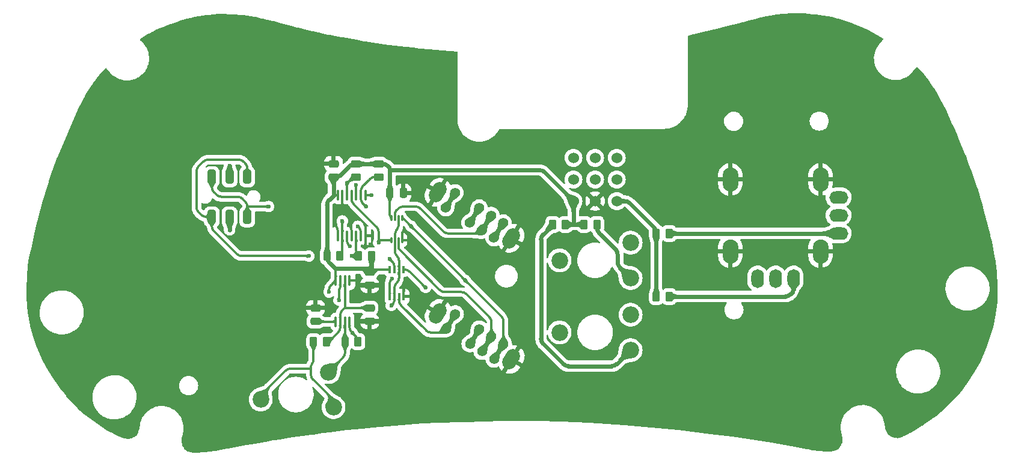
<source format=gbr>
%TF.GenerationSoftware,KiCad,Pcbnew,(6.99.0-2899-g66b8ecb467)*%
%TF.CreationDate,2022-08-21T04:15:40+02:00*%
%TF.ProjectId,Vectrex Pad miniNeoGeo-rounded-jlcpcb,56656374-7265-4782-9050-6164206d696e,1.3*%
%TF.SameCoordinates,Original*%
%TF.FileFunction,Copper,L1,Top*%
%TF.FilePolarity,Positive*%
%FSLAX46Y46*%
G04 Gerber Fmt 4.6, Leading zero omitted, Abs format (unit mm)*
G04 Created by KiCad (PCBNEW (6.99.0-2899-g66b8ecb467)) date 2022-08-21 04:15:40*
%MOMM*%
%LPD*%
G01*
G04 APERTURE LIST*
G04 Aperture macros list*
%AMRoundRect*
0 Rectangle with rounded corners*
0 $1 Rounding radius*
0 $2 $3 $4 $5 $6 $7 $8 $9 X,Y pos of 4 corners*
0 Add a 4 corners polygon primitive as box body*
4,1,4,$2,$3,$4,$5,$6,$7,$8,$9,$2,$3,0*
0 Add four circle primitives for the rounded corners*
1,1,$1+$1,$2,$3*
1,1,$1+$1,$4,$5*
1,1,$1+$1,$6,$7*
1,1,$1+$1,$8,$9*
0 Add four rect primitives between the rounded corners*
20,1,$1+$1,$2,$3,$4,$5,0*
20,1,$1+$1,$4,$5,$6,$7,0*
20,1,$1+$1,$6,$7,$8,$9,0*
20,1,$1+$1,$8,$9,$2,$3,0*%
%AMHorizOval*
0 Thick line with rounded ends*
0 $1 width*
0 $2 $3 position (X,Y) of the first rounded end (center of the circle)*
0 $4 $5 position (X,Y) of the second rounded end (center of the circle)*
0 Add line between two ends*
20,1,$1,$2,$3,$4,$5,0*
0 Add two circle primitives to create the rounded ends*
1,1,$1,$2,$3*
1,1,$1,$4,$5*%
G04 Aperture macros list end*
%TA.AperFunction,SMDPad,CuDef*%
%ADD10RoundRect,0.250000X0.262500X0.450000X-0.262500X0.450000X-0.262500X-0.450000X0.262500X-0.450000X0*%
%TD*%
%TA.AperFunction,SMDPad,CuDef*%
%ADD11RoundRect,0.250000X-0.475000X0.250000X-0.475000X-0.250000X0.475000X-0.250000X0.475000X0.250000X0*%
%TD*%
%TA.AperFunction,SMDPad,CuDef*%
%ADD12RoundRect,0.075000X-0.075000X-0.325000X0.075000X-0.325000X0.075000X0.325000X-0.075000X0.325000X0*%
%TD*%
%TA.AperFunction,SMDPad,CuDef*%
%ADD13RoundRect,0.250000X-0.262500X-0.450000X0.262500X-0.450000X0.262500X0.450000X-0.262500X0.450000X0*%
%TD*%
%TA.AperFunction,SMDPad,CuDef*%
%ADD14RoundRect,0.300000X0.300000X0.675000X-0.300000X0.675000X-0.300000X-0.675000X0.300000X-0.675000X0*%
%TD*%
%TA.AperFunction,SMDPad,CuDef*%
%ADD15RoundRect,0.250000X0.475000X-0.250000X0.475000X0.250000X-0.475000X0.250000X-0.475000X-0.250000X0*%
%TD*%
%TA.AperFunction,SMDPad,CuDef*%
%ADD16RoundRect,0.250000X-0.450000X0.262500X-0.450000X-0.262500X0.450000X-0.262500X0.450000X0.262500X0*%
%TD*%
%TA.AperFunction,SMDPad,CuDef*%
%ADD17RoundRect,0.100000X0.100000X-0.637500X0.100000X0.637500X-0.100000X0.637500X-0.100000X-0.637500X0*%
%TD*%
%TA.AperFunction,SMDPad,CuDef*%
%ADD18RoundRect,0.100000X-0.100000X-0.450000X0.100000X-0.450000X0.100000X0.450000X-0.100000X0.450000X0*%
%TD*%
%TA.AperFunction,SMDPad,CuDef*%
%ADD19RoundRect,0.100000X-0.100000X0.637500X-0.100000X-0.637500X0.100000X-0.637500X0.100000X0.637500X0*%
%TD*%
%TA.AperFunction,SMDPad,CuDef*%
%ADD20RoundRect,0.250000X-0.250000X-0.475000X0.250000X-0.475000X0.250000X0.475000X-0.250000X0.475000X0*%
%TD*%
%TA.AperFunction,ComponentPad*%
%ADD21O,1.778000X2.667000*%
%TD*%
%TA.AperFunction,ComponentPad*%
%ADD22O,2.222000X3.429000*%
%TD*%
%TA.AperFunction,ComponentPad*%
%ADD23O,2.667000X1.778000*%
%TD*%
%TA.AperFunction,ComponentPad*%
%ADD24C,2.340000*%
%TD*%
%TA.AperFunction,ComponentPad*%
%ADD25C,1.400000*%
%TD*%
%TA.AperFunction,ComponentPad*%
%ADD26HorizOval,2.000000X0.265699X0.423561X-0.265699X-0.423561X0*%
%TD*%
%TA.AperFunction,ComponentPad*%
%ADD27C,1.524000*%
%TD*%
%TA.AperFunction,ViaPad*%
%ADD28C,0.800000*%
%TD*%
%TA.AperFunction,ViaPad*%
%ADD29C,0.600000*%
%TD*%
%TA.AperFunction,Conductor*%
%ADD30C,0.350000*%
%TD*%
%TA.AperFunction,Conductor*%
%ADD31C,0.300000*%
%TD*%
%TA.AperFunction,Conductor*%
%ADD32C,0.600000*%
%TD*%
G04 APERTURE END LIST*
D10*
%TO.P,R6,1*%
%TO.N,+5V*%
X133627500Y-81915000D03*
%TO.P,R6,2*%
%TO.N,Net-(R6-Pad2)*%
X131802500Y-81915000D03*
%TD*%
D11*
%TO.P,C3,1*%
%TO.N,Net-(C3-Pad1)*%
X133350000Y-89220000D03*
%TO.P,C3,2*%
%TO.N,GND*%
X133350000Y-91120000D03*
%TD*%
D12*
%TO.P,U2,1*%
%TO.N,Net-(SW5-Pad1)*%
X136410000Y-79655000D03*
%TO.P,U2,2*%
%TO.N,Net-(U1-Pad3)*%
X136910000Y-79655000D03*
%TO.P,U2,3*%
%TO.N,Net-(SW6-Pad2)*%
X137410000Y-79655000D03*
%TO.P,U2,4,GND*%
%TO.N,GND*%
X137910000Y-79655000D03*
%TO.P,U2,5*%
%TO.N,Net-(SW6-Pad1)*%
X137910000Y-76555000D03*
%TO.P,U2,6*%
%TO.N,Net-(U1-Pad3)*%
X137410000Y-76555000D03*
%TO.P,U2,7*%
%TO.N,Net-(SW5-Pad2)*%
X136910000Y-76555000D03*
%TO.P,U2,8,VCC*%
%TO.N,+5V*%
X136410000Y-76555000D03*
%TD*%
D13*
%TO.P,R8,1*%
%TO.N,Net-(R8-Pad1)*%
X125452500Y-93980000D03*
%TO.P,R8,2*%
%TO.N,Net-(C3-Pad1)*%
X127277500Y-93980000D03*
%TD*%
D14*
%TO.P,SW7,1,A*%
%TO.N,Net-(R7-Pad2)*%
X116130000Y-76395000D03*
%TO.P,SW7,2,B*%
%TO.N,Net-(SW2-Pad1)*%
X113630000Y-76395000D03*
%TO.P,SW7,3,C*%
%TO.N,Net-(R6-Pad2)*%
X111130000Y-76395000D03*
%TO.P,SW7,4,A*%
X116130000Y-70745000D03*
%TO.P,SW7,5,B*%
%TO.N,Net-(SW3-Pad1)*%
X113630000Y-70745000D03*
%TO.P,SW7,6,C*%
%TO.N,Net-(R7-Pad2)*%
X111130000Y-70745000D03*
%TD*%
D10*
%TO.P,R2,1*%
%TO.N,+5V*%
X160932500Y-77470000D03*
%TO.P,R2,2*%
%TO.N,Net-(R2-Pad2)*%
X159107500Y-77470000D03*
%TD*%
D13*
%TO.P,R10,1*%
%TO.N,+5V*%
X127357500Y-81915000D03*
%TO.P,R10,2*%
%TO.N,Net-(R10-Pad2)*%
X129182500Y-81915000D03*
%TD*%
D10*
%TO.P,R4,1*%
%TO.N,Net-(R4-Pad1)*%
X175537500Y-78740000D03*
%TO.P,R4,2*%
%TO.N,-5V*%
X173712500Y-78740000D03*
%TD*%
D15*
%TO.P,C2,1*%
%TO.N,Net-(C2-Pad1)*%
X125730000Y-91120000D03*
%TO.P,C2,2*%
%TO.N,GND*%
X125730000Y-89220000D03*
%TD*%
D10*
%TO.P,R3,1*%
%TO.N,Net-(R3-Pad1)*%
X175537500Y-87630000D03*
%TO.P,R3,2*%
%TO.N,-5V*%
X173712500Y-87630000D03*
%TD*%
D16*
%TO.P,R7,1*%
%TO.N,+5V*%
X134620000Y-68937500D03*
%TO.P,R7,2*%
%TO.N,Net-(R7-Pad2)*%
X134620000Y-70762500D03*
%TD*%
%TO.P,R9,1*%
%TO.N,+5V*%
X131445000Y-68937500D03*
%TO.P,R9,2*%
%TO.N,Net-(R9-Pad2)*%
X131445000Y-70762500D03*
%TD*%
D13*
%TO.P,R1,1*%
%TO.N,+5V*%
X163552500Y-77470000D03*
%TO.P,R1,2*%
%TO.N,Net-(R1-Pad2)*%
X165377500Y-77470000D03*
%TD*%
D17*
%TO.P,U4,1*%
%TO.N,GND*%
X128860000Y-79062500D03*
%TO.P,U4,2*%
%TO.N,Net-(R10-Pad2)*%
X129510000Y-79062500D03*
%TO.P,U4,3*%
%TO.N,Net-(SW6-Pad1)*%
X130160000Y-79062500D03*
%TO.P,U4,4*%
%TO.N,GND*%
X130810000Y-79062500D03*
%TO.P,U4,5*%
%TO.N,Net-(R6-Pad2)*%
X131460000Y-79062500D03*
%TO.P,U4,6*%
%TO.N,/Black*%
X132110000Y-79062500D03*
%TO.P,U4,7,GND*%
%TO.N,GND*%
X132760000Y-79062500D03*
%TO.P,U4,8*%
%TO.N,/Grey*%
X132760000Y-73337500D03*
%TO.P,U4,9*%
%TO.N,Net-(R7-Pad2)*%
X132110000Y-73337500D03*
%TO.P,U4,10*%
%TO.N,GND*%
X131460000Y-73337500D03*
%TO.P,U4,11*%
%TO.N,Net-(SW5-Pad1)*%
X130810000Y-73337500D03*
%TO.P,U4,12*%
%TO.N,Net-(R9-Pad2)*%
X130160000Y-73337500D03*
%TO.P,U4,13*%
%TO.N,GND*%
X129510000Y-73337500D03*
%TO.P,U4,14,VCC*%
%TO.N,+5V*%
X128860000Y-73337500D03*
%TD*%
D18*
%TO.P,U3,1*%
%TO.N,Net-(SW5-Pad1)*%
X136185000Y-87625000D03*
%TO.P,U3,2*%
%TO.N,Net-(U1-Pad3)*%
X136835000Y-87625000D03*
%TO.P,U3,3*%
%TO.N,Net-(SW6-Pad4)*%
X137485000Y-87625000D03*
%TO.P,U3,4,GND*%
%TO.N,GND*%
X138135000Y-87625000D03*
%TO.P,U3,5*%
%TO.N,Net-(SW6-Pad1)*%
X138135000Y-83825000D03*
%TO.P,U3,6*%
%TO.N,Net-(U1-Pad3)*%
X137485000Y-83825000D03*
%TO.P,U3,7*%
%TO.N,Net-(SW5-Pad4)*%
X136835000Y-83825000D03*
%TO.P,U3,8,VCC*%
%TO.N,+5V*%
X136185000Y-83825000D03*
%TD*%
D19*
%TO.P,U1,1,GND*%
%TO.N,GND*%
X130515000Y-85365000D03*
%TO.P,U1,2,TR*%
%TO.N,Net-(C3-Pad1)*%
X129865000Y-85365000D03*
%TO.P,U1,3,Q*%
%TO.N,Net-(U1-Pad3)*%
X129215000Y-85365000D03*
%TO.P,U1,4,R*%
%TO.N,+5V*%
X128565000Y-85365000D03*
%TO.P,U1,5,CV*%
%TO.N,Net-(C2-Pad1)*%
X128565000Y-91165000D03*
%TO.P,U1,6,THR*%
%TO.N,Net-(C3-Pad1)*%
X129215000Y-91165000D03*
%TO.P,U1,7,DIS*%
%TO.N,Net-(R5-Pad2)*%
X129865000Y-91165000D03*
%TO.P,U1,8,VCC*%
%TO.N,+5V*%
X130515000Y-91165000D03*
%TD*%
D11*
%TO.P,C4,1*%
%TO.N,+5V*%
X133350000Y-84140000D03*
%TO.P,C4,2*%
%TO.N,GND*%
X133350000Y-86040000D03*
%TD*%
D20*
%TO.P,C5,1*%
%TO.N,+5V*%
X136210000Y-73025000D03*
%TO.P,C5,2*%
%TO.N,GND*%
X138110000Y-73025000D03*
%TD*%
D15*
%TO.P,C1,1*%
%TO.N,+5V*%
X128270000Y-70800000D03*
%TO.P,C1,2*%
%TO.N,GND*%
X128270000Y-68900000D03*
%TD*%
D10*
%TO.P,R5,1*%
%TO.N,+5V*%
X131722500Y-93980000D03*
%TO.P,R5,2*%
%TO.N,Net-(R5-Pad2)*%
X129897500Y-93980000D03*
%TD*%
D21*
%TO.P,VR1,H1,H+*%
%TO.N,Net-(RV1-Pad2)*%
X187959999Y-85089999D03*
%TO.P,VR1,H2,H*%
%TO.N,/Brun*%
X190499999Y-85089999D03*
%TO.P,VR1,H3,H-*%
%TO.N,Net-(R3-Pad1)*%
X193039999Y-85089999D03*
D22*
%TO.P,VR1,S1,SHIELD*%
%TO.N,GND*%
X196849999Y-71119999D03*
%TO.P,VR1,S2,SHIELD*%
X196849999Y-81279999D03*
%TO.P,VR1,S3,SHIELD*%
X184149999Y-81279999D03*
%TO.P,VR1,S4,SHIELD*%
X184149999Y-71119999D03*
D23*
%TO.P,VR1,V1,V+*%
%TO.N,Net-(RV2-Pad2)*%
X199389999Y-73659999D03*
%TO.P,VR1,V2,V*%
%TO.N,/Green*%
X199389999Y-76199999D03*
%TO.P,VR1,V3,V-*%
%TO.N,Net-(R4-Pad1)*%
X199389999Y-78739999D03*
%TD*%
D24*
%TO.P,RV1,1,1*%
%TO.N,Net-(R1-Pad2)*%
X170100000Y-85025000D03*
%TO.P,RV1,2,2*%
%TO.N,Net-(RV1-Pad2)*%
X160100000Y-82525000D03*
%TO.P,RV1,3,3*%
X170100000Y-80025000D03*
%TD*%
%TO.P,RV2,1,1*%
%TO.N,Net-(R2-Pad2)*%
X170100000Y-95185000D03*
%TO.P,RV2,2,2*%
%TO.N,Net-(RV2-Pad2)*%
X160100000Y-92685000D03*
%TO.P,RV2,3,3*%
X170100000Y-90185000D03*
%TD*%
D25*
%TO.P,SW6,1,1*%
%TO.N,Net-(SW6-Pad1)*%
X152199693Y-94317990D03*
%TO.P,SW6,2,2*%
%TO.N,Net-(SW6-Pad2)*%
X150505449Y-93255193D03*
%TO.P,SW6,3,3*%
%TO.N,/Orange*%
X148811205Y-92192396D03*
%TO.P,SW6,4,4*%
%TO.N,Net-(SW6-Pad4)*%
X145422718Y-90066801D03*
%TO.P,SW6,5,5*%
%TO.N,Net-(SW6-Pad1)*%
X150871196Y-96435795D03*
%TO.P,SW6,6,6*%
%TO.N,Net-(SW6-Pad2)*%
X149176953Y-95372998D03*
%TO.P,SW6,7,7*%
%TO.N,/Orange*%
X147482709Y-94310200D03*
%TO.P,SW6,8,8*%
%TO.N,Net-(SW6-Pad4)*%
X144094221Y-92184606D03*
D26*
%TO.P,SW6,9,Shield*%
%TO.N,GND*%
X153314400Y-96492828D03*
X142979512Y-90009766D03*
%TD*%
D27*
%TO.P,J1,1,1*%
%TO.N,/Red*%
X162052000Y-71120000D03*
%TO.P,J1,2,2*%
%TO.N,/Black*%
X165100000Y-68072000D03*
%TO.P,J1,3,3*%
%TO.N,/Grey*%
X162052000Y-68072000D03*
%TO.P,J1,4,4*%
%TO.N,/Orange*%
X165100000Y-71120000D03*
%TO.P,J1,5,5*%
%TO.N,/Brun*%
X168148000Y-71120000D03*
%TO.P,J1,6,6*%
%TO.N,/Green*%
X168148000Y-68072000D03*
%TO.P,J1,7,7*%
%TO.N,+5V*%
X162052000Y-74168000D03*
%TO.P,J1,8,8*%
%TO.N,GND*%
X165100000Y-74168000D03*
%TO.P,J1,9,9*%
%TO.N,-5V*%
X168148000Y-74168000D03*
%TD*%
D25*
%TO.P,SW5,1,1*%
%TO.N,Net-(SW5-Pad1)*%
X152174272Y-77241184D03*
%TO.P,SW5,2,2*%
%TO.N,Net-(SW5-Pad2)*%
X150480028Y-76178387D03*
%TO.P,SW5,3,3*%
%TO.N,/Red*%
X148785784Y-75115590D03*
%TO.P,SW5,4,4*%
%TO.N,Net-(SW5-Pad4)*%
X145397297Y-72989995D03*
%TO.P,SW5,5,5*%
%TO.N,Net-(SW5-Pad1)*%
X150845775Y-79358989D03*
%TO.P,SW5,6,6*%
%TO.N,Net-(SW5-Pad2)*%
X149151532Y-78296192D03*
%TO.P,SW5,7,7*%
%TO.N,/Red*%
X147457288Y-77233394D03*
%TO.P,SW5,8,8*%
%TO.N,Net-(SW5-Pad4)*%
X144068800Y-75107800D03*
D26*
%TO.P,SW5,9,Shield*%
%TO.N,GND*%
X153288979Y-79416022D03*
X142954091Y-72932960D03*
%TD*%
D24*
%TO.P,RV5,1,1*%
%TO.N,Net-(R8-Pad1)*%
X128270000Y-103225600D03*
%TO.P,RV5,2,2*%
X118019387Y-102141661D03*
%TO.P,RV5,3,3*%
%TO.N,Net-(R5-Pad2)*%
X127574134Y-98274260D03*
%TD*%
D28*
%TO.N,GND*%
X150114000Y-86106000D03*
X172085000Y-66040000D03*
X151765000Y-101600000D03*
X213360000Y-80645000D03*
X173990000Y-94996000D03*
X110490000Y-97155000D03*
X160020000Y-80264000D03*
X131750000Y-85080000D03*
X158242000Y-72644000D03*
X139547600Y-76200000D03*
X135255000Y-91186000D03*
X90170000Y-81915000D03*
X125984000Y-75641200D03*
X130937000Y-76454000D03*
X129032000Y-75641200D03*
X160020000Y-87630000D03*
X123825000Y-92456000D03*
X175895000Y-76200000D03*
X209550000Y-61595000D03*
X168910000Y-101600000D03*
X139700000Y-59055000D03*
X171450000Y-87630000D03*
X181610000Y-89535000D03*
X161925000Y-95250000D03*
X187325000Y-89535000D03*
X125730000Y-87630000D03*
X109855000Y-81915000D03*
X135890000Y-101600000D03*
X120294400Y-75641200D03*
X144780000Y-80645000D03*
X93980000Y-71755000D03*
X193675000Y-52705000D03*
D29*
X133502400Y-80314800D03*
D28*
X139065000Y-92354400D03*
X102870000Y-89535000D03*
X98425000Y-62230000D03*
X92710000Y-97155000D03*
X133350000Y-87630000D03*
X182245000Y-55880000D03*
X150495000Y-71247000D03*
X111125000Y-52705000D03*
X142240000Y-83312000D03*
X160274000Y-74803000D03*
X118110000Y-68580000D03*
X127304800Y-84582000D03*
X125222000Y-62484000D03*
X209550000Y-90170000D03*
X213360000Y-71755000D03*
X139700000Y-73025000D03*
D29*
X131460000Y-71900000D03*
D28*
X140208000Y-81280000D03*
X171450000Y-82550000D03*
X126365000Y-55245000D03*
X139446000Y-87655400D03*
X201930000Y-97155000D03*
D29*
%TO.N,/Black*%
X131699000Y-77724000D03*
%TO.N,/Grey*%
X133672500Y-73337500D03*
%TO.N,Net-(SW5-Pad4)*%
X136144000Y-82296000D03*
%TO.N,+5V*%
X127635000Y-86995000D03*
X130905250Y-92741750D03*
%TO.N,Net-(SW5-Pad1)*%
X136480000Y-85090000D03*
X134620000Y-80010000D03*
%TO.N,Net-(SW6-Pad1)*%
X146812000Y-85344000D03*
X139192000Y-77724000D03*
X130556000Y-80518000D03*
X141224000Y-86360000D03*
%TO.N,Net-(R6-Pad2)*%
X124790200Y-81915000D03*
X130810000Y-81915000D03*
%TO.N,Net-(R7-Pad2)*%
X132842000Y-74930000D03*
X119126000Y-74930000D03*
%TO.N,Net-(R9-Pad2)*%
X130175000Y-71628000D03*
%TO.N,Net-(R10-Pad2)*%
X129510000Y-76962000D03*
%TO.N,Net-(U1-Pad3)*%
X129032000Y-88138000D03*
X136398000Y-88900000D03*
%TO.N,Net-(SW2-Pad1)*%
X113630000Y-78232000D03*
%TO.N,Net-(SW3-Pad1)*%
X113630000Y-69180000D03*
%TD*%
D30*
%TO.N,Net-(C3-Pad1)*%
X129865000Y-85365000D02*
X129865000Y-89210000D01*
X128922107Y-92692893D02*
X127635000Y-93980000D01*
X129870000Y-89215000D02*
X129865000Y-89210000D01*
X129865000Y-89210000D02*
X129507893Y-89567107D01*
X127635000Y-93980000D02*
X127277500Y-93980000D01*
X129215000Y-91165000D02*
X129215000Y-91985786D01*
X133350000Y-89215000D02*
X129870000Y-89215000D01*
X129215000Y-90274214D02*
X129215000Y-91165000D01*
X128922114Y-92692900D02*
G75*
G03*
X129215000Y-91985786I-707114J707100D01*
G01*
X129507886Y-89567100D02*
G75*
G03*
X129215000Y-90274214I707114J-707100D01*
G01*
%TO.N,GND*%
X130810000Y-79062500D02*
X130810000Y-78344214D01*
X132760000Y-79062500D02*
X132760000Y-80486800D01*
X129510000Y-73337500D02*
X129510000Y-74900000D01*
X130517107Y-77637107D02*
X130470000Y-77590000D01*
X128860000Y-78347214D02*
X128860000Y-79062500D01*
X138135000Y-87625000D02*
X139415600Y-87625000D01*
X128524000Y-77597000D02*
X128567107Y-77640107D01*
X132760000Y-79062500D02*
X132760000Y-77577400D01*
X139415600Y-87625000D02*
X139446000Y-87655400D01*
X131460000Y-71900000D02*
X131460000Y-73337500D01*
D31*
X137910000Y-79631000D02*
X137910000Y-78790800D01*
D30*
X138135000Y-87625000D02*
X138135000Y-86401000D01*
X130515000Y-85365000D02*
X131170000Y-85365000D01*
D31*
X139344400Y-79654400D02*
X137910600Y-79654400D01*
D30*
X130809990Y-78344214D02*
G75*
G03*
X130517107Y-77637107I-999990J14D01*
G01*
X128859990Y-78347214D02*
G75*
G03*
X128567107Y-77640107I-999990J14D01*
G01*
%TO.N,Net-(C2-Pad1)*%
X125775000Y-91165000D02*
X125730000Y-91120000D01*
X128565000Y-91165000D02*
X125775000Y-91165000D01*
D32*
%TO.N,Net-(R2-Pad2)*%
X168147414Y-97137586D02*
X170100000Y-95185000D01*
X157772893Y-94272893D02*
X160637586Y-97137586D01*
X159107500Y-77470000D02*
X159107500Y-77568750D01*
X157480000Y-79610464D02*
X157480000Y-93565786D01*
X161344693Y-97430479D02*
X167440307Y-97430479D01*
X159107500Y-77568750D02*
X157772893Y-78903357D01*
X157480010Y-93565786D02*
G75*
G03*
X157772893Y-94272893I999990J-14D01*
G01*
X160637594Y-97137578D02*
G75*
G03*
X161344693Y-97430479I707106J707078D01*
G01*
X167440307Y-97430490D02*
G75*
G03*
X168147414Y-97137586I-7J999990D01*
G01*
X157772911Y-78903375D02*
G75*
G03*
X157480000Y-79610464I707089J-707125D01*
G01*
%TO.N,-5V*%
X173712500Y-87630000D02*
X173712500Y-78622714D01*
X169257786Y-74168000D02*
X168148000Y-74168000D01*
X173419607Y-77915607D02*
X169964893Y-74460893D01*
X173712490Y-78622714D02*
G75*
G03*
X173419607Y-77915607I-999990J14D01*
G01*
X169964900Y-74460886D02*
G75*
G03*
X169257786Y-74168000I-707100J-707114D01*
G01*
%TO.N,/Red*%
X148785784Y-75115590D02*
X147457288Y-77233394D01*
D30*
%TO.N,/Black*%
X132110000Y-78549214D02*
X132110000Y-79062500D01*
X131699000Y-77724000D02*
X131817107Y-77842107D01*
X132109990Y-78549214D02*
G75*
G03*
X131817107Y-77842107I-999990J14D01*
G01*
%TO.N,/Grey*%
X132760000Y-73337500D02*
X133672500Y-73337500D01*
D32*
%TO.N,/Orange*%
X147482709Y-94310200D02*
X148811205Y-92192396D01*
D31*
%TO.N,Net-(SW5-Pad2)*%
X137991972Y-74930000D02*
X139793786Y-74930000D01*
X144432214Y-78740000D02*
X148707724Y-78740000D01*
X136906000Y-76551000D02*
X136906000Y-76037061D01*
D32*
X150480028Y-76178387D02*
X149151532Y-78296192D01*
D31*
X137149995Y-75448005D02*
X137438918Y-75159082D01*
X148707724Y-78740000D02*
X149151532Y-78296192D01*
X140500893Y-75222893D02*
X143725107Y-78447107D01*
X137991972Y-74929970D02*
G75*
G03*
X137438919Y-75159083I28J-782130D01*
G01*
X137150025Y-75448035D02*
G75*
G03*
X136906000Y-76037061I588975J-589065D01*
G01*
X140500900Y-75222886D02*
G75*
G03*
X139793786Y-74930000I-707100J-707114D01*
G01*
X143725100Y-78447114D02*
G75*
G03*
X144432214Y-78740000I707100J707114D01*
G01*
D30*
%TO.N,Net-(SW5-Pad4)*%
X136144000Y-82296000D02*
X136542107Y-82694107D01*
D32*
X145397297Y-72989995D02*
X144068800Y-75107800D01*
D30*
X136835000Y-83401214D02*
X136835000Y-83825000D01*
X136834990Y-83401214D02*
G75*
G03*
X136542107Y-82694107I-999990J14D01*
G01*
D31*
%TO.N,Net-(SW6-Pad2)*%
X137410000Y-79655000D02*
X137414000Y-79659000D01*
X137485000Y-80970000D02*
X143217107Y-86702107D01*
X137414000Y-79659000D02*
X137414000Y-80899000D01*
X137414000Y-80899000D02*
X137485000Y-80970000D01*
D32*
X150505449Y-93255193D02*
X149176953Y-95372998D01*
D31*
X143924214Y-86995000D02*
X146270786Y-86995000D01*
X150505449Y-91229663D02*
X150505449Y-93255193D01*
X146977893Y-87287893D02*
X150212556Y-90522556D01*
X146977900Y-87287886D02*
G75*
G03*
X146270786Y-86995000I-707100J-707114D01*
G01*
X150505490Y-91229663D02*
G75*
G03*
X150212556Y-90522556I-999990J-37D01*
G01*
X143217100Y-86702114D02*
G75*
G03*
X143924214Y-86995000I707100J707114D01*
G01*
D30*
%TO.N,Net-(SW6-Pad4)*%
X143568827Y-92710000D02*
X144094221Y-92184606D01*
X137777893Y-88882893D02*
X141312107Y-92417107D01*
X137485000Y-87425000D02*
X137485000Y-88175786D01*
X142019214Y-92710000D02*
X143568827Y-92710000D01*
D32*
X145422718Y-90066801D02*
X144094221Y-92184606D01*
D30*
X141312100Y-92417114D02*
G75*
G03*
X142019214Y-92710000I707100J707114D01*
G01*
X137485010Y-88175786D02*
G75*
G03*
X137777893Y-88882893I999990J-14D01*
G01*
%TO.N,Net-(R5-Pad2)*%
X129604607Y-96243787D02*
X127574134Y-98274260D01*
X129865000Y-91165000D02*
X129865000Y-93947500D01*
X129897500Y-93980000D02*
X129897500Y-95536680D01*
X129865000Y-93947500D02*
X129897500Y-93980000D01*
X129604617Y-96243797D02*
G75*
G03*
X129897500Y-95536680I-707117J707097D01*
G01*
D32*
%TO.N,Net-(R1-Pad2)*%
X168567893Y-83492893D02*
X170100000Y-85025000D01*
X168275000Y-81694214D02*
X168275000Y-82785786D01*
X165670393Y-78675393D02*
X167982107Y-80987107D01*
X165377500Y-77470000D02*
X165377500Y-77968286D01*
X165377510Y-77968286D02*
G75*
G03*
X165670393Y-78675393I999990J-14D01*
G01*
X168274990Y-81694214D02*
G75*
G03*
X167982107Y-80987107I-999990J14D01*
G01*
X168275010Y-82785786D02*
G75*
G03*
X168567893Y-83492893I999990J-14D01*
G01*
%TO.N,+5V*%
X127357500Y-82112286D02*
X127357500Y-81915000D01*
D30*
X128860000Y-73337500D02*
X128270000Y-73337500D01*
D32*
X163552500Y-77470000D02*
X160932500Y-77470000D01*
X128524000Y-83693000D02*
X127650393Y-82819393D01*
D30*
X130807893Y-92644393D02*
X130905250Y-92741750D01*
D31*
X136185000Y-76122893D02*
X136185000Y-73050000D01*
D32*
X128270000Y-73382500D02*
X127650393Y-74002107D01*
D30*
X127927893Y-86002107D02*
X128565000Y-85365000D01*
D32*
X128270000Y-73337500D02*
X128270000Y-70800000D01*
X136210000Y-69742107D02*
X136210000Y-69784000D01*
X136210000Y-69784000D02*
X157253786Y-69784000D01*
X131247714Y-68937500D02*
X131445000Y-68937500D01*
X127357500Y-81915000D02*
X127357500Y-74709214D01*
D30*
X131722500Y-93973214D02*
X131722500Y-93980000D01*
X133350000Y-83820000D02*
X135118000Y-83820000D01*
X130515000Y-91165000D02*
X130515000Y-91937286D01*
D32*
X136210000Y-69784000D02*
X136210000Y-73025000D01*
X157960893Y-70076893D02*
X162052000Y-74168000D01*
D30*
X135123000Y-83825000D02*
X136185000Y-83825000D01*
X127635000Y-86995000D02*
X127635000Y-86709214D01*
D32*
X128270000Y-70800000D02*
X128556786Y-70800000D01*
X129263893Y-70507107D02*
X130540607Y-69230393D01*
X162052000Y-74168000D02*
X162052000Y-77470000D01*
X133432600Y-83667600D02*
X128549400Y-83667600D01*
D30*
X135118000Y-83820000D02*
X135123000Y-83825000D01*
X128565000Y-85365000D02*
X128565000Y-83718400D01*
D32*
X131445000Y-68937500D02*
X134620000Y-68937500D01*
X133627500Y-81915000D02*
X133627500Y-83862500D01*
D31*
X136410000Y-76555000D02*
X136331446Y-76476446D01*
D30*
X133627500Y-83862500D02*
X133350000Y-84140000D01*
X128270000Y-73337500D02*
X128270000Y-73382500D01*
D32*
X133627500Y-83862500D02*
X133432600Y-83667600D01*
X135905393Y-69230393D02*
X136063554Y-69388554D01*
D30*
X130905250Y-92741750D02*
X131429607Y-93266107D01*
X136185000Y-73050000D02*
X136210000Y-73025000D01*
D32*
X128549400Y-83667600D02*
X128524000Y-83693000D01*
X134620000Y-68937500D02*
X135198286Y-68937500D01*
D30*
X131722490Y-93973214D02*
G75*
G03*
X131429607Y-93266107I-999990J14D01*
G01*
X127927886Y-86002100D02*
G75*
G03*
X127635000Y-86709214I707114J-707100D01*
G01*
X130515010Y-91937286D02*
G75*
G03*
X130807893Y-92644393I999990J-14D01*
G01*
D32*
X127650386Y-74002100D02*
G75*
G03*
X127357500Y-74709214I707114J-707100D01*
G01*
X135905400Y-69230386D02*
G75*
G03*
X135198286Y-68937500I-707100J-707114D01*
G01*
X136209995Y-69742107D02*
G75*
G03*
X136063554Y-69388554I-499995J7D01*
G01*
X128556786Y-70799990D02*
G75*
G03*
X129263893Y-70507107I14J999990D01*
G01*
X157960900Y-70076886D02*
G75*
G03*
X157253786Y-69784000I-707100J-707114D01*
G01*
X127357510Y-82112286D02*
G75*
G03*
X127650393Y-82819393I999990J-14D01*
G01*
X131247714Y-68937510D02*
G75*
G03*
X130540607Y-69230393I-14J-999990D01*
G01*
D31*
X136185005Y-76122893D02*
G75*
G03*
X136331446Y-76476446I499995J-7D01*
G01*
D30*
%TO.N,Net-(R8-Pad1)*%
X118312280Y-101305744D02*
X121535131Y-98082893D01*
X125095000Y-97790000D02*
X125095000Y-98645786D01*
X125387893Y-99352893D02*
X128270000Y-102235000D01*
X125095000Y-97790000D02*
X125095000Y-97460332D01*
X122242238Y-97790000D02*
X125095000Y-97790000D01*
X125247756Y-97091619D02*
X125289479Y-97049896D01*
X128270000Y-102235000D02*
X128270000Y-103225600D01*
X118019387Y-102141661D02*
X118019387Y-102012851D01*
X125452500Y-96656327D02*
X125452500Y-93980000D01*
X125247733Y-97091596D02*
G75*
G03*
X125095000Y-97460332I368667J-368704D01*
G01*
X122242238Y-97790027D02*
G75*
G03*
X121535131Y-98082893I-38J-999973D01*
G01*
X118312252Y-101305716D02*
G75*
G03*
X118019387Y-102012851I707148J-707084D01*
G01*
X125095010Y-98645786D02*
G75*
G03*
X125387893Y-99352893I999990J-14D01*
G01*
X125289467Y-97049884D02*
G75*
G03*
X125452500Y-96656327I-393567J393584D01*
G01*
%TO.N,Net-(SW5-Pad1)*%
X131102893Y-74587893D02*
X134327107Y-77812107D01*
X134620000Y-78519214D02*
X134620000Y-80010000D01*
X130810000Y-73337500D02*
X130810000Y-73880786D01*
D31*
X134625000Y-79705200D02*
X134675800Y-79654400D01*
D32*
X152174272Y-77241184D02*
X150845775Y-79358989D01*
D31*
X136409400Y-79654400D02*
X136410000Y-79655000D01*
D30*
X134620000Y-80010000D02*
X134625000Y-80005000D01*
D31*
X134675800Y-79654400D02*
X136409400Y-79654400D01*
D30*
X136185000Y-87625000D02*
X136185000Y-85799214D01*
X134625000Y-80005000D02*
X134625000Y-79705200D01*
X136477893Y-85092107D02*
X136480000Y-85090000D01*
X136477886Y-85092100D02*
G75*
G03*
X136185000Y-85799214I707114J-707100D01*
G01*
X130810010Y-73880786D02*
G75*
G03*
X131102893Y-74587893I999990J-14D01*
G01*
X134619990Y-78519214D02*
G75*
G03*
X134327107Y-77812107I-999990J14D01*
G01*
%TO.N,Net-(SW6-Pad1)*%
X146812000Y-85344000D02*
X151906800Y-90438800D01*
X141224000Y-86360000D02*
X138981893Y-84117893D01*
D31*
X137910000Y-76555000D02*
X138023000Y-76555000D01*
D30*
X138274786Y-83825000D02*
X138135000Y-83825000D01*
X152199693Y-91145907D02*
X152199693Y-94317990D01*
D31*
X138023000Y-76555000D02*
X139192000Y-77724000D01*
D30*
X146812000Y-85344000D02*
X139192000Y-77724000D01*
D32*
X152199693Y-94317990D02*
X150871196Y-96435795D01*
D30*
X130452893Y-80414893D02*
X130556000Y-80518000D01*
X130160000Y-79062500D02*
X130160000Y-79707786D01*
X152199690Y-91145907D02*
G75*
G03*
X151906800Y-90438800I-999990J7D01*
G01*
X138981900Y-84117886D02*
G75*
G03*
X138274786Y-83825000I-707100J-707114D01*
G01*
X130160010Y-79707786D02*
G75*
G03*
X130452893Y-80414893I999990J-14D01*
G01*
%TO.N,Net-(R6-Pad2)*%
X109630107Y-76102107D02*
X109258893Y-75730893D01*
X108966000Y-75023786D02*
X108966000Y-70010214D01*
X116130000Y-69554214D02*
X116130000Y-70745000D01*
X131752893Y-81865393D02*
X131802500Y-81915000D01*
X124790200Y-81915000D02*
X115349214Y-81915000D01*
X131460000Y-80630000D02*
X131460000Y-81158286D01*
X111130000Y-77695786D02*
X111130000Y-76395000D01*
X115608893Y-68618893D02*
X115837107Y-68847107D01*
X131460000Y-79062500D02*
X131460000Y-80630000D01*
X111130000Y-76395000D02*
X110337214Y-76395000D01*
X109258893Y-69303107D02*
X109943107Y-68618893D01*
X110650214Y-68326000D02*
X114901786Y-68326000D01*
X131802500Y-81915000D02*
X130810000Y-81915000D01*
X114642107Y-81622107D02*
X111422893Y-78402893D01*
X108966010Y-75023786D02*
G75*
G03*
X109258893Y-75730893I999990J-14D01*
G01*
X131460010Y-81158286D02*
G75*
G03*
X131752893Y-81865393I999990J-14D01*
G01*
X109258886Y-69303100D02*
G75*
G03*
X108966000Y-70010214I707114J-707100D01*
G01*
X109630100Y-76102114D02*
G75*
G03*
X110337214Y-76395000I707100J707114D01*
G01*
X111130010Y-77695786D02*
G75*
G03*
X111422893Y-78402893I999990J-14D01*
G01*
X116129990Y-69554214D02*
G75*
G03*
X115837107Y-68847107I-999990J14D01*
G01*
X110650214Y-68326010D02*
G75*
G03*
X109943107Y-68618893I-14J-999990D01*
G01*
X115608900Y-68618886D02*
G75*
G03*
X114901786Y-68326000I-707100J-707114D01*
G01*
X114642100Y-81622114D02*
G75*
G03*
X115349214Y-81915000I707100J707114D01*
G01*
%TO.N,Net-(R7-Pad2)*%
X116130000Y-74939014D02*
X116130000Y-74982000D01*
X119126000Y-74930000D02*
X116182000Y-74930000D01*
X132110000Y-73337500D02*
X132110000Y-72774214D01*
X111130000Y-70745000D02*
X111130000Y-72209386D01*
X111422893Y-72916493D02*
X111771907Y-73265507D01*
X116130000Y-74982000D02*
X116130000Y-76395000D01*
X132402893Y-74490893D02*
X132842000Y-74930000D01*
X112479014Y-73558400D02*
X114749386Y-73558400D01*
X116182000Y-74930000D02*
X116130000Y-74982000D01*
X115456493Y-73851293D02*
X115837107Y-74231907D01*
X133350000Y-71120000D02*
X133414607Y-71055393D01*
X132110000Y-73337500D02*
X132110000Y-73783786D01*
X132402893Y-72067107D02*
X133350000Y-71120000D01*
X134121714Y-70762500D02*
X134620000Y-70762500D01*
X116129990Y-74939014D02*
G75*
G03*
X115837107Y-74231907I-999990J14D01*
G01*
X134121714Y-70762510D02*
G75*
G03*
X133414607Y-71055393I-14J-999990D01*
G01*
X115456500Y-73851286D02*
G75*
G03*
X114749386Y-73558400I-707100J-707114D01*
G01*
X132110010Y-73783786D02*
G75*
G03*
X132402893Y-74490893I999990J-14D01*
G01*
X111130010Y-72209386D02*
G75*
G03*
X111422893Y-72916493I999990J-14D01*
G01*
X132402886Y-72067100D02*
G75*
G03*
X132110000Y-72774214I707114J-707100D01*
G01*
X111771900Y-73265514D02*
G75*
G03*
X112479014Y-73558400I707100J707114D01*
G01*
%TO.N,Net-(R9-Pad2)*%
X130160000Y-71643000D02*
X130175000Y-71628000D01*
X130175000Y-71628000D02*
X131040500Y-70762500D01*
X131040500Y-70762500D02*
X131445000Y-70762500D01*
X130160000Y-73337500D02*
X130160000Y-71643000D01*
%TO.N,Net-(R10-Pad2)*%
X129217107Y-81880393D02*
X129182500Y-81915000D01*
X129510000Y-79062500D02*
X129510000Y-81173286D01*
X129510000Y-79062500D02*
X129510000Y-76962000D01*
X129217114Y-81880400D02*
G75*
G03*
X129510000Y-81173286I-707114J707100D01*
G01*
%TO.N,Net-(U1-Pad3)*%
X129032000Y-88138000D02*
X129032000Y-86738264D01*
D31*
X136910000Y-78813371D02*
X136910000Y-81213678D01*
D30*
X136692408Y-88605592D02*
X136398000Y-88900000D01*
X137485000Y-84985786D02*
X137485000Y-83825000D01*
D31*
X137485000Y-82601824D02*
X137485000Y-83825000D01*
X137208200Y-78183800D02*
X137144314Y-78247686D01*
X137410000Y-76555000D02*
X137410000Y-77696612D01*
D30*
X136835000Y-86464214D02*
X136835000Y-87625000D01*
X137192107Y-85692893D02*
X137127893Y-85757107D01*
X129215000Y-86306736D02*
X129215000Y-85365000D01*
X136835000Y-87625000D02*
X136835000Y-88261344D01*
X129119868Y-86526132D02*
X129127132Y-86518868D01*
X129127114Y-86518850D02*
G75*
G03*
X129215000Y-86306736I-212114J212150D01*
G01*
X137192114Y-85692900D02*
G75*
G03*
X137485000Y-84985786I-707114J707100D01*
G01*
X137127886Y-85757100D02*
G75*
G03*
X136835000Y-86464214I707114J-707100D01*
G01*
D31*
X137484978Y-82601824D02*
G75*
G03*
X137175252Y-81854052I-1057478J24D01*
G01*
X137144329Y-78247701D02*
G75*
G03*
X136910000Y-78813371I565671J-565699D01*
G01*
X137208197Y-78183797D02*
G75*
G03*
X137410000Y-77696612I-487197J487197D01*
G01*
D30*
X129119886Y-86526150D02*
G75*
G03*
X129032000Y-86738264I212114J-212150D01*
G01*
X136692378Y-88605562D02*
G75*
G03*
X136835000Y-88261344I-344178J344262D01*
G01*
D31*
X136910009Y-81213678D02*
G75*
G03*
X137175252Y-81854052I905591J-22D01*
G01*
D32*
%TO.N,Net-(R3-Pad1)*%
X192570893Y-87337107D02*
X192866334Y-87041666D01*
X193040000Y-86622398D02*
X193040000Y-85090000D01*
X175537500Y-87630000D02*
X191863786Y-87630000D01*
X192866328Y-87041660D02*
G75*
G03*
X193040000Y-86622398I-419228J419260D01*
G01*
X191863786Y-87629990D02*
G75*
G03*
X192570893Y-87337107I14J999990D01*
G01*
%TO.N,Net-(R4-Pad1)*%
X199390000Y-78740000D02*
X175537500Y-78740000D01*
%TO.N,Net-(SW2-Pad1)*%
X113630000Y-76395000D02*
X113630000Y-78232000D01*
%TO.N,Net-(SW3-Pad1)*%
X113630000Y-70745000D02*
X113630000Y-69180000D01*
%TD*%
%TA.AperFunction,Conductor*%
%TO.N,/Orange*%
G36*
X148473807Y-93294802D02*
G01*
X148410316Y-93406719D01*
X148410314Y-93406721D01*
X148385242Y-93450916D01*
X148385117Y-93451205D01*
X148385114Y-93451210D01*
X148348291Y-93536023D01*
X148326833Y-93585446D01*
X148291783Y-93704171D01*
X148291725Y-93704515D01*
X148291724Y-93704517D01*
X148273335Y-93812624D01*
X148273334Y-93812635D01*
X148273294Y-93812868D01*
X148264566Y-93917316D01*
X148264561Y-93917409D01*
X148258811Y-94023133D01*
X148258786Y-94023486D01*
X148249241Y-94136145D01*
X148249136Y-94137006D01*
X148229061Y-94262410D01*
X148228833Y-94263498D01*
X148191455Y-94407650D01*
X148191123Y-94408718D01*
X148133601Y-94566614D01*
X148127550Y-94573214D01*
X148118147Y-94573425D01*
X147854653Y-94464717D01*
X147484346Y-94311941D01*
X147480523Y-94309387D01*
X146996301Y-93823816D01*
X146992886Y-93815538D01*
X146996631Y-93806975D01*
X147116223Y-93696081D01*
X147116946Y-93695463D01*
X147231144Y-93605673D01*
X147231879Y-93605140D01*
X147334863Y-93536372D01*
X147335417Y-93536023D01*
X147430126Y-93480181D01*
X147519086Y-93429422D01*
X147604649Y-93375958D01*
X147689446Y-93311833D01*
X147689687Y-93311603D01*
X147689694Y-93311597D01*
X147775863Y-93229327D01*
X147776106Y-93229095D01*
X147867258Y-93119789D01*
X147965534Y-92975963D01*
X148473807Y-93294802D01*
G37*
%TD.AperFunction*%
%TD*%
%TA.AperFunction,Conductor*%
%TO.N,Net-(SW6-Pad1)*%
G36*
X151862294Y-95420397D02*
G01*
X151798801Y-95532317D01*
X151798800Y-95532318D01*
X151773729Y-95576511D01*
X151773604Y-95576800D01*
X151773601Y-95576805D01*
X151736778Y-95661618D01*
X151715320Y-95711041D01*
X151680270Y-95829766D01*
X151680212Y-95830110D01*
X151680211Y-95830112D01*
X151661821Y-95938219D01*
X151661820Y-95938231D01*
X151661780Y-95938463D01*
X151653053Y-96042911D01*
X151653048Y-96043004D01*
X151647298Y-96148728D01*
X151647273Y-96149081D01*
X151637728Y-96261740D01*
X151637623Y-96262601D01*
X151617548Y-96388005D01*
X151617320Y-96389093D01*
X151579941Y-96533245D01*
X151579609Y-96534313D01*
X151522088Y-96692209D01*
X151516037Y-96698809D01*
X151506634Y-96699020D01*
X151243140Y-96590312D01*
X150872833Y-96437536D01*
X150869010Y-96434982D01*
X150384788Y-95949411D01*
X150381373Y-95941133D01*
X150385118Y-95932570D01*
X150504710Y-95821676D01*
X150505433Y-95821058D01*
X150619631Y-95731268D01*
X150620366Y-95730735D01*
X150723350Y-95661967D01*
X150723904Y-95661618D01*
X150818613Y-95605776D01*
X150907573Y-95555017D01*
X150993136Y-95501553D01*
X151077933Y-95437428D01*
X151078174Y-95437198D01*
X151078181Y-95437192D01*
X151164350Y-95354922D01*
X151164593Y-95354690D01*
X151255745Y-95245384D01*
X151354021Y-95101558D01*
X151862294Y-95420397D01*
G37*
%TD.AperFunction*%
%TD*%
%TA.AperFunction,Conductor*%
%TO.N,Net-(R10-Pad2)*%
G36*
X129520368Y-79095220D02*
G01*
X129521165Y-79097145D01*
X129709306Y-79697784D01*
X129709796Y-79702310D01*
X129707499Y-79728312D01*
X129704999Y-79757000D01*
X129702499Y-79786062D01*
X129699999Y-79815500D01*
X129697499Y-79845312D01*
X129697499Y-79845318D01*
X129694999Y-79875500D01*
X129694999Y-79875506D01*
X129694998Y-79875518D01*
X129692499Y-79906062D01*
X129692498Y-79906080D01*
X129692497Y-79906092D01*
X129689999Y-79937000D01*
X129687499Y-79968312D01*
X129685850Y-79989220D01*
X129681783Y-79997198D01*
X129674186Y-80000000D01*
X129345813Y-80000000D01*
X129337540Y-79996573D01*
X129334149Y-79989220D01*
X129332499Y-79968311D01*
X129329999Y-79937000D01*
X129327499Y-79906062D01*
X129324999Y-79875500D01*
X129322499Y-79845318D01*
X129322499Y-79845312D01*
X129319999Y-79815500D01*
X129317499Y-79786062D01*
X129314999Y-79757000D01*
X129312499Y-79728312D01*
X129310204Y-79702311D01*
X129310694Y-79697785D01*
X129498835Y-79097145D01*
X129504578Y-79090274D01*
X129513497Y-79089477D01*
X129520368Y-79095220D01*
G37*
%TD.AperFunction*%
%TD*%
%TA.AperFunction,Conductor*%
%TO.N,+5V*%
G36*
X131997832Y-68447648D02*
G01*
X132057353Y-68477720D01*
X132057431Y-68477756D01*
X132057442Y-68477761D01*
X132123946Y-68508183D01*
X132124036Y-68508224D01*
X132190719Y-68535539D01*
X132257402Y-68559668D01*
X132257493Y-68559697D01*
X132257506Y-68559701D01*
X132297535Y-68572271D01*
X132324085Y-68580608D01*
X132390768Y-68598362D01*
X132390862Y-68598383D01*
X132390868Y-68598384D01*
X132457347Y-68612905D01*
X132457365Y-68612908D01*
X132457450Y-68612927D01*
X132524133Y-68624306D01*
X132524276Y-68624324D01*
X132524279Y-68624324D01*
X132568870Y-68629801D01*
X132590816Y-68632496D01*
X132626828Y-68635198D01*
X132646676Y-68636688D01*
X132654669Y-68640724D01*
X132657500Y-68648355D01*
X132657500Y-69226645D01*
X132654073Y-69234918D01*
X132646675Y-69238312D01*
X132605514Y-69241400D01*
X132590816Y-69242503D01*
X132590701Y-69242517D01*
X132590692Y-69242518D01*
X132524279Y-69250676D01*
X132524276Y-69250676D01*
X132524133Y-69250694D01*
X132503591Y-69254199D01*
X132457582Y-69262049D01*
X132457563Y-69262053D01*
X132457450Y-69262072D01*
X132457328Y-69262099D01*
X132457316Y-69262101D01*
X132426068Y-69268927D01*
X132390768Y-69276638D01*
X132324085Y-69294391D01*
X132257402Y-69315332D01*
X132190719Y-69339460D01*
X132124036Y-69366776D01*
X132123953Y-69366814D01*
X132123946Y-69366817D01*
X132057442Y-69397238D01*
X132057431Y-69397243D01*
X132057353Y-69397279D01*
X132057261Y-69397325D01*
X132057262Y-69397325D01*
X131997832Y-69427352D01*
X131988903Y-69428024D01*
X131984716Y-69425594D01*
X131453621Y-68946185D01*
X131449776Y-68938098D01*
X131452776Y-68929660D01*
X131453621Y-68928815D01*
X131984716Y-68449406D01*
X131993154Y-68446406D01*
X131997832Y-68447648D01*
G37*
%TD.AperFunction*%
%TD*%
%TA.AperFunction,Conductor*%
%TO.N,+5V*%
G36*
X128372922Y-85285400D02*
G01*
X128554825Y-85359840D01*
X128561183Y-85366144D01*
X128561199Y-85375152D01*
X128478492Y-85574413D01*
X128372338Y-85830165D01*
X128372331Y-85830181D01*
X128365995Y-85836509D01*
X128357040Y-85836502D01*
X128353996Y-85834651D01*
X128352783Y-85833631D01*
X128352767Y-85833618D01*
X128352625Y-85833499D01*
X128352449Y-85833370D01*
X128351034Y-85832329D01*
X128351027Y-85832324D01*
X128350858Y-85832200D01*
X128350673Y-85832084D01*
X128350666Y-85832079D01*
X128349950Y-85831629D01*
X128349090Y-85831089D01*
X128348885Y-85830982D01*
X128348677Y-85830862D01*
X128348693Y-85830834D01*
X128346057Y-85828899D01*
X128107834Y-85590676D01*
X128104407Y-85582403D01*
X128107560Y-85574413D01*
X128126351Y-85554312D01*
X128126376Y-85554285D01*
X128152867Y-85525573D01*
X128179384Y-85496458D01*
X128205900Y-85466969D01*
X128205913Y-85466954D01*
X128232417Y-85437105D01*
X128232421Y-85437100D01*
X128232469Y-85437046D01*
X128258933Y-85406865D01*
X128285450Y-85376251D01*
X128285458Y-85376242D01*
X128311966Y-85345261D01*
X128311982Y-85345242D01*
X128338470Y-85313912D01*
X128338483Y-85313897D01*
X128359513Y-85288725D01*
X128367446Y-85284575D01*
X128372922Y-85285400D01*
G37*
%TD.AperFunction*%
%TD*%
%TA.AperFunction,Conductor*%
%TO.N,Net-(SW5-Pad4)*%
G36*
X145059898Y-74092402D02*
G01*
X144996405Y-74204322D01*
X144996404Y-74204323D01*
X144971333Y-74248516D01*
X144971208Y-74248805D01*
X144971205Y-74248810D01*
X144934382Y-74333623D01*
X144912924Y-74383046D01*
X144877874Y-74501771D01*
X144877816Y-74502115D01*
X144877815Y-74502117D01*
X144859425Y-74610224D01*
X144859424Y-74610236D01*
X144859384Y-74610468D01*
X144850657Y-74714916D01*
X144850652Y-74715009D01*
X144844902Y-74820733D01*
X144844877Y-74821086D01*
X144835332Y-74933745D01*
X144835227Y-74934606D01*
X144815152Y-75060010D01*
X144814924Y-75061098D01*
X144777545Y-75205250D01*
X144777213Y-75206318D01*
X144719692Y-75364214D01*
X144713641Y-75370814D01*
X144704238Y-75371025D01*
X144440744Y-75262317D01*
X144070437Y-75109541D01*
X144066614Y-75106987D01*
X143582392Y-74621416D01*
X143578977Y-74613138D01*
X143582722Y-74604575D01*
X143702314Y-74493681D01*
X143703037Y-74493063D01*
X143817235Y-74403273D01*
X143817970Y-74402740D01*
X143920954Y-74333972D01*
X143921508Y-74333623D01*
X144016217Y-74277781D01*
X144105177Y-74227022D01*
X144190740Y-74173558D01*
X144275537Y-74109433D01*
X144275778Y-74109203D01*
X144275785Y-74109197D01*
X144361954Y-74026927D01*
X144362197Y-74026695D01*
X144453349Y-73917389D01*
X144551625Y-73773563D01*
X145059898Y-74092402D01*
G37*
%TD.AperFunction*%
%TD*%
%TA.AperFunction,Conductor*%
%TO.N,+5V*%
G36*
X136188948Y-73049023D02*
G01*
X136308759Y-73049707D01*
X136348195Y-73049933D01*
X136356448Y-73053407D01*
X136359827Y-73061805D01*
X136359303Y-73097516D01*
X136359290Y-73097910D01*
X136357411Y-73136700D01*
X136357383Y-73137127D01*
X136354615Y-73169638D01*
X136354577Y-73170006D01*
X136351200Y-73198463D01*
X136343800Y-73251535D01*
X136340400Y-73280187D01*
X136337600Y-73313071D01*
X136335700Y-73352303D01*
X136335000Y-73400000D01*
X136035000Y-73400000D01*
X136034300Y-73352303D01*
X136032400Y-73313071D01*
X136029600Y-73280187D01*
X136026200Y-73251535D01*
X136022372Y-73224081D01*
X136018813Y-73198553D01*
X136018783Y-73198316D01*
X136015425Y-73170024D01*
X136015385Y-73169638D01*
X136012617Y-73137127D01*
X136012589Y-73136700D01*
X136010710Y-73097910D01*
X136010697Y-73097516D01*
X136010173Y-73061805D01*
X136013478Y-73053482D01*
X136021805Y-73049933D01*
X136109982Y-73049429D01*
X136185000Y-73049000D01*
X136188948Y-73049023D01*
G37*
%TD.AperFunction*%
%TD*%
%TA.AperFunction,Conductor*%
%TO.N,+5V*%
G36*
X128737459Y-84430927D02*
G01*
X128740850Y-84438280D01*
X128742499Y-84459187D01*
X128744999Y-84490500D01*
X128747497Y-84521407D01*
X128747498Y-84521419D01*
X128747499Y-84521437D01*
X128749998Y-84551982D01*
X128749999Y-84551994D01*
X128749999Y-84552000D01*
X128752499Y-84582181D01*
X128752499Y-84582187D01*
X128754999Y-84612000D01*
X128757499Y-84641437D01*
X128759999Y-84670500D01*
X128762499Y-84699186D01*
X128764796Y-84725189D01*
X128764306Y-84729716D01*
X128576165Y-85330355D01*
X128570422Y-85337226D01*
X128561503Y-85338023D01*
X128554632Y-85332280D01*
X128553835Y-85330355D01*
X128365694Y-84729715D01*
X128365204Y-84725189D01*
X128367499Y-84699187D01*
X128369999Y-84670500D01*
X128372499Y-84641437D01*
X128374999Y-84612000D01*
X128377499Y-84582187D01*
X128377499Y-84582181D01*
X128379999Y-84552000D01*
X128379999Y-84551994D01*
X128380000Y-84551982D01*
X128382499Y-84521437D01*
X128382500Y-84521419D01*
X128382501Y-84521407D01*
X128384999Y-84490500D01*
X128387499Y-84459187D01*
X128387500Y-84459180D01*
X128389149Y-84438280D01*
X128393216Y-84430302D01*
X128400813Y-84427500D01*
X128729186Y-84427500D01*
X128737459Y-84430927D01*
G37*
%TD.AperFunction*%
%TD*%
%TA.AperFunction,Conductor*%
%TO.N,+5V*%
G36*
X133635340Y-81922776D02*
G01*
X133636185Y-81923621D01*
X134116226Y-82455416D01*
X134119226Y-82463854D01*
X134118515Y-82467312D01*
X134101623Y-82513010D01*
X134082276Y-82568536D01*
X134062928Y-82627250D01*
X134062905Y-82627324D01*
X134043597Y-82689103D01*
X134043582Y-82689152D01*
X134043556Y-82689240D01*
X134043550Y-82689259D01*
X134024235Y-82754241D01*
X134004888Y-82822518D01*
X134004883Y-82822538D01*
X133985540Y-82893982D01*
X133966194Y-82968633D01*
X133946847Y-83046473D01*
X133929645Y-83118517D01*
X133924391Y-83125768D01*
X133918265Y-83127500D01*
X133336735Y-83127500D01*
X133328462Y-83124073D01*
X133325355Y-83118517D01*
X133308153Y-83046473D01*
X133308151Y-83046466D01*
X133308145Y-83046441D01*
X133288806Y-82968633D01*
X133269459Y-82893982D01*
X133250112Y-82822518D01*
X133230765Y-82754241D01*
X133211450Y-82689259D01*
X133211444Y-82689240D01*
X133211418Y-82689152D01*
X133192070Y-82627250D01*
X133192038Y-82627152D01*
X133172737Y-82568575D01*
X133172724Y-82568536D01*
X133153377Y-82513010D01*
X133136485Y-82467313D01*
X133136831Y-82458365D01*
X133138774Y-82455416D01*
X133618815Y-81923621D01*
X133626902Y-81919776D01*
X133635340Y-81922776D01*
G37*
%TD.AperFunction*%
%TD*%
%TA.AperFunction,Conductor*%
%TO.N,Net-(SW5-Pad1)*%
G36*
X151836873Y-78343591D02*
G01*
X151773380Y-78455511D01*
X151773379Y-78455512D01*
X151748308Y-78499705D01*
X151748183Y-78499994D01*
X151748180Y-78499999D01*
X151711357Y-78584812D01*
X151689899Y-78634235D01*
X151654849Y-78752960D01*
X151654791Y-78753304D01*
X151654790Y-78753306D01*
X151636400Y-78861413D01*
X151636399Y-78861425D01*
X151636359Y-78861657D01*
X151627632Y-78966105D01*
X151627627Y-78966198D01*
X151621877Y-79071922D01*
X151621852Y-79072275D01*
X151612307Y-79184934D01*
X151612202Y-79185795D01*
X151592127Y-79311199D01*
X151591899Y-79312287D01*
X151554520Y-79456439D01*
X151554188Y-79457507D01*
X151496667Y-79615403D01*
X151490616Y-79622003D01*
X151481213Y-79622214D01*
X151217719Y-79513506D01*
X150847412Y-79360730D01*
X150843589Y-79358176D01*
X150359367Y-78872605D01*
X150355952Y-78864327D01*
X150359697Y-78855764D01*
X150479289Y-78744870D01*
X150480012Y-78744252D01*
X150594210Y-78654462D01*
X150594945Y-78653929D01*
X150697929Y-78585161D01*
X150698483Y-78584812D01*
X150793192Y-78528970D01*
X150882152Y-78478211D01*
X150967715Y-78424747D01*
X151052512Y-78360622D01*
X151052753Y-78360392D01*
X151052760Y-78360386D01*
X151138929Y-78278116D01*
X151139172Y-78277884D01*
X151230324Y-78168578D01*
X151328600Y-78024752D01*
X151836873Y-78343591D01*
G37*
%TD.AperFunction*%
%TD*%
%TA.AperFunction,Conductor*%
%TO.N,Net-(SW6-Pad1)*%
G36*
X152200224Y-94317143D02*
G01*
X152201371Y-94318293D01*
X152201370Y-94318293D01*
X152202262Y-94319187D01*
X152202262Y-94319188D01*
X152686101Y-94804374D01*
X152689516Y-94812652D01*
X152685771Y-94821215D01*
X152566184Y-94932102D01*
X152565461Y-94932720D01*
X152451248Y-95022521D01*
X152450523Y-95023047D01*
X152420527Y-95043077D01*
X152347532Y-95091820D01*
X152347011Y-95092148D01*
X152252274Y-95148008D01*
X152163315Y-95198766D01*
X152077751Y-95252231D01*
X151992955Y-95316356D01*
X151992714Y-95316586D01*
X151992707Y-95316592D01*
X151952746Y-95354745D01*
X151906295Y-95399094D01*
X151815143Y-95508400D01*
X151716868Y-95652227D01*
X151208595Y-95333388D01*
X151297159Y-95177273D01*
X151355567Y-95042742D01*
X151390617Y-94924018D01*
X151390676Y-94923672D01*
X151409066Y-94815564D01*
X151409067Y-94815552D01*
X151409107Y-94815320D01*
X151417835Y-94710872D01*
X151423590Y-94605044D01*
X151423614Y-94604703D01*
X151433159Y-94492043D01*
X151433264Y-94491181D01*
X151453340Y-94365778D01*
X151453568Y-94364691D01*
X151490946Y-94220539D01*
X151491278Y-94219471D01*
X151552813Y-94050562D01*
X151552995Y-94050119D01*
X152200224Y-94317143D01*
G37*
%TD.AperFunction*%
%TD*%
%TA.AperFunction,Conductor*%
%TO.N,+5V*%
G36*
X127656538Y-80705927D02*
G01*
X127659645Y-80711483D01*
X127676847Y-80783526D01*
X127696194Y-80861365D01*
X127715541Y-80936017D01*
X127734887Y-81007481D01*
X127754235Y-81075757D01*
X127773582Y-81140847D01*
X127792928Y-81202748D01*
X127812276Y-81261462D01*
X127812291Y-81261506D01*
X127812296Y-81261520D01*
X127831616Y-81316969D01*
X127831623Y-81316989D01*
X127848515Y-81362687D01*
X127848169Y-81371636D01*
X127846226Y-81374584D01*
X127366185Y-81906379D01*
X127358098Y-81910224D01*
X127349660Y-81907224D01*
X127348815Y-81906379D01*
X126868774Y-81374584D01*
X126865774Y-81366146D01*
X126866485Y-81362687D01*
X126883377Y-81316989D01*
X126883384Y-81316969D01*
X126902704Y-81261520D01*
X126902709Y-81261506D01*
X126902724Y-81261462D01*
X126922071Y-81202748D01*
X126941418Y-81140847D01*
X126960765Y-81075757D01*
X126980112Y-81007481D01*
X126999459Y-80936017D01*
X127018806Y-80861365D01*
X127038153Y-80783526D01*
X127055355Y-80711483D01*
X127060609Y-80704232D01*
X127066735Y-80702500D01*
X127648265Y-80702500D01*
X127656538Y-80705927D01*
G37*
%TD.AperFunction*%
%TD*%
%TA.AperFunction,Conductor*%
%TO.N,Net-(R6-Pad2)*%
G36*
X116307366Y-69557641D02*
G01*
X116308507Y-69558966D01*
X116338713Y-69599892D01*
X116372426Y-69642168D01*
X116406139Y-69681040D01*
X116406205Y-69681109D01*
X116406219Y-69681125D01*
X116431826Y-69708066D01*
X116439852Y-69716510D01*
X116473565Y-69748577D01*
X116507278Y-69777241D01*
X116507413Y-69777342D01*
X116540823Y-69802376D01*
X116540835Y-69802384D01*
X116540992Y-69802502D01*
X116541158Y-69802610D01*
X116541170Y-69802618D01*
X116574512Y-69824235D01*
X116574705Y-69824360D01*
X116608418Y-69842815D01*
X116617107Y-69846695D01*
X116630285Y-69852579D01*
X116636442Y-69859081D01*
X116636198Y-69868032D01*
X116635651Y-69869107D01*
X116140136Y-70728422D01*
X116133034Y-70733877D01*
X116124155Y-70732713D01*
X116119864Y-70728422D01*
X115624349Y-69869106D01*
X115623185Y-69860227D01*
X115628640Y-69853125D01*
X115629713Y-69852579D01*
X115651581Y-69842815D01*
X115685294Y-69824360D01*
X115685487Y-69824235D01*
X115718829Y-69802618D01*
X115718841Y-69802610D01*
X115719007Y-69802502D01*
X115752720Y-69777241D01*
X115786433Y-69748577D01*
X115820146Y-69716510D01*
X115853860Y-69681040D01*
X115887573Y-69642168D01*
X115921286Y-69599892D01*
X115951492Y-69558966D01*
X115959164Y-69554345D01*
X115960907Y-69554214D01*
X116299093Y-69554214D01*
X116307366Y-69557641D01*
G37*
%TD.AperFunction*%
%TD*%
%TA.AperFunction,Conductor*%
%TO.N,Net-(SW6-Pad1)*%
G36*
X140931752Y-85820193D02*
G01*
X140971444Y-85859535D01*
X140971523Y-85859613D01*
X141012001Y-85898369D01*
X141012085Y-85898445D01*
X141012087Y-85898446D01*
X141047100Y-85929775D01*
X141047111Y-85929784D01*
X141047209Y-85929872D01*
X141079440Y-85955736D01*
X141110988Y-85977575D01*
X141144149Y-85997000D01*
X141144314Y-85997083D01*
X141144316Y-85997084D01*
X141181107Y-86015571D01*
X141181217Y-86015626D01*
X141181325Y-86015674D01*
X141181326Y-86015675D01*
X141224418Y-86035035D01*
X141224459Y-86035053D01*
X141224486Y-86035065D01*
X141224513Y-86035076D01*
X141224535Y-86035086D01*
X141276250Y-86056931D01*
X141276251Y-86056932D01*
X141276251Y-86056931D01*
X141328028Y-86078373D01*
X141334360Y-86084705D01*
X141334374Y-86093627D01*
X141226564Y-86356185D01*
X141220185Y-86362564D01*
X140957627Y-86470374D01*
X140948672Y-86470347D01*
X140942373Y-86464028D01*
X140920931Y-86412251D01*
X140920932Y-86412251D01*
X140920931Y-86412250D01*
X140899086Y-86360535D01*
X140899078Y-86360518D01*
X140899065Y-86360486D01*
X140879626Y-86317217D01*
X140861000Y-86280149D01*
X140841575Y-86246988D01*
X140819736Y-86215440D01*
X140793872Y-86183209D01*
X140793784Y-86183111D01*
X140793775Y-86183100D01*
X140762446Y-86148087D01*
X140762445Y-86148085D01*
X140762369Y-86148001D01*
X140723613Y-86107523D01*
X140723535Y-86107444D01*
X140684193Y-86067752D01*
X140680803Y-86059464D01*
X140684230Y-86051243D01*
X140915243Y-85820230D01*
X140923516Y-85816803D01*
X140931752Y-85820193D01*
G37*
%TD.AperFunction*%
%TD*%
%TA.AperFunction,Conductor*%
%TO.N,Net-(U1-Pad3)*%
G36*
X136839743Y-87642166D02*
G01*
X136845695Y-87648117D01*
X137033626Y-88071901D01*
X137034505Y-88078351D01*
X137032499Y-88091946D01*
X137029999Y-88109268D01*
X137029995Y-88109299D01*
X137029990Y-88109333D01*
X137027499Y-88126965D01*
X137027490Y-88127030D01*
X137027485Y-88127064D01*
X137024999Y-88145037D01*
X137022499Y-88163484D01*
X137022498Y-88163489D01*
X137019999Y-88182306D01*
X137019998Y-88182311D01*
X137019994Y-88182341D01*
X137017499Y-88201503D01*
X137014999Y-88221075D01*
X137012499Y-88241022D01*
X137011263Y-88251072D01*
X137006851Y-88258865D01*
X136999650Y-88261344D01*
X136670348Y-88261344D01*
X136662075Y-88257917D01*
X136658736Y-88251073D01*
X136657499Y-88241022D01*
X136657488Y-88240934D01*
X136657485Y-88240908D01*
X136654999Y-88221075D01*
X136652499Y-88201503D01*
X136649999Y-88182306D01*
X136647499Y-88163484D01*
X136644999Y-88145037D01*
X136642499Y-88126965D01*
X136639999Y-88109268D01*
X136637499Y-88091946D01*
X136637490Y-88091885D01*
X136637485Y-88091849D01*
X136635494Y-88078351D01*
X136636374Y-88071901D01*
X136636375Y-88071900D01*
X136824305Y-87648118D01*
X136830791Y-87641944D01*
X136839743Y-87642166D01*
G37*
%TD.AperFunction*%
%TD*%
%TA.AperFunction,Conductor*%
%TO.N,/Orange*%
G36*
X148439261Y-92037879D02*
G01*
X148809568Y-92190655D01*
X148813391Y-92193209D01*
X149297613Y-92678780D01*
X149301028Y-92687058D01*
X149297283Y-92695621D01*
X149177696Y-92806508D01*
X149176973Y-92807126D01*
X149062760Y-92896927D01*
X149062035Y-92897453D01*
X149032039Y-92917483D01*
X148959044Y-92966226D01*
X148958523Y-92966554D01*
X148863786Y-93022414D01*
X148774827Y-93073172D01*
X148689263Y-93126637D01*
X148604467Y-93190761D01*
X148604226Y-93190991D01*
X148604219Y-93190997D01*
X148518629Y-93272715D01*
X148517807Y-93273500D01*
X148426655Y-93382806D01*
X148328380Y-93526633D01*
X147820107Y-93207794D01*
X147896520Y-93073099D01*
X147908523Y-93051940D01*
X147908523Y-93051939D01*
X147908671Y-93051679D01*
X147967079Y-92917148D01*
X148002129Y-92798424D01*
X148002188Y-92798078D01*
X148020578Y-92689970D01*
X148020579Y-92689958D01*
X148020619Y-92689726D01*
X148029346Y-92585278D01*
X148035102Y-92479450D01*
X148035126Y-92479109D01*
X148044671Y-92366449D01*
X148044776Y-92365588D01*
X148064851Y-92240185D01*
X148065079Y-92239097D01*
X148102458Y-92094945D01*
X148102790Y-92093877D01*
X148160313Y-91935982D01*
X148166365Y-91929382D01*
X148175767Y-91929171D01*
X148439261Y-92037879D01*
G37*
%TD.AperFunction*%
%TD*%
%TA.AperFunction,Conductor*%
%TO.N,Net-(R8-Pad1)*%
G36*
X125460340Y-93987776D02*
G01*
X125461185Y-93988621D01*
X125939618Y-94518634D01*
X125942618Y-94527072D01*
X125940403Y-94533344D01*
X125914211Y-94569449D01*
X125914122Y-94569572D01*
X125882275Y-94618536D01*
X125882194Y-94618674D01*
X125850477Y-94672479D01*
X125850466Y-94672498D01*
X125850428Y-94672563D01*
X125818581Y-94731652D01*
X125786734Y-94795803D01*
X125754887Y-94865018D01*
X125723040Y-94939294D01*
X125723022Y-94939338D01*
X125723019Y-94939346D01*
X125691193Y-95018633D01*
X125659346Y-95103035D01*
X125630268Y-95184724D01*
X125624265Y-95191368D01*
X125619245Y-95192500D01*
X125285754Y-95192500D01*
X125277481Y-95189073D01*
X125274732Y-95184724D01*
X125245680Y-95103114D01*
X125245652Y-95103035D01*
X125213805Y-95018633D01*
X125181958Y-94939294D01*
X125150111Y-94865018D01*
X125118264Y-94795803D01*
X125086417Y-94731652D01*
X125054570Y-94672563D01*
X125054532Y-94672498D01*
X125054521Y-94672479D01*
X125022804Y-94618674D01*
X125022723Y-94618536D01*
X124990876Y-94569572D01*
X124964596Y-94533344D01*
X124962512Y-94524635D01*
X124965382Y-94518634D01*
X125443815Y-93988621D01*
X125451902Y-93984776D01*
X125460340Y-93987776D01*
G37*
%TD.AperFunction*%
%TD*%
%TA.AperFunction,Conductor*%
%TO.N,Net-(SW2-Pad1)*%
G36*
X113636897Y-76404395D02*
G01*
X113639451Y-76406949D01*
X114203055Y-77179176D01*
X114205164Y-77187878D01*
X114204170Y-77191099D01*
X114179447Y-77243074D01*
X114151731Y-77305843D01*
X114124014Y-77373113D01*
X114096298Y-77444882D01*
X114068582Y-77521152D01*
X114040865Y-77601921D01*
X114013149Y-77687191D01*
X113985432Y-77776960D01*
X113957716Y-77871230D01*
X113957695Y-77871305D01*
X113932396Y-77961461D01*
X113926861Y-77968501D01*
X113921131Y-77970000D01*
X113338869Y-77970000D01*
X113330596Y-77966573D01*
X113327604Y-77961461D01*
X113302304Y-77871305D01*
X113302283Y-77871230D01*
X113274567Y-77776960D01*
X113246850Y-77687191D01*
X113219134Y-77601921D01*
X113191418Y-77521152D01*
X113163701Y-77444882D01*
X113135985Y-77373113D01*
X113108268Y-77305843D01*
X113080552Y-77243074D01*
X113055830Y-77191099D01*
X113055371Y-77182156D01*
X113056945Y-77179176D01*
X113620549Y-76406949D01*
X113628195Y-76402286D01*
X113636897Y-76404395D01*
G37*
%TD.AperFunction*%
%TD*%
%TA.AperFunction,Conductor*%
%TO.N,+5V*%
G36*
X135987624Y-83627952D02*
G01*
X135989473Y-83629451D01*
X136177665Y-83816706D01*
X136181113Y-83824971D01*
X136177665Y-83833293D01*
X135989473Y-84020550D01*
X135981193Y-84023955D01*
X135978826Y-84023707D01*
X135974361Y-84022772D01*
X135965020Y-84020816D01*
X135965004Y-84020813D01*
X135964999Y-84020812D01*
X135944999Y-84016999D01*
X135924999Y-84013562D01*
X135924970Y-84013557D01*
X135924936Y-84013552D01*
X135912232Y-84011607D01*
X135904999Y-84010499D01*
X135904971Y-84010495D01*
X135904956Y-84010493D01*
X135885032Y-84007816D01*
X135884974Y-84007809D01*
X135864999Y-84005499D01*
X135845073Y-84003569D01*
X135845062Y-84003568D01*
X135844999Y-84003562D01*
X135844939Y-84003557D01*
X135832094Y-84002553D01*
X135824999Y-84001999D01*
X135815780Y-84001452D01*
X135805089Y-84000817D01*
X135805046Y-84000815D01*
X135804999Y-84000812D01*
X135804965Y-84000811D01*
X135804914Y-84000808D01*
X135798560Y-84000551D01*
X135796226Y-84000456D01*
X135788098Y-83996697D01*
X135785000Y-83988766D01*
X135785000Y-83661234D01*
X135788427Y-83652961D01*
X135796224Y-83649544D01*
X135799424Y-83649414D01*
X135804999Y-83649187D01*
X135805064Y-83649183D01*
X135805067Y-83649183D01*
X135824916Y-83648004D01*
X135824923Y-83648004D01*
X135824999Y-83647999D01*
X135844999Y-83646437D01*
X135855394Y-83645430D01*
X135864941Y-83644505D01*
X135864999Y-83644499D01*
X135880415Y-83642717D01*
X135884974Y-83642190D01*
X135884989Y-83642188D01*
X135884999Y-83642187D01*
X135885005Y-83642186D01*
X135885031Y-83642183D01*
X135904956Y-83639505D01*
X135904971Y-83639503D01*
X135904999Y-83639499D01*
X135912265Y-83638387D01*
X135924936Y-83636447D01*
X135924970Y-83636441D01*
X135924999Y-83636437D01*
X135944999Y-83632999D01*
X135945020Y-83632995D01*
X135964939Y-83629199D01*
X135965014Y-83629184D01*
X135965048Y-83629177D01*
X135978824Y-83626293D01*
X135987624Y-83627952D01*
G37*
%TD.AperFunction*%
%TD*%
%TA.AperFunction,Conductor*%
%TO.N,-5V*%
G36*
X173720340Y-78747776D02*
G01*
X173721185Y-78748621D01*
X174201226Y-79280416D01*
X174204226Y-79288854D01*
X174203515Y-79292312D01*
X174186623Y-79338010D01*
X174167276Y-79393536D01*
X174147929Y-79452250D01*
X174147906Y-79452324D01*
X174128597Y-79514103D01*
X174128582Y-79514152D01*
X174128556Y-79514240D01*
X174128550Y-79514259D01*
X174109235Y-79579241D01*
X174089888Y-79647518D01*
X174089883Y-79647538D01*
X174070540Y-79718982D01*
X174051194Y-79793633D01*
X174031847Y-79871473D01*
X174014645Y-79943517D01*
X174009391Y-79950768D01*
X174003265Y-79952500D01*
X173421735Y-79952500D01*
X173413462Y-79949073D01*
X173410355Y-79943517D01*
X173393153Y-79871473D01*
X173393151Y-79871466D01*
X173393145Y-79871441D01*
X173373806Y-79793633D01*
X173354459Y-79718982D01*
X173335112Y-79647518D01*
X173315765Y-79579241D01*
X173296450Y-79514259D01*
X173296444Y-79514240D01*
X173296418Y-79514152D01*
X173277071Y-79452250D01*
X173257724Y-79393536D01*
X173238377Y-79338010D01*
X173221485Y-79292313D01*
X173221831Y-79283365D01*
X173223774Y-79280416D01*
X173703815Y-78748621D01*
X173711902Y-78744776D01*
X173720340Y-78747776D01*
G37*
%TD.AperFunction*%
%TD*%
%TA.AperFunction,Conductor*%
%TO.N,+5V*%
G36*
X161194770Y-72886083D02*
G01*
X161314148Y-72999362D01*
X161314303Y-72999490D01*
X161425192Y-73091236D01*
X161425200Y-73091242D01*
X161425403Y-73091410D01*
X161525418Y-73160074D01*
X161619346Y-73211044D01*
X161712340Y-73250011D01*
X161712517Y-73250070D01*
X161712529Y-73250075D01*
X161809495Y-73282649D01*
X161809515Y-73282655D01*
X161809550Y-73282667D01*
X161875227Y-73302409D01*
X161916070Y-73314686D01*
X161916130Y-73314704D01*
X162037073Y-73351763D01*
X162037412Y-73351873D01*
X162177792Y-73399608D01*
X162178224Y-73399765D01*
X162256055Y-73429997D01*
X162332467Y-73459678D01*
X162338938Y-73465868D01*
X162339046Y-73475048D01*
X162052707Y-74168707D01*
X161348009Y-74459603D01*
X161347908Y-74459358D01*
X161283772Y-74294243D01*
X161283601Y-74293774D01*
X161235873Y-74153412D01*
X161235763Y-74153073D01*
X161198704Y-74032130D01*
X161198686Y-74032070D01*
X161166683Y-73925604D01*
X161166667Y-73925550D01*
X161166649Y-73925495D01*
X161134075Y-73828529D01*
X161134070Y-73828517D01*
X161134011Y-73828340D01*
X161095044Y-73735346D01*
X161044074Y-73641418D01*
X160975410Y-73541403D01*
X160975242Y-73541200D01*
X160975236Y-73541192D01*
X160883490Y-73430303D01*
X160883362Y-73430148D01*
X160773817Y-73314704D01*
X160770083Y-73310769D01*
X160766874Y-73302409D01*
X160770297Y-73294443D01*
X161178443Y-72886297D01*
X161186716Y-72882870D01*
X161194770Y-72886083D01*
G37*
%TD.AperFunction*%
%TD*%
%TA.AperFunction,Conductor*%
%TO.N,Net-(R6-Pad2)*%
G36*
X130935582Y-81642301D02*
G01*
X130981378Y-81661274D01*
X130987354Y-81663750D01*
X131039418Y-81684892D01*
X131083759Y-81701742D01*
X131123140Y-81714782D01*
X131160325Y-81724495D01*
X131198076Y-81731361D01*
X131239155Y-81735863D01*
X131286327Y-81738482D01*
X131342354Y-81739700D01*
X131410000Y-81740000D01*
X131410000Y-82090000D01*
X131342354Y-82090298D01*
X131286327Y-82091517D01*
X131239155Y-82094136D01*
X131198076Y-82098638D01*
X131160325Y-82105504D01*
X131123140Y-82115216D01*
X131083759Y-82128257D01*
X131039418Y-82145107D01*
X130993373Y-82163805D01*
X130991637Y-82164510D01*
X130987354Y-82166249D01*
X130935582Y-82187699D01*
X130926628Y-82187700D01*
X130920308Y-82181401D01*
X130893918Y-82118240D01*
X130809748Y-81916790D01*
X130809748Y-81913210D01*
X130894425Y-81710549D01*
X130902864Y-81690350D01*
X130912957Y-81666194D01*
X130920308Y-81648599D01*
X130926660Y-81642287D01*
X130935582Y-81642301D01*
G37*
%TD.AperFunction*%
%TD*%
%TA.AperFunction,Conductor*%
%TO.N,Net-(SW6-Pad4)*%
G36*
X137495888Y-87651690D02*
G01*
X137675730Y-88109052D01*
X137675781Y-88117485D01*
X137675649Y-88117832D01*
X137673910Y-88122771D01*
X137673896Y-88122812D01*
X137672171Y-88128085D01*
X137670432Y-88133774D01*
X137668694Y-88139839D01*
X137666955Y-88146278D01*
X137665216Y-88153092D01*
X137665208Y-88153124D01*
X137663477Y-88160282D01*
X137662000Y-88166707D01*
X137656806Y-88174002D01*
X137650597Y-88175786D01*
X137319402Y-88175786D01*
X137311129Y-88172359D01*
X137307999Y-88166707D01*
X137306522Y-88160282D01*
X137304791Y-88153124D01*
X137304783Y-88153092D01*
X137303044Y-88146278D01*
X137301306Y-88139839D01*
X137299567Y-88133774D01*
X137297828Y-88128085D01*
X137296103Y-88122812D01*
X137296089Y-88122771D01*
X137294350Y-88117832D01*
X137294225Y-88117504D01*
X137294269Y-88109053D01*
X137294270Y-88109052D01*
X137474112Y-87651690D01*
X137480328Y-87645245D01*
X137489282Y-87645084D01*
X137495888Y-87651690D01*
G37*
%TD.AperFunction*%
%TD*%
%TA.AperFunction,Conductor*%
%TO.N,Net-(SW6-Pad1)*%
G36*
X152371742Y-92921417D02*
G01*
X152375159Y-92929203D01*
X152381564Y-93083407D01*
X152401222Y-93216822D01*
X152432230Y-93325885D01*
X152432398Y-93326264D01*
X152432399Y-93326267D01*
X152473005Y-93417919D01*
X152473009Y-93417927D01*
X152473150Y-93418245D01*
X152522548Y-93501555D01*
X152522673Y-93501736D01*
X152578985Y-93583464D01*
X152640900Y-93671444D01*
X152641148Y-93671811D01*
X152707025Y-93773361D01*
X152707427Y-93774029D01*
X152775951Y-93896896D01*
X152776364Y-93897709D01*
X152841340Y-94039083D01*
X152841681Y-94048031D01*
X152835201Y-94054772D01*
X152199693Y-94318990D01*
X151552995Y-94050119D01*
X151553175Y-94049681D01*
X151623021Y-93897709D01*
X151623434Y-93896896D01*
X151691953Y-93774037D01*
X151692355Y-93773369D01*
X151758253Y-93671786D01*
X151758486Y-93671441D01*
X151820399Y-93583464D01*
X151820425Y-93583427D01*
X151876712Y-93501736D01*
X151876837Y-93501555D01*
X151926234Y-93418245D01*
X151926375Y-93417927D01*
X151926379Y-93417919D01*
X151966986Y-93326267D01*
X151966987Y-93326264D01*
X151967155Y-93325885D01*
X151998163Y-93216822D01*
X152017821Y-93083407D01*
X152024227Y-92929204D01*
X152027994Y-92921081D01*
X152035917Y-92917990D01*
X152363469Y-92917990D01*
X152371742Y-92921417D01*
G37*
%TD.AperFunction*%
%TD*%
%TA.AperFunction,Conductor*%
%TO.N,+5V*%
G36*
X130525368Y-91197719D02*
G01*
X130526165Y-91199644D01*
X130714084Y-91799575D01*
X130714364Y-91805499D01*
X130712499Y-91814290D01*
X130709999Y-91826456D01*
X130707499Y-91838997D01*
X130704999Y-91851914D01*
X130702499Y-91865205D01*
X130699999Y-91878871D01*
X130697499Y-91892912D01*
X130694999Y-91907328D01*
X130692499Y-91922119D01*
X130692496Y-91922140D01*
X130691614Y-91927489D01*
X130686887Y-91935095D01*
X130680070Y-91937286D01*
X130349929Y-91937286D01*
X130341656Y-91933859D01*
X130338385Y-91927490D01*
X130337499Y-91922119D01*
X130334999Y-91907328D01*
X130334988Y-91907263D01*
X130332499Y-91892912D01*
X130332498Y-91892908D01*
X130332489Y-91892856D01*
X130329999Y-91878871D01*
X130327499Y-91865205D01*
X130324999Y-91851914D01*
X130324989Y-91851861D01*
X130322499Y-91838997D01*
X130319999Y-91826456D01*
X130319981Y-91826366D01*
X130317499Y-91814290D01*
X130315635Y-91805496D01*
X130315916Y-91799575D01*
X130503835Y-91199644D01*
X130509578Y-91192773D01*
X130518497Y-91191976D01*
X130525368Y-91197719D01*
G37*
%TD.AperFunction*%
%TD*%
%TA.AperFunction,Conductor*%
%TO.N,-5V*%
G36*
X168450712Y-73469285D02*
G01*
X168552061Y-73517475D01*
X168553144Y-73518062D01*
X168627951Y-73563977D01*
X168642286Y-73572775D01*
X168643208Y-73573404D01*
X168715693Y-73628040D01*
X168716262Y-73628497D01*
X168778300Y-73681636D01*
X168835671Y-73731475D01*
X168835819Y-73731588D01*
X168893786Y-73775850D01*
X168893791Y-73775854D01*
X168894084Y-73776077D01*
X168959521Y-73813735D01*
X169007277Y-73831397D01*
X169037515Y-73842580D01*
X169037518Y-73842581D01*
X169037962Y-73842745D01*
X169135390Y-73861402D01*
X169135787Y-73861423D01*
X169135792Y-73861424D01*
X169198895Y-73864825D01*
X169246717Y-73867403D01*
X169254792Y-73871270D01*
X169257786Y-73879086D01*
X169257786Y-74456914D01*
X169254359Y-74465187D01*
X169246717Y-74468597D01*
X169194804Y-74471395D01*
X169135791Y-74474575D01*
X169135785Y-74474576D01*
X169135390Y-74474597D01*
X169037962Y-74493254D01*
X169037518Y-74493418D01*
X169037515Y-74493419D01*
X169007277Y-74504602D01*
X168959521Y-74522264D01*
X168894084Y-74559922D01*
X168893791Y-74560145D01*
X168893786Y-74560149D01*
X168836591Y-74603822D01*
X168835671Y-74604524D01*
X168835539Y-74604639D01*
X168778300Y-74654363D01*
X168778238Y-74654416D01*
X168716270Y-74707494D01*
X168715702Y-74707951D01*
X168643203Y-74762599D01*
X168642283Y-74763226D01*
X168553144Y-74817937D01*
X168552061Y-74818524D01*
X168450711Y-74866715D01*
X168441769Y-74867173D01*
X168434885Y-74860640D01*
X168148866Y-74172490D01*
X168148866Y-74163510D01*
X168434885Y-73475360D01*
X168441224Y-73469036D01*
X168450712Y-73469285D01*
G37*
%TD.AperFunction*%
%TD*%
%TA.AperFunction,Conductor*%
%TO.N,Net-(U1-Pad3)*%
G36*
X129203624Y-87541427D02*
G01*
X129207051Y-87549648D01*
X129207298Y-87605645D01*
X129208517Y-87661671D01*
X129211136Y-87708843D01*
X129215638Y-87749923D01*
X129222504Y-87787674D01*
X129222561Y-87787894D01*
X129222563Y-87787901D01*
X129232164Y-87824661D01*
X129232168Y-87824676D01*
X129232216Y-87824858D01*
X129245257Y-87864239D01*
X129245303Y-87864359D01*
X129245310Y-87864380D01*
X129262090Y-87908537D01*
X129262107Y-87908581D01*
X129262129Y-87908634D01*
X129283242Y-87960628D01*
X129283249Y-87960645D01*
X129304699Y-88012418D01*
X129304700Y-88021373D01*
X129298401Y-88027692D01*
X129036511Y-88137115D01*
X129027489Y-88137115D01*
X128765599Y-88027692D01*
X128759287Y-88021340D01*
X128759301Y-88012418D01*
X128780750Y-87960645D01*
X128780757Y-87960628D01*
X128801870Y-87908634D01*
X128801892Y-87908581D01*
X128801909Y-87908537D01*
X128818689Y-87864380D01*
X128818696Y-87864359D01*
X128818742Y-87864239D01*
X128831782Y-87824858D01*
X128831832Y-87824668D01*
X128831834Y-87824660D01*
X128841436Y-87787901D01*
X128841438Y-87787894D01*
X128841495Y-87787674D01*
X128848361Y-87749923D01*
X128852863Y-87708843D01*
X128855482Y-87661671D01*
X128856700Y-87605645D01*
X128856948Y-87549647D01*
X128860412Y-87541390D01*
X128868648Y-87538000D01*
X129195351Y-87538000D01*
X129203624Y-87541427D01*
G37*
%TD.AperFunction*%
%TD*%
%TA.AperFunction,Conductor*%
%TO.N,Net-(R8-Pad1)*%
G36*
X119111606Y-100274937D02*
G01*
X119343396Y-100506727D01*
X119346823Y-100515000D01*
X119343974Y-100522652D01*
X119206409Y-100681778D01*
X119206071Y-100682169D01*
X119205810Y-100682610D01*
X119205807Y-100682614D01*
X119136051Y-100800410D01*
X119112263Y-100840581D01*
X119061198Y-100992739D01*
X119044409Y-101141725D01*
X119053432Y-101290622D01*
X119079799Y-101442512D01*
X119079824Y-101442625D01*
X119079825Y-101442629D01*
X119115044Y-101600479D01*
X119115067Y-101600586D01*
X119150628Y-101767263D01*
X119150750Y-101767924D01*
X119178219Y-101946418D01*
X119178336Y-101947533D01*
X119188684Y-102129303D01*
X119185733Y-102137758D01*
X119177010Y-102141668D01*
X118610444Y-102142011D01*
X118026113Y-102142364D01*
X118017839Y-102138942D01*
X118015520Y-102135643D01*
X117618315Y-101290305D01*
X117531612Y-101105781D01*
X117531195Y-101096836D01*
X117537527Y-101090080D01*
X117713912Y-101013234D01*
X117714486Y-101013002D01*
X117883546Y-100949855D01*
X117883941Y-100949715D01*
X118039481Y-100897882D01*
X118039568Y-100897854D01*
X118185588Y-100850455D01*
X118185610Y-100850447D01*
X118185676Y-100850426D01*
X118326641Y-100800410D01*
X118466678Y-100740834D01*
X118610090Y-100664699D01*
X118761180Y-100565003D01*
X118924250Y-100434748D01*
X119095050Y-100274937D01*
X119095339Y-100274667D01*
X119103722Y-100271516D01*
X119111606Y-100274937D01*
G37*
%TD.AperFunction*%
%TD*%
%TA.AperFunction,Conductor*%
%TO.N,-5V*%
G36*
X174011538Y-86420927D02*
G01*
X174014645Y-86426483D01*
X174031847Y-86498526D01*
X174051194Y-86576365D01*
X174070541Y-86651017D01*
X174089888Y-86722481D01*
X174109235Y-86790757D01*
X174128582Y-86855847D01*
X174147929Y-86917748D01*
X174167276Y-86976462D01*
X174167291Y-86976506D01*
X174167296Y-86976520D01*
X174186616Y-87031969D01*
X174186623Y-87031989D01*
X174203515Y-87077687D01*
X174203169Y-87086636D01*
X174201226Y-87089584D01*
X173721185Y-87621379D01*
X173713098Y-87625224D01*
X173704660Y-87622224D01*
X173703815Y-87621379D01*
X173223774Y-87089584D01*
X173220774Y-87081146D01*
X173221485Y-87077687D01*
X173238377Y-87031989D01*
X173238384Y-87031969D01*
X173257704Y-86976520D01*
X173257709Y-86976506D01*
X173257724Y-86976462D01*
X173277071Y-86917748D01*
X173296418Y-86855847D01*
X173315765Y-86790757D01*
X173335112Y-86722481D01*
X173354458Y-86651017D01*
X173373806Y-86576365D01*
X173393153Y-86498526D01*
X173410355Y-86426483D01*
X173415609Y-86419232D01*
X173421735Y-86417500D01*
X174003265Y-86417500D01*
X174011538Y-86420927D01*
G37*
%TD.AperFunction*%
%TD*%
%TA.AperFunction,Conductor*%
%TO.N,Net-(R2-Pad2)*%
G36*
X158604850Y-77278045D02*
G01*
X159101342Y-77466685D01*
X159107858Y-77472827D01*
X159108842Y-77476610D01*
X159126517Y-77680290D01*
X159168292Y-78161681D01*
X159165593Y-78170220D01*
X159161381Y-78173387D01*
X159100353Y-78200466D01*
X159031693Y-78234119D01*
X159031643Y-78234146D01*
X159031627Y-78234154D01*
X158970215Y-78267106D01*
X158963033Y-78270960D01*
X158894374Y-78310989D01*
X158825714Y-78354205D01*
X158757054Y-78400609D01*
X158757001Y-78400647D01*
X158756987Y-78400657D01*
X158688463Y-78450150D01*
X158688394Y-78450200D01*
X158619734Y-78502978D01*
X158551074Y-78558945D01*
X158551033Y-78558980D01*
X158551031Y-78558982D01*
X158490644Y-78611009D01*
X158482139Y-78613813D01*
X158474734Y-78610418D01*
X158065053Y-78200737D01*
X158061626Y-78192464D01*
X158063704Y-78185808D01*
X158111799Y-78116277D01*
X158111835Y-78116225D01*
X158165520Y-78035428D01*
X158219205Y-77951443D01*
X158272890Y-77864271D01*
X158326575Y-77773912D01*
X158380260Y-77680365D01*
X158433945Y-77583630D01*
X158487630Y-77483708D01*
X158541315Y-77380599D01*
X158590250Y-77283707D01*
X158597039Y-77277868D01*
X158604850Y-77278045D01*
G37*
%TD.AperFunction*%
%TD*%
%TA.AperFunction,Conductor*%
%TO.N,Net-(R4-Pad1)*%
G36*
X176045661Y-78232987D02*
G01*
X176090061Y-78263093D01*
X176142554Y-78295499D01*
X176142686Y-78295572D01*
X176142692Y-78295576D01*
X176194926Y-78324651D01*
X176194936Y-78324656D01*
X176195047Y-78324718D01*
X176247540Y-78350749D01*
X176247661Y-78350802D01*
X176247666Y-78350804D01*
X176299892Y-78373532D01*
X176299904Y-78373537D01*
X176300033Y-78373593D01*
X176300161Y-78373641D01*
X176300176Y-78373647D01*
X176352365Y-78393189D01*
X176352374Y-78393192D01*
X176352526Y-78393249D01*
X176405020Y-78409718D01*
X176405190Y-78409761D01*
X176457362Y-78422961D01*
X176457368Y-78422962D01*
X176457513Y-78422999D01*
X176483759Y-78428046D01*
X176509853Y-78433064D01*
X176509865Y-78433066D01*
X176510006Y-78433093D01*
X176552327Y-78438661D01*
X176560082Y-78443138D01*
X176562500Y-78450261D01*
X176562500Y-79029738D01*
X176559073Y-79038011D01*
X176552326Y-79041338D01*
X176530646Y-79044191D01*
X176510006Y-79046906D01*
X176457513Y-79056999D01*
X176457368Y-79057036D01*
X176457362Y-79057037D01*
X176407834Y-79069568D01*
X176405020Y-79070280D01*
X176352526Y-79086749D01*
X176352374Y-79086806D01*
X176352365Y-79086809D01*
X176300176Y-79106351D01*
X176300161Y-79106357D01*
X176300033Y-79106405D01*
X176299904Y-79106461D01*
X176299892Y-79106466D01*
X176247666Y-79129194D01*
X176247540Y-79129249D01*
X176195047Y-79155280D01*
X176194936Y-79155342D01*
X176194926Y-79155347D01*
X176142692Y-79184422D01*
X176142554Y-79184499D01*
X176090061Y-79216906D01*
X176074680Y-79227336D01*
X176045662Y-79247011D01*
X176036891Y-79248817D01*
X176030730Y-79245506D01*
X175544497Y-78748179D01*
X175541164Y-78739868D01*
X175544497Y-78731821D01*
X176030731Y-78234493D01*
X176038965Y-78230973D01*
X176045661Y-78232987D01*
G37*
%TD.AperFunction*%
%TD*%
%TA.AperFunction,Conductor*%
%TO.N,+5V*%
G36*
X131180578Y-92631403D02*
G01*
X131186877Y-92637722D01*
X131208318Y-92689497D01*
X131208317Y-92689497D01*
X131208318Y-92689498D01*
X131230162Y-92741213D01*
X131230213Y-92741330D01*
X131232116Y-92745565D01*
X131249622Y-92784531D01*
X131268248Y-92821599D01*
X131287673Y-92854760D01*
X131309512Y-92886309D01*
X131335376Y-92918540D01*
X131366880Y-92953747D01*
X131405636Y-92994226D01*
X131405679Y-92994269D01*
X131405698Y-92994289D01*
X131445057Y-93033998D01*
X131448447Y-93042286D01*
X131445020Y-93050507D01*
X131214007Y-93281520D01*
X131205734Y-93284947D01*
X131197498Y-93281557D01*
X131157805Y-93242214D01*
X131157789Y-93242198D01*
X131157726Y-93242136D01*
X131117247Y-93203380D01*
X131082040Y-93171876D01*
X131049809Y-93146012D01*
X131018260Y-93124173D01*
X130985099Y-93104748D01*
X130984932Y-93104664D01*
X130948141Y-93086177D01*
X130948031Y-93086122D01*
X130947922Y-93086073D01*
X130904830Y-93066713D01*
X130904789Y-93066695D01*
X130904762Y-93066683D01*
X130904735Y-93066672D01*
X130904713Y-93066662D01*
X130852998Y-93044818D01*
X130852997Y-93044817D01*
X130852997Y-93044818D01*
X130801222Y-93023377D01*
X130794890Y-93017045D01*
X130794876Y-93008123D01*
X130902686Y-92745565D01*
X130909065Y-92739186D01*
X131030077Y-92689497D01*
X131171623Y-92631376D01*
X131180578Y-92631403D01*
G37*
%TD.AperFunction*%
%TD*%
%TA.AperFunction,Conductor*%
%TO.N,+5V*%
G36*
X132281996Y-83372910D02*
G01*
X132385369Y-83408340D01*
X132385470Y-83408372D01*
X132504159Y-83446056D01*
X132504189Y-83446065D01*
X132504236Y-83446080D01*
X132504303Y-83446100D01*
X132504311Y-83446102D01*
X132622999Y-83480790D01*
X132623026Y-83480798D01*
X132623103Y-83480820D01*
X132741969Y-83512560D01*
X132742050Y-83512580D01*
X132742071Y-83512585D01*
X132796870Y-83525834D01*
X132860836Y-83541300D01*
X132979703Y-83567040D01*
X133010243Y-83572883D01*
X133027770Y-83576236D01*
X133030055Y-83576673D01*
X133098570Y-83589780D01*
X133217437Y-83609520D01*
X133336304Y-83626260D01*
X133455171Y-83640000D01*
X133351000Y-84140000D01*
X133348342Y-84140839D01*
X133348341Y-84140839D01*
X133106480Y-84217174D01*
X132958930Y-84263743D01*
X132633371Y-84366494D01*
X132624452Y-84365717D01*
X132620123Y-84361837D01*
X132589195Y-84315549D01*
X132589185Y-84315535D01*
X132589150Y-84315482D01*
X132589123Y-84315444D01*
X132589106Y-84315419D01*
X132553353Y-84264902D01*
X132553336Y-84264879D01*
X132553300Y-84264828D01*
X132517450Y-84217174D01*
X132481601Y-84172521D01*
X132445751Y-84130867D01*
X132409901Y-84092214D01*
X132392364Y-84074773D01*
X132374119Y-84056626D01*
X132374106Y-84056614D01*
X132374052Y-84056560D01*
X132338202Y-84023907D01*
X132302352Y-83994253D01*
X132289286Y-83984538D01*
X132271222Y-83971108D01*
X132266628Y-83963422D01*
X132266503Y-83961719D01*
X132266503Y-83383978D01*
X132269930Y-83375705D01*
X132278203Y-83372278D01*
X132281996Y-83372910D01*
G37*
%TD.AperFunction*%
%TD*%
%TA.AperFunction,Conductor*%
%TO.N,Net-(SW5-Pad1)*%
G36*
X134791624Y-79413427D02*
G01*
X134795051Y-79421648D01*
X134795298Y-79477645D01*
X134796517Y-79533671D01*
X134799136Y-79580843D01*
X134803638Y-79621923D01*
X134810504Y-79659674D01*
X134810561Y-79659894D01*
X134810563Y-79659901D01*
X134820164Y-79696661D01*
X134820168Y-79696676D01*
X134820216Y-79696858D01*
X134833257Y-79736239D01*
X134833303Y-79736359D01*
X134833310Y-79736380D01*
X134850090Y-79780537D01*
X134850107Y-79780581D01*
X134850129Y-79780634D01*
X134871242Y-79832628D01*
X134871249Y-79832645D01*
X134892699Y-79884418D01*
X134892700Y-79893373D01*
X134886401Y-79899692D01*
X134624508Y-80009116D01*
X134615492Y-80009116D01*
X134353599Y-79899692D01*
X134347287Y-79893340D01*
X134347301Y-79884418D01*
X134368750Y-79832645D01*
X134368757Y-79832628D01*
X134389870Y-79780634D01*
X134389892Y-79780581D01*
X134389909Y-79780537D01*
X134406689Y-79736380D01*
X134406696Y-79736359D01*
X134406742Y-79736239D01*
X134419782Y-79696858D01*
X134419832Y-79696668D01*
X134419834Y-79696660D01*
X134429436Y-79659901D01*
X134429438Y-79659894D01*
X134429495Y-79659674D01*
X134436361Y-79621923D01*
X134440863Y-79580843D01*
X134443482Y-79533671D01*
X134444700Y-79477645D01*
X134444948Y-79421647D01*
X134448412Y-79413390D01*
X134456648Y-79410000D01*
X134783351Y-79410000D01*
X134791624Y-79413427D01*
G37*
%TD.AperFunction*%
%TD*%
%TA.AperFunction,Conductor*%
%TO.N,Net-(SW5-Pad1)*%
G36*
X151802328Y-77086667D02*
G01*
X152172635Y-77239443D01*
X152176458Y-77241997D01*
X152660680Y-77727568D01*
X152664095Y-77735846D01*
X152660350Y-77744409D01*
X152540763Y-77855296D01*
X152540040Y-77855914D01*
X152425827Y-77945715D01*
X152425102Y-77946241D01*
X152395106Y-77966271D01*
X152322111Y-78015014D01*
X152321590Y-78015342D01*
X152226853Y-78071202D01*
X152137894Y-78121960D01*
X152052330Y-78175425D01*
X151967534Y-78239550D01*
X151967293Y-78239780D01*
X151967286Y-78239786D01*
X151927325Y-78277939D01*
X151880874Y-78322288D01*
X151789722Y-78431594D01*
X151691447Y-78575421D01*
X151183174Y-78256582D01*
X151271738Y-78100467D01*
X151330146Y-77965936D01*
X151365196Y-77847212D01*
X151365255Y-77846866D01*
X151383645Y-77738758D01*
X151383646Y-77738746D01*
X151383686Y-77738514D01*
X151392414Y-77634066D01*
X151398169Y-77528238D01*
X151398193Y-77527897D01*
X151407738Y-77415237D01*
X151407843Y-77414375D01*
X151427919Y-77288972D01*
X151428147Y-77287885D01*
X151465525Y-77143733D01*
X151465857Y-77142665D01*
X151523380Y-76984770D01*
X151529432Y-76978170D01*
X151538834Y-76977959D01*
X151802328Y-77086667D01*
G37*
%TD.AperFunction*%
%TD*%
%TA.AperFunction,Conductor*%
%TO.N,Net-(R6-Pad2)*%
G36*
X131470368Y-79095219D02*
G01*
X131471165Y-79097144D01*
X131659306Y-79697784D01*
X131659796Y-79702310D01*
X131657499Y-79728312D01*
X131654999Y-79757000D01*
X131652499Y-79786062D01*
X131649999Y-79815500D01*
X131647499Y-79845312D01*
X131647499Y-79845318D01*
X131644999Y-79875500D01*
X131644999Y-79875506D01*
X131644998Y-79875518D01*
X131642499Y-79906062D01*
X131642498Y-79906080D01*
X131642497Y-79906092D01*
X131639999Y-79937000D01*
X131637499Y-79968312D01*
X131635850Y-79989220D01*
X131631783Y-79997198D01*
X131624186Y-80000000D01*
X131295813Y-80000000D01*
X131287540Y-79996573D01*
X131284149Y-79989220D01*
X131282499Y-79968311D01*
X131279999Y-79937000D01*
X131277499Y-79906062D01*
X131274999Y-79875500D01*
X131272499Y-79845318D01*
X131272499Y-79845312D01*
X131269999Y-79815500D01*
X131267499Y-79786062D01*
X131264999Y-79757000D01*
X131262499Y-79728312D01*
X131260204Y-79702311D01*
X131260694Y-79697785D01*
X131448835Y-79097144D01*
X131454578Y-79090273D01*
X131463497Y-79089476D01*
X131470368Y-79095219D01*
G37*
%TD.AperFunction*%
%TD*%
%TA.AperFunction,Conductor*%
%TO.N,Net-(SW3-Pad1)*%
G36*
X113929429Y-69183427D02*
G01*
X113932412Y-69188509D01*
X113957700Y-69277714D01*
X113957716Y-69277769D01*
X113985432Y-69371038D01*
X114013149Y-69459808D01*
X114013174Y-69459883D01*
X114040844Y-69544014D01*
X114040865Y-69544077D01*
X114068582Y-69623847D01*
X114096298Y-69699116D01*
X114096330Y-69699197D01*
X114123995Y-69769839D01*
X114124013Y-69769884D01*
X114124014Y-69769886D01*
X114151731Y-69836155D01*
X114179447Y-69897925D01*
X114179509Y-69898053D01*
X114204104Y-69948873D01*
X114204624Y-69957813D01*
X114203024Y-69960867D01*
X113639451Y-70733051D01*
X113631805Y-70737714D01*
X113623103Y-70735605D01*
X113620549Y-70733051D01*
X113056976Y-69960868D01*
X113054867Y-69952166D01*
X113055895Y-69948874D01*
X113055896Y-69948873D01*
X113080552Y-69897925D01*
X113108268Y-69836155D01*
X113135985Y-69769886D01*
X113135986Y-69769884D01*
X113136004Y-69769839D01*
X113163669Y-69699197D01*
X113163701Y-69699116D01*
X113191418Y-69623847D01*
X113219134Y-69544077D01*
X113246850Y-69459808D01*
X113274567Y-69371038D01*
X113302283Y-69277769D01*
X113327588Y-69188509D01*
X113333141Y-69181484D01*
X113338844Y-69180000D01*
X113921156Y-69180000D01*
X113929429Y-69183427D01*
G37*
%TD.AperFunction*%
%TD*%
%TA.AperFunction,Conductor*%
%TO.N,+5V*%
G36*
X136217532Y-73033221D02*
G01*
X136218953Y-73034642D01*
X136684595Y-73588094D01*
X136687299Y-73596630D01*
X136684550Y-73603211D01*
X136655485Y-73637345D01*
X136655481Y-73637350D01*
X136655372Y-73637478D01*
X136619775Y-73684536D01*
X136619713Y-73684628D01*
X136619703Y-73684641D01*
X136584265Y-73736716D01*
X136584178Y-73736844D01*
X136548581Y-73794402D01*
X136512984Y-73857210D01*
X136477387Y-73925268D01*
X136441790Y-73998576D01*
X136441753Y-73998658D01*
X136441750Y-73998664D01*
X136406210Y-74077095D01*
X136406195Y-74077131D01*
X136406193Y-74077134D01*
X136370596Y-74160942D01*
X136370567Y-74161015D01*
X136370559Y-74161034D01*
X136337941Y-74242642D01*
X136331689Y-74249053D01*
X136327077Y-74250000D01*
X136043352Y-74250000D01*
X136035079Y-74246573D01*
X136032287Y-74242102D01*
X136004416Y-74160979D01*
X136004375Y-74160865D01*
X135973845Y-74077240D01*
X135973835Y-74077214D01*
X135973806Y-74077134D01*
X135943209Y-73998576D01*
X135912612Y-73925268D01*
X135882015Y-73857210D01*
X135851418Y-73794402D01*
X135820821Y-73736844D01*
X135815661Y-73728023D01*
X135790296Y-73684658D01*
X135790284Y-73684639D01*
X135790224Y-73684536D01*
X135759627Y-73637478D01*
X135734455Y-73603083D01*
X135732335Y-73594384D01*
X135734944Y-73588642D01*
X136201047Y-73034642D01*
X136208996Y-73030517D01*
X136217532Y-73033221D01*
G37*
%TD.AperFunction*%
%TD*%
%TA.AperFunction,Conductor*%
%TO.N,+5V*%
G36*
X133898607Y-83662437D02*
G01*
X133972214Y-83679999D01*
X134032156Y-83690331D01*
X134045624Y-83692653D01*
X134045628Y-83692654D01*
X134045822Y-83692687D01*
X134046000Y-83692706D01*
X134046015Y-83692708D01*
X134119249Y-83700480D01*
X134119255Y-83700480D01*
X134119430Y-83700499D01*
X134193037Y-83703437D01*
X134193229Y-83703432D01*
X134193234Y-83703432D01*
X134266456Y-83701504D01*
X134266457Y-83701504D01*
X134266645Y-83701499D01*
X134340252Y-83694687D01*
X134340441Y-83694657D01*
X134340449Y-83694656D01*
X134369688Y-83690013D01*
X134413860Y-83682999D01*
X134487468Y-83666437D01*
X134546105Y-83649360D01*
X134555006Y-83650337D01*
X134560609Y-83657321D01*
X134561076Y-83660593D01*
X134561076Y-83987824D01*
X134557649Y-83996097D01*
X134554680Y-83998253D01*
X134511080Y-84020426D01*
X134511073Y-84020430D01*
X134510884Y-84020526D01*
X134460692Y-84050928D01*
X134410500Y-84086205D01*
X134410355Y-84086321D01*
X134410351Y-84086324D01*
X134362671Y-84124466D01*
X134360308Y-84126356D01*
X134310117Y-84171383D01*
X134259925Y-84221285D01*
X134259855Y-84221362D01*
X134259838Y-84221379D01*
X134211538Y-84274092D01*
X134209733Y-84276062D01*
X134209683Y-84276122D01*
X134209671Y-84276135D01*
X134159619Y-84335621D01*
X134159541Y-84335714D01*
X134109349Y-84400241D01*
X134109277Y-84400341D01*
X134064812Y-84461824D01*
X134057187Y-84466520D01*
X134050405Y-84465580D01*
X134042313Y-84461824D01*
X133349000Y-84140000D01*
X133825000Y-83640000D01*
X133898607Y-83662437D01*
G37*
%TD.AperFunction*%
%TD*%
%TA.AperFunction,Conductor*%
%TO.N,Net-(U1-Pad3)*%
G36*
X137635700Y-83522696D02*
G01*
X137637600Y-83561928D01*
X137640400Y-83594811D01*
X137640413Y-83594923D01*
X137640416Y-83594949D01*
X137643789Y-83623373D01*
X137643800Y-83623463D01*
X137651187Y-83676445D01*
X137651217Y-83676682D01*
X137654575Y-83704974D01*
X137654615Y-83705360D01*
X137657383Y-83737872D01*
X137657411Y-83738299D01*
X137659290Y-83777089D01*
X137659303Y-83777483D01*
X137659827Y-83813195D01*
X137656522Y-83821518D01*
X137648195Y-83825067D01*
X137503919Y-83825892D01*
X137485885Y-83825995D01*
X137485883Y-83825678D01*
X137484116Y-83825843D01*
X137484115Y-83825995D01*
X137466081Y-83825892D01*
X137321805Y-83825067D01*
X137313552Y-83821593D01*
X137310173Y-83813195D01*
X137310697Y-83777483D01*
X137310710Y-83777089D01*
X137312589Y-83738299D01*
X137312617Y-83737872D01*
X137315385Y-83705360D01*
X137315425Y-83704974D01*
X137318783Y-83676682D01*
X137318813Y-83676445D01*
X137326200Y-83623463D01*
X137326211Y-83623373D01*
X137329584Y-83594949D01*
X137329587Y-83594923D01*
X137329600Y-83594811D01*
X137332400Y-83561928D01*
X137334300Y-83522696D01*
X137335000Y-83475000D01*
X137635000Y-83475000D01*
X137635700Y-83522696D01*
G37*
%TD.AperFunction*%
%TD*%
%TA.AperFunction,Conductor*%
%TO.N,Net-(R10-Pad2)*%
G36*
X129682459Y-78128427D02*
G01*
X129685850Y-78135780D01*
X129687499Y-78156687D01*
X129689999Y-78188000D01*
X129692497Y-78218907D01*
X129692498Y-78218919D01*
X129692499Y-78218937D01*
X129694998Y-78249482D01*
X129694999Y-78249494D01*
X129694999Y-78249500D01*
X129697499Y-78279681D01*
X129697499Y-78279687D01*
X129699999Y-78309500D01*
X129702499Y-78338937D01*
X129704999Y-78368000D01*
X129707499Y-78396686D01*
X129709796Y-78422689D01*
X129709306Y-78427216D01*
X129521165Y-79027855D01*
X129515422Y-79034726D01*
X129506503Y-79035523D01*
X129499632Y-79029780D01*
X129498835Y-79027855D01*
X129310694Y-78427215D01*
X129310204Y-78422689D01*
X129312499Y-78396687D01*
X129314999Y-78368000D01*
X129317499Y-78338937D01*
X129319999Y-78309500D01*
X129322499Y-78279687D01*
X129322499Y-78279681D01*
X129324999Y-78249500D01*
X129324999Y-78249494D01*
X129325000Y-78249482D01*
X129327499Y-78218937D01*
X129327500Y-78218919D01*
X129327501Y-78218907D01*
X129329999Y-78188000D01*
X129332499Y-78156687D01*
X129332500Y-78156680D01*
X129334149Y-78135780D01*
X129338216Y-78127802D01*
X129345813Y-78125000D01*
X129674186Y-78125000D01*
X129682459Y-78128427D01*
G37*
%TD.AperFunction*%
%TD*%
%TA.AperFunction,Conductor*%
%TO.N,Net-(SW6-Pad4)*%
G36*
X144095221Y-92184606D02*
G01*
X144095219Y-92186084D01*
X144094721Y-92535000D01*
X144094238Y-92872924D01*
X144090799Y-92881192D01*
X144082539Y-92884607D01*
X143933417Y-92884617D01*
X143800991Y-92884646D01*
X143689848Y-92884691D01*
X143592893Y-92884744D01*
X143503033Y-92884803D01*
X143413172Y-92884861D01*
X143413170Y-92884861D01*
X143316217Y-92884914D01*
X143316216Y-92884914D01*
X143205074Y-92884959D01*
X143205072Y-92884959D01*
X143072648Y-92884988D01*
X143072646Y-92884988D01*
X142923546Y-92884999D01*
X142915272Y-92881573D01*
X142911845Y-92873299D01*
X142911845Y-92545653D01*
X142915272Y-92537380D01*
X142922450Y-92534004D01*
X143002555Y-92526477D01*
X143053074Y-92521730D01*
X143053779Y-92521471D01*
X143154641Y-92484397D01*
X143154643Y-92484396D01*
X143155551Y-92484062D01*
X143227767Y-92425207D01*
X143278213Y-92348374D01*
X143315381Y-92256773D01*
X143315451Y-92256550D01*
X143347731Y-92153715D01*
X143347762Y-92153617D01*
X143383708Y-92042545D01*
X143384026Y-92041684D01*
X143431829Y-91926200D01*
X143432526Y-91924793D01*
X143500595Y-91807775D01*
X143501735Y-91806149D01*
X143598775Y-91690194D01*
X143599279Y-91689664D01*
X144095221Y-92184606D01*
G37*
%TD.AperFunction*%
%TD*%
%TA.AperFunction,Conductor*%
%TO.N,Net-(R7-Pad2)*%
G36*
X132549752Y-74390193D02*
G01*
X132589444Y-74429535D01*
X132589523Y-74429613D01*
X132630001Y-74468369D01*
X132630085Y-74468445D01*
X132630087Y-74468446D01*
X132665100Y-74499775D01*
X132665111Y-74499784D01*
X132665209Y-74499872D01*
X132697440Y-74525736D01*
X132728988Y-74547575D01*
X132762149Y-74567000D01*
X132762314Y-74567083D01*
X132762316Y-74567084D01*
X132799107Y-74585571D01*
X132799217Y-74585626D01*
X132799325Y-74585674D01*
X132799326Y-74585675D01*
X132842418Y-74605035D01*
X132842459Y-74605053D01*
X132842486Y-74605065D01*
X132842513Y-74605076D01*
X132842535Y-74605086D01*
X132894250Y-74626931D01*
X132894251Y-74626932D01*
X132894251Y-74626931D01*
X132946028Y-74648373D01*
X132952360Y-74654705D01*
X132952374Y-74663627D01*
X132844564Y-74926185D01*
X132838185Y-74932564D01*
X132575627Y-75040374D01*
X132566672Y-75040347D01*
X132560373Y-75034028D01*
X132538931Y-74982251D01*
X132538932Y-74982251D01*
X132538931Y-74982250D01*
X132517086Y-74930535D01*
X132517078Y-74930518D01*
X132517065Y-74930486D01*
X132497626Y-74887217D01*
X132479000Y-74850149D01*
X132459575Y-74816988D01*
X132437736Y-74785440D01*
X132411872Y-74753209D01*
X132411784Y-74753111D01*
X132411775Y-74753100D01*
X132380446Y-74718087D01*
X132380445Y-74718085D01*
X132380369Y-74718001D01*
X132341613Y-74677523D01*
X132341535Y-74677444D01*
X132302193Y-74637752D01*
X132298803Y-74629464D01*
X132302230Y-74621243D01*
X132533243Y-74390230D01*
X132541516Y-74386803D01*
X132549752Y-74390193D01*
G37*
%TD.AperFunction*%
%TD*%
%TA.AperFunction,Conductor*%
%TO.N,+5V*%
G36*
X161440661Y-76962987D02*
G01*
X161485061Y-76993093D01*
X161537554Y-77025499D01*
X161537686Y-77025572D01*
X161537692Y-77025576D01*
X161589926Y-77054651D01*
X161589936Y-77054656D01*
X161590047Y-77054718D01*
X161642540Y-77080749D01*
X161642661Y-77080802D01*
X161642666Y-77080804D01*
X161694892Y-77103532D01*
X161694904Y-77103537D01*
X161695033Y-77103593D01*
X161695161Y-77103641D01*
X161695176Y-77103647D01*
X161747365Y-77123189D01*
X161747374Y-77123192D01*
X161747526Y-77123249D01*
X161800020Y-77139718D01*
X161800190Y-77139761D01*
X161852362Y-77152961D01*
X161852368Y-77152962D01*
X161852513Y-77152999D01*
X161878760Y-77158046D01*
X161904853Y-77163064D01*
X161904865Y-77163066D01*
X161905006Y-77163093D01*
X161947327Y-77168661D01*
X161955082Y-77173138D01*
X161957500Y-77180261D01*
X161957500Y-77759738D01*
X161954073Y-77768011D01*
X161947326Y-77771338D01*
X161925646Y-77774191D01*
X161905006Y-77776906D01*
X161852513Y-77786999D01*
X161852368Y-77787036D01*
X161852362Y-77787037D01*
X161802834Y-77799568D01*
X161800020Y-77800280D01*
X161747526Y-77816749D01*
X161747374Y-77816806D01*
X161747365Y-77816809D01*
X161695176Y-77836351D01*
X161695161Y-77836357D01*
X161695033Y-77836405D01*
X161694904Y-77836461D01*
X161694892Y-77836466D01*
X161642666Y-77859194D01*
X161642540Y-77859249D01*
X161590047Y-77885280D01*
X161589936Y-77885342D01*
X161589926Y-77885347D01*
X161537692Y-77914422D01*
X161537554Y-77914499D01*
X161485061Y-77946906D01*
X161469680Y-77957336D01*
X161440662Y-77977011D01*
X161431891Y-77978817D01*
X161425730Y-77975506D01*
X160939497Y-77478179D01*
X160936164Y-77469868D01*
X160939497Y-77461821D01*
X161425731Y-76964493D01*
X161433965Y-76960973D01*
X161440661Y-76962987D01*
G37*
%TD.AperFunction*%
%TD*%
%TA.AperFunction,Conductor*%
%TO.N,Net-(R5-Pad2)*%
G36*
X129875368Y-91197719D02*
G01*
X129876165Y-91199644D01*
X130064306Y-91800284D01*
X130064796Y-91804810D01*
X130062499Y-91830812D01*
X130059999Y-91859500D01*
X130057499Y-91888562D01*
X130054999Y-91918000D01*
X130052499Y-91947812D01*
X130052499Y-91947818D01*
X130049999Y-91978000D01*
X130049999Y-91978006D01*
X130049998Y-91978018D01*
X130047499Y-92008562D01*
X130047498Y-92008580D01*
X130047497Y-92008592D01*
X130044999Y-92039500D01*
X130042499Y-92070812D01*
X130040850Y-92091720D01*
X130036783Y-92099698D01*
X130029186Y-92102500D01*
X129700813Y-92102500D01*
X129692540Y-92099073D01*
X129689149Y-92091720D01*
X129687499Y-92070811D01*
X129684999Y-92039500D01*
X129682499Y-92008562D01*
X129679999Y-91978000D01*
X129677499Y-91947818D01*
X129677499Y-91947812D01*
X129674999Y-91918000D01*
X129672499Y-91888562D01*
X129669999Y-91859500D01*
X129667499Y-91830812D01*
X129665204Y-91804811D01*
X129665694Y-91800285D01*
X129853835Y-91199644D01*
X129859578Y-91192773D01*
X129868497Y-91191976D01*
X129875368Y-91197719D01*
G37*
%TD.AperFunction*%
%TD*%
%TA.AperFunction,Conductor*%
%TO.N,Net-(C3-Pad1)*%
G36*
X129225368Y-91197720D02*
G01*
X129226165Y-91199645D01*
X129414195Y-91799929D01*
X129414600Y-91805163D01*
X129412499Y-91819141D01*
X129409999Y-91836157D01*
X129407499Y-91853548D01*
X129407495Y-91853573D01*
X129404999Y-91871314D01*
X129402499Y-91889455D01*
X129399999Y-91907971D01*
X129397499Y-91926862D01*
X129394999Y-91946128D01*
X129392499Y-91965769D01*
X129391280Y-91975535D01*
X129386855Y-91983320D01*
X129379670Y-91985786D01*
X129050329Y-91985786D01*
X129042056Y-91982359D01*
X129038719Y-91975536D01*
X129037499Y-91965768D01*
X129034999Y-91946128D01*
X129032499Y-91926862D01*
X129029999Y-91907971D01*
X129029994Y-91907933D01*
X129029990Y-91907902D01*
X129027499Y-91889455D01*
X129024999Y-91871314D01*
X129022499Y-91853548D01*
X129019999Y-91836157D01*
X129019991Y-91836102D01*
X129019986Y-91836066D01*
X129017499Y-91819141D01*
X129015400Y-91805165D01*
X129015805Y-91799930D01*
X129203835Y-91199645D01*
X129209578Y-91192774D01*
X129218497Y-91191977D01*
X129225368Y-91197720D01*
G37*
%TD.AperFunction*%
%TD*%
%TA.AperFunction,Conductor*%
%TO.N,Net-(SW6-Pad1)*%
G36*
X146519752Y-84804193D02*
G01*
X146559444Y-84843535D01*
X146559523Y-84843613D01*
X146600001Y-84882369D01*
X146600085Y-84882445D01*
X146600087Y-84882446D01*
X146635100Y-84913775D01*
X146635111Y-84913784D01*
X146635209Y-84913872D01*
X146667440Y-84939736D01*
X146698988Y-84961575D01*
X146732149Y-84981000D01*
X146732314Y-84981083D01*
X146732316Y-84981084D01*
X146769107Y-84999571D01*
X146769217Y-84999626D01*
X146769325Y-84999674D01*
X146769326Y-84999675D01*
X146812418Y-85019035D01*
X146812459Y-85019053D01*
X146812486Y-85019065D01*
X146812513Y-85019076D01*
X146812535Y-85019086D01*
X146864250Y-85040931D01*
X146864251Y-85040932D01*
X146864251Y-85040931D01*
X146916028Y-85062373D01*
X146922360Y-85068705D01*
X146922374Y-85077627D01*
X146814564Y-85340185D01*
X146808185Y-85346564D01*
X146545627Y-85454374D01*
X146536672Y-85454347D01*
X146530373Y-85448028D01*
X146508931Y-85396251D01*
X146508932Y-85396251D01*
X146508931Y-85396250D01*
X146487086Y-85344535D01*
X146487078Y-85344518D01*
X146487065Y-85344486D01*
X146467626Y-85301217D01*
X146449000Y-85264149D01*
X146429575Y-85230988D01*
X146407736Y-85199440D01*
X146381872Y-85167209D01*
X146381784Y-85167111D01*
X146381775Y-85167100D01*
X146350446Y-85132087D01*
X146350445Y-85132085D01*
X146350369Y-85132001D01*
X146311613Y-85091523D01*
X146311535Y-85091444D01*
X146272193Y-85051752D01*
X146268803Y-85043464D01*
X146272230Y-85035243D01*
X146503243Y-84804230D01*
X146511516Y-84800803D01*
X146519752Y-84804193D01*
G37*
%TD.AperFunction*%
%TD*%
%TA.AperFunction,Conductor*%
%TO.N,Net-(R10-Pad2)*%
G36*
X129776401Y-77072308D02*
G01*
X129782713Y-77078660D01*
X129782699Y-77087582D01*
X129761249Y-77139354D01*
X129740107Y-77191418D01*
X129723257Y-77235759D01*
X129710216Y-77275140D01*
X129710168Y-77275322D01*
X129710164Y-77275337D01*
X129710164Y-77275338D01*
X129700504Y-77312325D01*
X129693638Y-77350076D01*
X129689136Y-77391155D01*
X129686517Y-77438327D01*
X129685298Y-77494354D01*
X129685298Y-77494430D01*
X129685297Y-77494475D01*
X129685051Y-77550352D01*
X129681588Y-77558610D01*
X129673351Y-77562000D01*
X129346648Y-77562000D01*
X129338375Y-77558573D01*
X129334948Y-77550352D01*
X129334701Y-77494476D01*
X129334700Y-77494432D01*
X129334700Y-77494354D01*
X129333482Y-77438327D01*
X129330863Y-77391155D01*
X129326361Y-77350076D01*
X129319495Y-77312325D01*
X129309834Y-77275337D01*
X129309832Y-77275330D01*
X129309782Y-77275140D01*
X129296742Y-77235759D01*
X129279892Y-77191418D01*
X129258750Y-77139354D01*
X129237301Y-77087582D01*
X129237300Y-77078627D01*
X129243599Y-77072308D01*
X129505489Y-76962885D01*
X129514511Y-76962885D01*
X129776401Y-77072308D01*
G37*
%TD.AperFunction*%
%TD*%
%TA.AperFunction,Conductor*%
%TO.N,+5V*%
G36*
X136508952Y-71803427D02*
G01*
X136512083Y-71809086D01*
X136528091Y-71878913D01*
X136528096Y-71878932D01*
X136546193Y-71954865D01*
X136546211Y-71954936D01*
X136564287Y-72027787D01*
X136564290Y-72027798D01*
X136582384Y-72097721D01*
X136582387Y-72097731D01*
X136600483Y-72164661D01*
X136600484Y-72164664D01*
X136600503Y-72164730D01*
X136618581Y-72228597D01*
X136636657Y-72289460D01*
X136636678Y-72289530D01*
X136654775Y-72347463D01*
X136672860Y-72402360D01*
X136672888Y-72402441D01*
X136688779Y-72448041D01*
X136688266Y-72456981D01*
X136686684Y-72459423D01*
X136218953Y-73015358D01*
X136211004Y-73019483D01*
X136202468Y-73016779D01*
X136201047Y-73015358D01*
X135733316Y-72459423D01*
X135730612Y-72450887D01*
X135731221Y-72448041D01*
X135747110Y-72402441D01*
X135747138Y-72402360D01*
X135765223Y-72347463D01*
X135783320Y-72289530D01*
X135783341Y-72289460D01*
X135801417Y-72228597D01*
X135819495Y-72164730D01*
X135819514Y-72164664D01*
X135837611Y-72097731D01*
X135855708Y-72027798D01*
X135873805Y-71954865D01*
X135891902Y-71878932D01*
X135907917Y-71809085D01*
X135913106Y-71801787D01*
X135919321Y-71800000D01*
X136500679Y-71800000D01*
X136508952Y-71803427D01*
G37*
%TD.AperFunction*%
%TD*%
%TA.AperFunction,Conductor*%
%TO.N,/Red*%
G36*
X148448386Y-76217996D02*
G01*
X148384895Y-76329913D01*
X148384893Y-76329915D01*
X148359821Y-76374110D01*
X148359696Y-76374399D01*
X148359693Y-76374404D01*
X148322870Y-76459217D01*
X148301412Y-76508640D01*
X148266362Y-76627365D01*
X148266304Y-76627709D01*
X148266303Y-76627711D01*
X148247914Y-76735818D01*
X148247913Y-76735829D01*
X148247873Y-76736062D01*
X148239145Y-76840510D01*
X148239140Y-76840603D01*
X148233390Y-76946327D01*
X148233365Y-76946680D01*
X148223820Y-77059339D01*
X148223715Y-77060200D01*
X148203640Y-77185604D01*
X148203412Y-77186692D01*
X148166034Y-77330844D01*
X148165702Y-77331912D01*
X148108180Y-77489808D01*
X148102129Y-77496408D01*
X148092726Y-77496619D01*
X147829232Y-77387911D01*
X147458925Y-77235135D01*
X147455102Y-77232581D01*
X146970880Y-76747010D01*
X146967465Y-76738732D01*
X146971210Y-76730169D01*
X147090802Y-76619275D01*
X147091525Y-76618657D01*
X147205723Y-76528867D01*
X147206458Y-76528334D01*
X147309442Y-76459566D01*
X147309996Y-76459217D01*
X147404705Y-76403375D01*
X147493665Y-76352616D01*
X147579228Y-76299152D01*
X147664025Y-76235027D01*
X147664266Y-76234797D01*
X147664273Y-76234791D01*
X147750442Y-76152521D01*
X147750685Y-76152289D01*
X147841837Y-76042983D01*
X147940113Y-75899157D01*
X148448386Y-76217996D01*
G37*
%TD.AperFunction*%
%TD*%
%TA.AperFunction,Conductor*%
%TO.N,Net-(SW6-Pad4)*%
G36*
X145085319Y-91169208D02*
G01*
X145021826Y-91281128D01*
X145021825Y-91281129D01*
X144996754Y-91325322D01*
X144996629Y-91325611D01*
X144996626Y-91325616D01*
X144959803Y-91410429D01*
X144938345Y-91459852D01*
X144903295Y-91578577D01*
X144903237Y-91578921D01*
X144903236Y-91578923D01*
X144884846Y-91687030D01*
X144884845Y-91687042D01*
X144884805Y-91687274D01*
X144884785Y-91687513D01*
X144884784Y-91687521D01*
X144884561Y-91690198D01*
X144876078Y-91791722D01*
X144876073Y-91791815D01*
X144870323Y-91897539D01*
X144870298Y-91897892D01*
X144860753Y-92010551D01*
X144860648Y-92011412D01*
X144840573Y-92136816D01*
X144840345Y-92137904D01*
X144802966Y-92282056D01*
X144802634Y-92283124D01*
X144745113Y-92441020D01*
X144739062Y-92447620D01*
X144729659Y-92447831D01*
X144327843Y-92282056D01*
X144097370Y-92186971D01*
X144097369Y-92186971D01*
X144093690Y-92185453D01*
X143599279Y-91689664D01*
X143599789Y-91689128D01*
X143727735Y-91570487D01*
X143728458Y-91569869D01*
X143842656Y-91480079D01*
X143843391Y-91479546D01*
X143946375Y-91410778D01*
X143946929Y-91410429D01*
X144041638Y-91354587D01*
X144130598Y-91303828D01*
X144216161Y-91250364D01*
X144300958Y-91186239D01*
X144301199Y-91186009D01*
X144301206Y-91186003D01*
X144387375Y-91103733D01*
X144387618Y-91103501D01*
X144478770Y-90994195D01*
X144577046Y-90850369D01*
X145085319Y-91169208D01*
G37*
%TD.AperFunction*%
%TD*%
%TA.AperFunction,Conductor*%
%TO.N,Net-(C3-Pad1)*%
G36*
X132786652Y-88745191D02*
G01*
X133111912Y-89018845D01*
X133340359Y-89211047D01*
X133344484Y-89218996D01*
X133341780Y-89227532D01*
X133340361Y-89228951D01*
X132786722Y-89694750D01*
X132778186Y-89697454D01*
X132771823Y-89694886D01*
X132755167Y-89681386D01*
X132713896Y-89647935D01*
X132713803Y-89647866D01*
X132713792Y-89647858D01*
X132648573Y-89599856D01*
X132648463Y-89599775D01*
X132641569Y-89595215D01*
X132583167Y-89556581D01*
X132583151Y-89556571D01*
X132583030Y-89556491D01*
X132517597Y-89518081D01*
X132452164Y-89484547D01*
X132451993Y-89484472D01*
X132386903Y-89455962D01*
X132386895Y-89455959D01*
X132386731Y-89455887D01*
X132353865Y-89443941D01*
X132321497Y-89432175D01*
X132321488Y-89432172D01*
X132321298Y-89432103D01*
X132321094Y-89432044D01*
X132256074Y-89413253D01*
X132256063Y-89413250D01*
X132255865Y-89413193D01*
X132255667Y-89413151D01*
X132255657Y-89413148D01*
X132190648Y-89399205D01*
X132190640Y-89399204D01*
X132190432Y-89399159D01*
X132135077Y-89391411D01*
X132127360Y-89386870D01*
X132125000Y-89379824D01*
X132125000Y-89050331D01*
X132128427Y-89042058D01*
X132135251Y-89038722D01*
X132174855Y-89033783D01*
X132190225Y-89031866D01*
X132190230Y-89031865D01*
X132190432Y-89031840D01*
X132190619Y-89031803D01*
X132190630Y-89031801D01*
X132232796Y-89023401D01*
X132255865Y-89018805D01*
X132321298Y-89000896D01*
X132359276Y-88987671D01*
X132386545Y-88978176D01*
X132386551Y-88978174D01*
X132386731Y-88978111D01*
X132452164Y-88950452D01*
X132517597Y-88917917D01*
X132583030Y-88880508D01*
X132648463Y-88838223D01*
X132713896Y-88791064D01*
X132771838Y-88744987D01*
X132780446Y-88742519D01*
X132786652Y-88745191D01*
G37*
%TD.AperFunction*%
%TD*%
%TA.AperFunction,Conductor*%
%TO.N,Net-(U1-Pad3)*%
G36*
X137007459Y-86878427D02*
G01*
X137010850Y-86885780D01*
X137012499Y-86906687D01*
X137014999Y-86938000D01*
X137017497Y-86968907D01*
X137017498Y-86968919D01*
X137017499Y-86968937D01*
X137019998Y-86999482D01*
X137019999Y-86999494D01*
X137019999Y-86999500D01*
X137022499Y-87029681D01*
X137022499Y-87029687D01*
X137024999Y-87059500D01*
X137027499Y-87088937D01*
X137029999Y-87118000D01*
X137032499Y-87146687D01*
X137034734Y-87171992D01*
X137033775Y-87177761D01*
X136845695Y-87601883D01*
X136839209Y-87608056D01*
X136830257Y-87607835D01*
X136824305Y-87601883D01*
X136636225Y-87177761D01*
X136635266Y-87171993D01*
X136637499Y-87146688D01*
X136637499Y-87146687D01*
X136639999Y-87118000D01*
X136642499Y-87088937D01*
X136644999Y-87059500D01*
X136647499Y-87029687D01*
X136647499Y-87029681D01*
X136649999Y-86999500D01*
X136649999Y-86999494D01*
X136650000Y-86999482D01*
X136652499Y-86968937D01*
X136652500Y-86968919D01*
X136652501Y-86968907D01*
X136654999Y-86938000D01*
X136657499Y-86906687D01*
X136657500Y-86906680D01*
X136659149Y-86885780D01*
X136663216Y-86877802D01*
X136670813Y-86875000D01*
X136999186Y-86875000D01*
X137007459Y-86878427D01*
G37*
%TD.AperFunction*%
%TD*%
%TA.AperFunction,Conductor*%
%TO.N,Net-(U1-Pad3)*%
G36*
X136576707Y-88489892D02*
G01*
X136808107Y-88721292D01*
X136811534Y-88729565D01*
X136808337Y-88737602D01*
X136789748Y-88757269D01*
X136786494Y-88760711D01*
X136764110Y-88788130D01*
X136747569Y-88812841D01*
X136735439Y-88836091D01*
X136726289Y-88859129D01*
X136718689Y-88883202D01*
X136713193Y-88902564D01*
X136711238Y-88909450D01*
X136711207Y-88909558D01*
X136702470Y-88939251D01*
X136702347Y-88939643D01*
X136690965Y-88973841D01*
X136690779Y-88974360D01*
X136679468Y-89003657D01*
X136673291Y-89010141D01*
X136664110Y-89010266D01*
X136401815Y-88902564D01*
X136395436Y-88896185D01*
X136287734Y-88633890D01*
X136287761Y-88624936D01*
X136294342Y-88618532D01*
X136323645Y-88607217D01*
X136324165Y-88607031D01*
X136358356Y-88595652D01*
X136358748Y-88595529D01*
X136388408Y-88586801D01*
X136388516Y-88586770D01*
X136414661Y-88579348D01*
X136414685Y-88579341D01*
X136414797Y-88579309D01*
X136414912Y-88579273D01*
X136414931Y-88579267D01*
X136438653Y-88571778D01*
X136438665Y-88571774D01*
X136438870Y-88571709D01*
X136461907Y-88562559D01*
X136485157Y-88550429D01*
X136485411Y-88550259D01*
X136485416Y-88550256D01*
X136509639Y-88534041D01*
X136509868Y-88533888D01*
X136510073Y-88533721D01*
X136510078Y-88533717D01*
X136537137Y-88511629D01*
X136537148Y-88511619D01*
X136537288Y-88511505D01*
X136560398Y-88489661D01*
X136568763Y-88486470D01*
X136576707Y-88489892D01*
G37*
%TD.AperFunction*%
%TD*%
%TA.AperFunction,Conductor*%
%TO.N,Net-(R7-Pad2)*%
G36*
X111136897Y-70754395D02*
G01*
X111139451Y-70756949D01*
X111701314Y-71526790D01*
X111703423Y-71535492D01*
X111700211Y-71541885D01*
X111666947Y-71575757D01*
X111626731Y-71622599D01*
X111586514Y-71675331D01*
X111546298Y-71733954D01*
X111506081Y-71798467D01*
X111465865Y-71868870D01*
X111425648Y-71945164D01*
X111385432Y-72027347D01*
X111345216Y-72115421D01*
X111345172Y-72115523D01*
X111345164Y-72115542D01*
X111308037Y-72202290D01*
X111301632Y-72208547D01*
X111297281Y-72209386D01*
X110962719Y-72209386D01*
X110954446Y-72205959D01*
X110951963Y-72202290D01*
X110914835Y-72115542D01*
X110914827Y-72115523D01*
X110914783Y-72115421D01*
X110874567Y-72027347D01*
X110834350Y-71945164D01*
X110794134Y-71868870D01*
X110794069Y-71868756D01*
X110753983Y-71798582D01*
X110753976Y-71798570D01*
X110753917Y-71798467D01*
X110713701Y-71733954D01*
X110673484Y-71675331D01*
X110633268Y-71622599D01*
X110593052Y-71575757D01*
X110559789Y-71541885D01*
X110556437Y-71533581D01*
X110558686Y-71526790D01*
X111120549Y-70756949D01*
X111128195Y-70752286D01*
X111136897Y-70754395D01*
G37*
%TD.AperFunction*%
%TD*%
%TA.AperFunction,Conductor*%
%TO.N,Net-(SW6-Pad1)*%
G36*
X139467328Y-77613653D02*
G01*
X139473627Y-77619972D01*
X139495068Y-77671747D01*
X139495067Y-77671747D01*
X139495068Y-77671748D01*
X139516912Y-77723463D01*
X139516963Y-77723580D01*
X139517912Y-77725692D01*
X139536372Y-77766781D01*
X139554998Y-77803849D01*
X139574423Y-77837010D01*
X139596262Y-77868559D01*
X139622126Y-77900790D01*
X139653630Y-77935997D01*
X139692386Y-77976476D01*
X139692429Y-77976519D01*
X139692448Y-77976539D01*
X139731807Y-78016248D01*
X139735197Y-78024536D01*
X139731770Y-78032757D01*
X139500757Y-78263770D01*
X139492484Y-78267197D01*
X139484248Y-78263807D01*
X139444555Y-78224464D01*
X139444539Y-78224448D01*
X139444476Y-78224386D01*
X139403997Y-78185630D01*
X139368790Y-78154126D01*
X139336559Y-78128262D01*
X139305010Y-78106423D01*
X139271849Y-78086998D01*
X139271682Y-78086914D01*
X139234891Y-78068427D01*
X139234781Y-78068372D01*
X139234672Y-78068323D01*
X139191580Y-78048963D01*
X139191539Y-78048945D01*
X139191512Y-78048933D01*
X139191485Y-78048922D01*
X139191463Y-78048912D01*
X139139748Y-78027068D01*
X139139747Y-78027067D01*
X139139747Y-78027068D01*
X139087972Y-78005627D01*
X139081640Y-77999295D01*
X139081626Y-77990373D01*
X139189436Y-77727815D01*
X139195815Y-77721436D01*
X139458373Y-77613626D01*
X139467328Y-77613653D01*
G37*
%TD.AperFunction*%
%TD*%
%TA.AperFunction,Conductor*%
%TO.N,+5V*%
G36*
X162744964Y-74455020D02*
G01*
X162751288Y-74461359D01*
X162751180Y-74470539D01*
X162684484Y-74621951D01*
X162684273Y-74622404D01*
X162618769Y-74755412D01*
X162618613Y-74755718D01*
X162559296Y-74867446D01*
X162506586Y-74965462D01*
X162460939Y-75057291D01*
X162422737Y-75150602D01*
X162392361Y-75253060D01*
X162370192Y-75372335D01*
X162356611Y-75516092D01*
X162356606Y-75516288D01*
X162356605Y-75516302D01*
X162352299Y-75680607D01*
X162348657Y-75688787D01*
X162340603Y-75692000D01*
X161763397Y-75692000D01*
X161755124Y-75688573D01*
X161751701Y-75680607D01*
X161747394Y-75516302D01*
X161747393Y-75516288D01*
X161747388Y-75516092D01*
X161733807Y-75372335D01*
X161711638Y-75253060D01*
X161681262Y-75150602D01*
X161643060Y-75057291D01*
X161597413Y-74965462D01*
X161544703Y-74867446D01*
X161485386Y-74755718D01*
X161485230Y-74755412D01*
X161419726Y-74622404D01*
X161419515Y-74621951D01*
X161352820Y-74470539D01*
X161348108Y-74459840D01*
X161348009Y-74459603D01*
X162052000Y-74167000D01*
X162744964Y-74455020D01*
G37*
%TD.AperFunction*%
%TD*%
%TA.AperFunction,Conductor*%
%TO.N,Net-(R9-Pad2)*%
G36*
X130723007Y-71327480D02*
G01*
X130675386Y-71375523D01*
X130636630Y-71416001D01*
X130605126Y-71451209D01*
X130579262Y-71483440D01*
X130557423Y-71514988D01*
X130555115Y-71518928D01*
X130537998Y-71548149D01*
X130519372Y-71585217D01*
X130519324Y-71585325D01*
X130519323Y-71585326D01*
X130500595Y-71627013D01*
X130499933Y-71628486D01*
X130499920Y-71628518D01*
X130499912Y-71628535D01*
X130478068Y-71680250D01*
X130478062Y-71680264D01*
X130452193Y-71742736D01*
X130452164Y-71742805D01*
X130174293Y-71628707D01*
X130119993Y-71496465D01*
X130064626Y-71361627D01*
X130064653Y-71352672D01*
X130070972Y-71346373D01*
X130122748Y-71324931D01*
X130174463Y-71303086D01*
X130174485Y-71303076D01*
X130174512Y-71303065D01*
X130174539Y-71303053D01*
X130174580Y-71303035D01*
X130217672Y-71283675D01*
X130217673Y-71283674D01*
X130217781Y-71283626D01*
X130217891Y-71283571D01*
X130254682Y-71265084D01*
X130254684Y-71265083D01*
X130254849Y-71265000D01*
X130288010Y-71245575D01*
X130319559Y-71223736D01*
X130351790Y-71197872D01*
X130357885Y-71192418D01*
X130366119Y-71185051D01*
X130366123Y-71185047D01*
X130386997Y-71166369D01*
X130427476Y-71127613D01*
X130475520Y-71079993D01*
X130723007Y-71327480D01*
G37*
%TD.AperFunction*%
%TD*%
%TA.AperFunction,Conductor*%
%TO.N,Net-(C3-Pad1)*%
G36*
X127551423Y-93285259D02*
G01*
X127588864Y-93302497D01*
X127589039Y-93302564D01*
X127589050Y-93302569D01*
X127637526Y-93321225D01*
X127637729Y-93321303D01*
X127674140Y-93332566D01*
X127686380Y-93336352D01*
X127686385Y-93336353D01*
X127686594Y-93336418D01*
X127686799Y-93336466D01*
X127686803Y-93336467D01*
X127735246Y-93347792D01*
X127735260Y-93347795D01*
X127735458Y-93347841D01*
X127784323Y-93355573D01*
X127784532Y-93355590D01*
X127784538Y-93355591D01*
X127832965Y-93359596D01*
X127832977Y-93359597D01*
X127833188Y-93359614D01*
X127833393Y-93359615D01*
X127833405Y-93359616D01*
X127859503Y-93359802D01*
X127882053Y-93359964D01*
X127882267Y-93359949D01*
X127882279Y-93359949D01*
X127930706Y-93356637D01*
X127930719Y-93356636D01*
X127930918Y-93356622D01*
X127931125Y-93356592D01*
X127931127Y-93356592D01*
X127956532Y-93352935D01*
X127979783Y-93349589D01*
X128022395Y-93340237D01*
X128031209Y-93341811D01*
X128033175Y-93343392D01*
X128267615Y-93577832D01*
X128271042Y-93586105D01*
X128267368Y-93594618D01*
X128227521Y-93632188D01*
X128178908Y-93683088D01*
X128130294Y-93739050D01*
X128081681Y-93800074D01*
X128033067Y-93866161D01*
X128033005Y-93866252D01*
X127984517Y-93937218D01*
X127984503Y-93937239D01*
X127984454Y-93937311D01*
X127935840Y-94013523D01*
X127887227Y-94094798D01*
X127838613Y-94181135D01*
X127838579Y-94181199D01*
X127795652Y-94261909D01*
X127788741Y-94267604D01*
X127779539Y-94266586D01*
X127285475Y-93985644D01*
X127279977Y-93978575D01*
X127280305Y-93971359D01*
X127535578Y-93291773D01*
X127541695Y-93285233D01*
X127551423Y-93285259D01*
G37*
%TD.AperFunction*%
%TD*%
%TA.AperFunction,Conductor*%
%TO.N,Net-(R6-Pad2)*%
G36*
X110543416Y-75808394D02*
G01*
X111122706Y-76386720D01*
X111126140Y-76394990D01*
X111122706Y-76403280D01*
X110543416Y-76981606D01*
X110535140Y-76985026D01*
X110526870Y-76981592D01*
X110524043Y-76977002D01*
X110510744Y-76936820D01*
X110510721Y-76936749D01*
X110491442Y-76881999D01*
X110472164Y-76830748D01*
X110452885Y-76782998D01*
X110433607Y-76738748D01*
X110414328Y-76697998D01*
X110395049Y-76660748D01*
X110375771Y-76626998D01*
X110356492Y-76596749D01*
X110339422Y-76573063D01*
X110337214Y-76566223D01*
X110337214Y-76223777D01*
X110339422Y-76216936D01*
X110356387Y-76193396D01*
X110356390Y-76193391D01*
X110356492Y-76193250D01*
X110375771Y-76163000D01*
X110395049Y-76129250D01*
X110414328Y-76092000D01*
X110433607Y-76051250D01*
X110452885Y-76007000D01*
X110472164Y-75959250D01*
X110491442Y-75908000D01*
X110510721Y-75853250D01*
X110524043Y-75812998D01*
X110529895Y-75806220D01*
X110538826Y-75805567D01*
X110543416Y-75808394D01*
G37*
%TD.AperFunction*%
%TD*%
%TA.AperFunction,Conductor*%
%TO.N,Net-(R6-Pad2)*%
G36*
X124679892Y-81648599D02*
G01*
X124789315Y-81910489D01*
X124789315Y-81919511D01*
X124679892Y-82181401D01*
X124673540Y-82187713D01*
X124664618Y-82187699D01*
X124612845Y-82166249D01*
X124560781Y-82145107D01*
X124560750Y-82145095D01*
X124560737Y-82145090D01*
X124516580Y-82128310D01*
X124516559Y-82128303D01*
X124516439Y-82128257D01*
X124477058Y-82115216D01*
X124476876Y-82115168D01*
X124476861Y-82115164D01*
X124440101Y-82105563D01*
X124440094Y-82105561D01*
X124439874Y-82105504D01*
X124439648Y-82105463D01*
X124439644Y-82105462D01*
X124402318Y-82098673D01*
X124402306Y-82098671D01*
X124402123Y-82098638D01*
X124401925Y-82098616D01*
X124401923Y-82098616D01*
X124361216Y-82094155D01*
X124361218Y-82094155D01*
X124361043Y-82094136D01*
X124329471Y-82092383D01*
X124313999Y-82091524D01*
X124313993Y-82091524D01*
X124313871Y-82091517D01*
X124313735Y-82091514D01*
X124313734Y-82091514D01*
X124309178Y-82091415D01*
X124257845Y-82090298D01*
X124228891Y-82090170D01*
X124201848Y-82090051D01*
X124193590Y-82086588D01*
X124190200Y-82078351D01*
X124190200Y-81751648D01*
X124193627Y-81743375D01*
X124201847Y-81739948D01*
X124257845Y-81739700D01*
X124313735Y-81738485D01*
X124313738Y-81738485D01*
X124313871Y-81738482D01*
X124361043Y-81735863D01*
X124374753Y-81734361D01*
X124401923Y-81731383D01*
X124401925Y-81731383D01*
X124402123Y-81731361D01*
X124402306Y-81731328D01*
X124402318Y-81731326D01*
X124439644Y-81724537D01*
X124439648Y-81724536D01*
X124439874Y-81724495D01*
X124440094Y-81724438D01*
X124440101Y-81724436D01*
X124476860Y-81714834D01*
X124476868Y-81714832D01*
X124477058Y-81714782D01*
X124516439Y-81701742D01*
X124516559Y-81701696D01*
X124516580Y-81701689D01*
X124560737Y-81684909D01*
X124560750Y-81684904D01*
X124560781Y-81684892D01*
X124612845Y-81663750D01*
X124664618Y-81642301D01*
X124673573Y-81642300D01*
X124679892Y-81648599D01*
G37*
%TD.AperFunction*%
%TD*%
%TA.AperFunction,Conductor*%
%TO.N,Net-(SW5-Pad2)*%
G36*
X150142630Y-77280794D02*
G01*
X150079141Y-77392707D01*
X150054065Y-77436908D01*
X150053940Y-77437197D01*
X150053937Y-77437202D01*
X150017114Y-77522015D01*
X149995656Y-77571438D01*
X149960606Y-77690163D01*
X149960548Y-77690507D01*
X149960547Y-77690509D01*
X149942158Y-77798616D01*
X149942157Y-77798627D01*
X149942117Y-77798860D01*
X149942097Y-77799099D01*
X149942096Y-77799107D01*
X149939665Y-77828206D01*
X149933389Y-77903308D01*
X149933384Y-77903401D01*
X149927634Y-78009125D01*
X149927609Y-78009478D01*
X149918064Y-78122137D01*
X149917959Y-78122998D01*
X149897884Y-78248402D01*
X149897656Y-78249490D01*
X149860278Y-78393642D01*
X149859946Y-78394710D01*
X149802424Y-78552606D01*
X149796373Y-78559206D01*
X149786970Y-78559417D01*
X149385154Y-78393642D01*
X149154681Y-78298557D01*
X149154680Y-78298557D01*
X149151001Y-78297039D01*
X148656584Y-77801244D01*
X148657047Y-77800763D01*
X148785046Y-77682073D01*
X148785769Y-77681455D01*
X148899967Y-77591665D01*
X148900702Y-77591132D01*
X149003686Y-77522364D01*
X149004240Y-77522015D01*
X149098949Y-77466173D01*
X149187909Y-77415414D01*
X149273472Y-77361950D01*
X149358269Y-77297825D01*
X149358510Y-77297595D01*
X149358517Y-77297589D01*
X149444686Y-77215319D01*
X149444929Y-77215087D01*
X149536081Y-77105781D01*
X149634357Y-76961955D01*
X150142630Y-77280794D01*
G37*
%TD.AperFunction*%
%TD*%
%TA.AperFunction,Conductor*%
%TO.N,Net-(C3-Pad1)*%
G36*
X129387606Y-90277641D02*
G01*
X129390983Y-90284837D01*
X129392499Y-90301229D01*
X129394999Y-90327870D01*
X129397499Y-90354136D01*
X129399999Y-90380028D01*
X129402499Y-90405544D01*
X129404999Y-90430685D01*
X129407499Y-90455451D01*
X129409999Y-90479842D01*
X129412499Y-90503858D01*
X129414745Y-90525087D01*
X129414275Y-90529815D01*
X129226165Y-91130355D01*
X129220422Y-91137226D01*
X129211503Y-91138023D01*
X129204632Y-91132280D01*
X129203835Y-91130355D01*
X129015725Y-90529815D01*
X129015255Y-90525088D01*
X129017499Y-90503858D01*
X129017500Y-90503844D01*
X129019999Y-90479842D01*
X129022499Y-90455451D01*
X129024999Y-90430685D01*
X129027499Y-90405544D01*
X129029999Y-90380028D01*
X129032499Y-90354136D01*
X129034999Y-90327870D01*
X129037499Y-90301229D01*
X129039017Y-90284835D01*
X129043192Y-90276913D01*
X129050667Y-90274214D01*
X129379333Y-90274214D01*
X129387606Y-90277641D01*
G37*
%TD.AperFunction*%
%TD*%
%TA.AperFunction,Conductor*%
%TO.N,Net-(SW6-Pad2)*%
G36*
X150652539Y-91858620D02*
G01*
X150655954Y-91866364D01*
X150662970Y-92021682D01*
X150684398Y-92155477D01*
X150684519Y-92155870D01*
X150684521Y-92155877D01*
X150717901Y-92263981D01*
X150717904Y-92263988D01*
X150718030Y-92264397D01*
X150762165Y-92356264D01*
X150815098Y-92438898D01*
X150815220Y-92439063D01*
X150875089Y-92520067D01*
X150875129Y-92520121D01*
X150940386Y-92607529D01*
X150940693Y-92607959D01*
X151009423Y-92709253D01*
X151009889Y-92709999D01*
X151080525Y-92833095D01*
X151080988Y-92833991D01*
X151147035Y-92976264D01*
X151147411Y-92985209D01*
X151140915Y-92991992D01*
X151084373Y-93015500D01*
X150505449Y-93256193D01*
X149858753Y-92987323D01*
X149858944Y-92986860D01*
X149859711Y-92985209D01*
X149929909Y-92833991D01*
X149930372Y-92833095D01*
X150001008Y-92709999D01*
X150001474Y-92709253D01*
X150070196Y-92607970D01*
X150070503Y-92607540D01*
X150135734Y-92520167D01*
X150135768Y-92520121D01*
X150195676Y-92439063D01*
X150195798Y-92438898D01*
X150248732Y-92356264D01*
X150292867Y-92264397D01*
X150292993Y-92263988D01*
X150292996Y-92263981D01*
X150326376Y-92155877D01*
X150326378Y-92155870D01*
X150326499Y-92155477D01*
X150347927Y-92021682D01*
X150354944Y-91866364D01*
X150358741Y-91858255D01*
X150366632Y-91855193D01*
X150644266Y-91855193D01*
X150652539Y-91858620D01*
G37*
%TD.AperFunction*%
%TD*%
%TA.AperFunction,Conductor*%
%TO.N,Net-(SW6-Pad4)*%
G36*
X145050774Y-89912284D02*
G01*
X145421081Y-90065060D01*
X145424904Y-90067614D01*
X145909126Y-90553185D01*
X145912541Y-90561463D01*
X145908796Y-90570026D01*
X145789209Y-90680913D01*
X145788486Y-90681531D01*
X145674273Y-90771332D01*
X145673548Y-90771858D01*
X145643552Y-90791888D01*
X145570557Y-90840631D01*
X145570036Y-90840959D01*
X145475299Y-90896819D01*
X145386340Y-90947577D01*
X145300776Y-91001042D01*
X145215980Y-91065167D01*
X145215739Y-91065397D01*
X145215732Y-91065403D01*
X145175771Y-91103556D01*
X145129320Y-91147905D01*
X145038168Y-91257211D01*
X144939893Y-91401038D01*
X144431620Y-91082199D01*
X144520184Y-90926084D01*
X144578592Y-90791553D01*
X144613642Y-90672829D01*
X144613701Y-90672483D01*
X144632091Y-90564375D01*
X144632092Y-90564363D01*
X144632132Y-90564131D01*
X144640860Y-90459683D01*
X144646615Y-90353855D01*
X144646639Y-90353514D01*
X144656184Y-90240854D01*
X144656289Y-90239992D01*
X144676365Y-90114589D01*
X144676593Y-90113502D01*
X144713971Y-89969350D01*
X144714303Y-89968282D01*
X144771826Y-89810387D01*
X144777878Y-89803787D01*
X144787280Y-89803576D01*
X145050774Y-89912284D01*
G37*
%TD.AperFunction*%
%TD*%
%TA.AperFunction,Conductor*%
%TO.N,Net-(C3-Pad1)*%
G36*
X129875368Y-85397719D02*
G01*
X129876165Y-85399644D01*
X130064306Y-86000284D01*
X130064796Y-86004810D01*
X130062499Y-86030812D01*
X130059999Y-86059500D01*
X130057499Y-86088562D01*
X130054999Y-86118000D01*
X130052499Y-86147812D01*
X130052499Y-86147818D01*
X130049999Y-86178000D01*
X130049999Y-86178006D01*
X130049998Y-86178018D01*
X130047499Y-86208562D01*
X130047498Y-86208580D01*
X130047497Y-86208592D01*
X130044999Y-86239500D01*
X130042499Y-86270812D01*
X130040850Y-86291720D01*
X130036783Y-86299698D01*
X130029186Y-86302500D01*
X129700813Y-86302500D01*
X129692540Y-86299073D01*
X129689149Y-86291720D01*
X129687499Y-86270811D01*
X129684999Y-86239500D01*
X129682499Y-86208562D01*
X129679999Y-86178000D01*
X129677499Y-86147818D01*
X129677499Y-86147812D01*
X129674999Y-86118000D01*
X129672499Y-86088562D01*
X129669999Y-86059500D01*
X129667499Y-86030812D01*
X129665204Y-86004811D01*
X129665694Y-86000285D01*
X129853835Y-85399644D01*
X129859578Y-85392773D01*
X129868497Y-85391976D01*
X129875368Y-85397719D01*
G37*
%TD.AperFunction*%
%TD*%
%TA.AperFunction,Conductor*%
%TO.N,Net-(C2-Pad1)*%
G36*
X126310753Y-90647304D02*
G01*
X126368406Y-90697603D01*
X126368497Y-90697675D01*
X126368507Y-90697684D01*
X126402364Y-90724690D01*
X126433583Y-90749592D01*
X126498760Y-90796705D01*
X126563937Y-90838943D01*
X126629114Y-90876307D01*
X126694291Y-90908796D01*
X126694456Y-90908866D01*
X126694467Y-90908871D01*
X126759305Y-90936340D01*
X126759468Y-90936409D01*
X126759632Y-90936466D01*
X126759634Y-90936467D01*
X126824452Y-90959081D01*
X126824461Y-90959084D01*
X126824645Y-90959148D01*
X126824835Y-90959200D01*
X126824838Y-90959201D01*
X126889624Y-90976957D01*
X126889631Y-90976959D01*
X126889822Y-90977011D01*
X126945587Y-90988124D01*
X126953031Y-90993101D01*
X126955000Y-90999598D01*
X126955000Y-91329021D01*
X126951573Y-91337294D01*
X126944043Y-91340696D01*
X126900829Y-91343443D01*
X126889801Y-91344144D01*
X126889798Y-91344144D01*
X126889567Y-91344159D01*
X126889349Y-91344189D01*
X126889340Y-91344190D01*
X126854953Y-91348938D01*
X126824134Y-91353194D01*
X126823939Y-91353235D01*
X126823930Y-91353237D01*
X126758902Y-91367060D01*
X126758894Y-91367062D01*
X126758701Y-91367103D01*
X126758512Y-91367157D01*
X126732843Y-91374526D01*
X126693268Y-91385888D01*
X126693096Y-91385950D01*
X126693081Y-91385955D01*
X126642009Y-91404422D01*
X126627835Y-91409547D01*
X126627663Y-91409622D01*
X126562555Y-91438015D01*
X126562548Y-91438018D01*
X126562402Y-91438082D01*
X126562247Y-91438161D01*
X126562241Y-91438164D01*
X126497125Y-91471411D01*
X126497116Y-91471416D01*
X126496969Y-91471491D01*
X126431536Y-91509776D01*
X126366103Y-91552935D01*
X126365980Y-91553025D01*
X126365979Y-91553026D01*
X126308088Y-91595525D01*
X126299391Y-91597659D01*
X126293632Y-91595047D01*
X125739685Y-91128989D01*
X125735560Y-91121040D01*
X125738264Y-91112504D01*
X125739720Y-91111053D01*
X125884761Y-90990000D01*
X126295566Y-90647137D01*
X126304112Y-90644467D01*
X126310753Y-90647304D01*
G37*
%TD.AperFunction*%
%TD*%
%TA.AperFunction,Conductor*%
%TO.N,+5V*%
G36*
X134080284Y-68449406D02*
G01*
X134611379Y-68928815D01*
X134615224Y-68936902D01*
X134612224Y-68945340D01*
X134611379Y-68946185D01*
X134080284Y-69425594D01*
X134071846Y-69428594D01*
X134067168Y-69427352D01*
X134007736Y-69397325D01*
X134007645Y-69397279D01*
X134007567Y-69397243D01*
X134007556Y-69397238D01*
X133941052Y-69366817D01*
X133941045Y-69366814D01*
X133940962Y-69366776D01*
X133874279Y-69339460D01*
X133807597Y-69315332D01*
X133740914Y-69294391D01*
X133674231Y-69276638D01*
X133638926Y-69268926D01*
X133607682Y-69262101D01*
X133607670Y-69262099D01*
X133607548Y-69262072D01*
X133607435Y-69262053D01*
X133607416Y-69262049D01*
X133561407Y-69254199D01*
X133540865Y-69250694D01*
X133540722Y-69250676D01*
X133540719Y-69250676D01*
X133474306Y-69242518D01*
X133474297Y-69242517D01*
X133474182Y-69242503D01*
X133460979Y-69241512D01*
X133418325Y-69238312D01*
X133410331Y-69234276D01*
X133407500Y-69226645D01*
X133407500Y-68648355D01*
X133410927Y-68640082D01*
X133418324Y-68636688D01*
X133439422Y-68635104D01*
X133474182Y-68632496D01*
X133496128Y-68629801D01*
X133540719Y-68624324D01*
X133540722Y-68624324D01*
X133540865Y-68624306D01*
X133607548Y-68612927D01*
X133607633Y-68612908D01*
X133607651Y-68612905D01*
X133674131Y-68598384D01*
X133674137Y-68598383D01*
X133674231Y-68598362D01*
X133740914Y-68580608D01*
X133767464Y-68572271D01*
X133807493Y-68559701D01*
X133807506Y-68559697D01*
X133807597Y-68559668D01*
X133874279Y-68535539D01*
X133940962Y-68508224D01*
X133941052Y-68508183D01*
X134007556Y-68477761D01*
X134007567Y-68477756D01*
X134007645Y-68477720D01*
X134067168Y-68447648D01*
X134076098Y-68446976D01*
X134080284Y-68449406D01*
G37*
%TD.AperFunction*%
%TD*%
%TA.AperFunction,Conductor*%
%TO.N,Net-(R9-Pad2)*%
G36*
X130332459Y-72403427D02*
G01*
X130335850Y-72410780D01*
X130337499Y-72431687D01*
X130339999Y-72463000D01*
X130342497Y-72493907D01*
X130342498Y-72493919D01*
X130342499Y-72493937D01*
X130344998Y-72524481D01*
X130344999Y-72524493D01*
X130344999Y-72524499D01*
X130347499Y-72554681D01*
X130347499Y-72554687D01*
X130349999Y-72584500D01*
X130350000Y-72584506D01*
X130350001Y-72584518D01*
X130352499Y-72613937D01*
X130354999Y-72643000D01*
X130357499Y-72671686D01*
X130359796Y-72697689D01*
X130359306Y-72702216D01*
X130171165Y-73302856D01*
X130165422Y-73309727D01*
X130156503Y-73310524D01*
X130149632Y-73304781D01*
X130148835Y-73302856D01*
X129960694Y-72702215D01*
X129960204Y-72697689D01*
X129962499Y-72671687D01*
X129964999Y-72643000D01*
X129967499Y-72613937D01*
X129969999Y-72584499D01*
X129972499Y-72554687D01*
X129972499Y-72554681D01*
X129974999Y-72524500D01*
X129974999Y-72524494D01*
X129975000Y-72524493D01*
X129977499Y-72493937D01*
X129979999Y-72463000D01*
X129982499Y-72431687D01*
X129984149Y-72410780D01*
X129988216Y-72402802D01*
X129995813Y-72400000D01*
X130324186Y-72400000D01*
X130332459Y-72403427D01*
G37*
%TD.AperFunction*%
%TD*%
%TA.AperFunction,Conductor*%
%TO.N,Net-(SW5-Pad1)*%
G36*
X134781865Y-79760466D02*
G01*
X134777291Y-79766297D01*
X134776459Y-79770735D01*
X134778766Y-79774126D01*
X134783609Y-79776820D01*
X134790384Y-79779166D01*
X134798488Y-79781512D01*
X134807318Y-79784206D01*
X134816271Y-79787598D01*
X134824743Y-79792035D01*
X134832132Y-79797868D01*
X134620884Y-80009116D01*
X134615486Y-80009116D01*
X134353599Y-79899692D01*
X134347287Y-79893340D01*
X134347301Y-79884422D01*
X134364504Y-79842913D01*
X134382819Y-79799666D01*
X134399123Y-79763532D01*
X134414760Y-79732590D01*
X134431071Y-79704918D01*
X134449400Y-79678593D01*
X134471088Y-79651694D01*
X134497477Y-79622299D01*
X134529912Y-79588486D01*
X134569734Y-79548335D01*
X134781865Y-79760466D01*
G37*
%TD.AperFunction*%
%TD*%
%TA.AperFunction,Conductor*%
%TO.N,Net-(R6-Pad2)*%
G36*
X131311086Y-81411352D02*
G01*
X131795503Y-81906821D01*
X131798836Y-81915132D01*
X131795503Y-81923179D01*
X131311086Y-82418648D01*
X131302852Y-82422168D01*
X131294082Y-82418361D01*
X131253188Y-82373601D01*
X131253114Y-82373527D01*
X131253101Y-82373513D01*
X131204039Y-82324274D01*
X131203945Y-82324180D01*
X131154702Y-82279237D01*
X131105459Y-82238771D01*
X131083521Y-82222738D01*
X131056355Y-82202883D01*
X131056344Y-82202875D01*
X131056216Y-82202782D01*
X131011379Y-82174091D01*
X131007146Y-82171382D01*
X131007139Y-82171378D01*
X131006972Y-82171271D01*
X130993373Y-82163805D01*
X130957729Y-82144237D01*
X130908486Y-82121680D01*
X130859243Y-82103601D01*
X130847228Y-82100282D01*
X130818585Y-82092371D01*
X130811523Y-82086865D01*
X130810000Y-82081093D01*
X130810000Y-81748907D01*
X130813427Y-81740634D01*
X130818585Y-81737629D01*
X130859011Y-81726462D01*
X130859243Y-81726398D01*
X130908486Y-81708319D01*
X130957729Y-81685762D01*
X130993373Y-81666194D01*
X130995016Y-81665292D01*
X130995017Y-81665292D01*
X131006795Y-81658825D01*
X131006972Y-81658728D01*
X131007139Y-81658621D01*
X131007146Y-81658617D01*
X131023127Y-81648391D01*
X131056216Y-81627217D01*
X131056344Y-81627124D01*
X131056355Y-81627116D01*
X131083521Y-81607261D01*
X131105459Y-81591228D01*
X131154702Y-81550762D01*
X131203945Y-81505819D01*
X131204039Y-81505725D01*
X131253101Y-81456486D01*
X131253114Y-81456472D01*
X131253188Y-81456398D01*
X131294082Y-81411639D01*
X131302193Y-81407843D01*
X131311086Y-81411352D01*
G37*
%TD.AperFunction*%
%TD*%
%TA.AperFunction,Conductor*%
%TO.N,+5V*%
G36*
X128278240Y-70807175D02*
G01*
X128763784Y-71288860D01*
X128767244Y-71297119D01*
X128765836Y-71302729D01*
X128749999Y-71332024D01*
X128729999Y-71372021D01*
X128729977Y-71372068D01*
X128729963Y-71372097D01*
X128710020Y-71414972D01*
X128709999Y-71415018D01*
X128689999Y-71461015D01*
X128669999Y-71510013D01*
X128649999Y-71562010D01*
X128629999Y-71617007D01*
X128609999Y-71675005D01*
X128589999Y-71736002D01*
X128589987Y-71736039D01*
X128572566Y-71791790D01*
X128566828Y-71798664D01*
X128561399Y-71800000D01*
X127978601Y-71800000D01*
X127970328Y-71796573D01*
X127967434Y-71791790D01*
X127950011Y-71736039D01*
X127949999Y-71736002D01*
X127929999Y-71675005D01*
X127909999Y-71617007D01*
X127889999Y-71562010D01*
X127869999Y-71510013D01*
X127849999Y-71461015D01*
X127829999Y-71415018D01*
X127829978Y-71414972D01*
X127810035Y-71372097D01*
X127810021Y-71372068D01*
X127809999Y-71372021D01*
X127789999Y-71332024D01*
X127774163Y-71302728D01*
X127773244Y-71293822D01*
X127776216Y-71288860D01*
X128261760Y-70807175D01*
X128270047Y-70803781D01*
X128278240Y-70807175D01*
G37*
%TD.AperFunction*%
%TD*%
%TA.AperFunction,Conductor*%
%TO.N,Net-(R5-Pad2)*%
G36*
X128983238Y-96633433D02*
G01*
X129215007Y-96865202D01*
X129218434Y-96873475D01*
X129215444Y-96881287D01*
X129134265Y-96971795D01*
X129060196Y-97054376D01*
X129059983Y-97054687D01*
X129059980Y-97054690D01*
X129041917Y-97080990D01*
X128944060Y-97223468D01*
X128866121Y-97383942D01*
X128818068Y-97539426D01*
X128791588Y-97693549D01*
X128778368Y-97849940D01*
X128778364Y-97850015D01*
X128778363Y-97850032D01*
X128770100Y-98012159D01*
X128770088Y-98012353D01*
X128758486Y-98183699D01*
X128758421Y-98184372D01*
X128747004Y-98274967D01*
X128735216Y-98368498D01*
X128735048Y-98369490D01*
X128694428Y-98558762D01*
X128689341Y-98566132D01*
X128679997Y-98567618D01*
X127580665Y-98276881D01*
X127573543Y-98271453D01*
X127572132Y-98267594D01*
X127557518Y-98184372D01*
X127373062Y-97133973D01*
X127375007Y-97125232D01*
X127382971Y-97120362D01*
X127566120Y-97094835D01*
X127566828Y-97094758D01*
X127743945Y-97080990D01*
X127744332Y-97080967D01*
X127907636Y-97073701D01*
X127907673Y-97073699D01*
X127907699Y-97073698D01*
X128060763Y-97066057D01*
X128060779Y-97066056D01*
X128060915Y-97066049D01*
X128061043Y-97066036D01*
X128061056Y-97066035D01*
X128207341Y-97051149D01*
X128207347Y-97051148D01*
X128207623Y-97051120D01*
X128351574Y-97022004D01*
X128496545Y-96971795D01*
X128496923Y-96971597D01*
X128496929Y-96971595D01*
X128566198Y-96935424D01*
X128646314Y-96893588D01*
X128804658Y-96780475D01*
X128967102Y-96633042D01*
X128975531Y-96630020D01*
X128983238Y-96633433D01*
G37*
%TD.AperFunction*%
%TD*%
%TA.AperFunction,Conductor*%
%TO.N,Net-(R7-Pad2)*%
G36*
X116305779Y-74985427D02*
G01*
X116308134Y-74988807D01*
X116345216Y-75069351D01*
X116385432Y-75151139D01*
X116425648Y-75227366D01*
X116465865Y-75298029D01*
X116506081Y-75363130D01*
X116546298Y-75422668D01*
X116586514Y-75476644D01*
X116626731Y-75525057D01*
X116666947Y-75567907D01*
X116699535Y-75598122D01*
X116703272Y-75606259D01*
X116701031Y-75613598D01*
X116139451Y-76383051D01*
X116131805Y-76387714D01*
X116123103Y-76385605D01*
X116120549Y-76383051D01*
X115558969Y-75613598D01*
X115556860Y-75604896D01*
X115560465Y-75598121D01*
X115593052Y-75567907D01*
X115633268Y-75525057D01*
X115673484Y-75476644D01*
X115713701Y-75422668D01*
X115753917Y-75363130D01*
X115794134Y-75298029D01*
X115834350Y-75227366D01*
X115874567Y-75151139D01*
X115914783Y-75069351D01*
X115951866Y-74988807D01*
X115958439Y-74982725D01*
X115962494Y-74982000D01*
X116297506Y-74982000D01*
X116305779Y-74985427D01*
G37*
%TD.AperFunction*%
%TD*%
%TA.AperFunction,Conductor*%
%TO.N,+5V*%
G36*
X128662622Y-73140452D02*
G01*
X128664473Y-73141951D01*
X128671494Y-73148937D01*
X128679018Y-73156424D01*
X128679019Y-73156424D01*
X128860000Y-73336505D01*
X128859516Y-73336505D01*
X128859516Y-73338495D01*
X128860000Y-73338495D01*
X128679021Y-73518574D01*
X128664472Y-73533050D01*
X128656193Y-73536455D01*
X128653826Y-73536207D01*
X128649361Y-73535272D01*
X128640020Y-73533316D01*
X128640004Y-73533313D01*
X128639999Y-73533312D01*
X128619999Y-73529499D01*
X128599999Y-73526062D01*
X128579999Y-73522999D01*
X128559999Y-73520312D01*
X128539999Y-73517999D01*
X128519999Y-73516062D01*
X128499999Y-73514499D01*
X128479999Y-73513312D01*
X128460000Y-73512500D01*
X128460000Y-73162500D01*
X128479999Y-73161687D01*
X128499999Y-73160499D01*
X128519999Y-73158937D01*
X128539999Y-73156999D01*
X128559999Y-73154687D01*
X128579999Y-73151999D01*
X128599999Y-73148937D01*
X128615432Y-73146284D01*
X128619999Y-73145499D01*
X128622806Y-73144964D01*
X128639939Y-73141699D01*
X128640014Y-73141684D01*
X128640048Y-73141677D01*
X128653823Y-73138793D01*
X128662622Y-73140452D01*
G37*
%TD.AperFunction*%
%TD*%
%TA.AperFunction,Conductor*%
%TO.N,+5V*%
G36*
X163059269Y-76964493D02*
G01*
X163545503Y-77461821D01*
X163548836Y-77470132D01*
X163545503Y-77478179D01*
X163059270Y-77975506D01*
X163051036Y-77979026D01*
X163044338Y-77977011D01*
X163013968Y-77956419D01*
X162999938Y-77946906D01*
X162947445Y-77914499D01*
X162947307Y-77914422D01*
X162895073Y-77885347D01*
X162895063Y-77885342D01*
X162894952Y-77885280D01*
X162842458Y-77859249D01*
X162842332Y-77859194D01*
X162790106Y-77836466D01*
X162790094Y-77836461D01*
X162789965Y-77836405D01*
X162789837Y-77836357D01*
X162789822Y-77836351D01*
X162737633Y-77816809D01*
X162737624Y-77816806D01*
X162737472Y-77816749D01*
X162684979Y-77800280D01*
X162682165Y-77799568D01*
X162632637Y-77787037D01*
X162632631Y-77787036D01*
X162632486Y-77786999D01*
X162579993Y-77776906D01*
X162559899Y-77774262D01*
X162537674Y-77771338D01*
X162529918Y-77766861D01*
X162527500Y-77759738D01*
X162527500Y-77180261D01*
X162530927Y-77171988D01*
X162537673Y-77168661D01*
X162579993Y-77163093D01*
X162580134Y-77163066D01*
X162580146Y-77163064D01*
X162606239Y-77158046D01*
X162632486Y-77152999D01*
X162632631Y-77152962D01*
X162632637Y-77152961D01*
X162684809Y-77139761D01*
X162684979Y-77139718D01*
X162737472Y-77123249D01*
X162737624Y-77123192D01*
X162737633Y-77123189D01*
X162789822Y-77103647D01*
X162789837Y-77103641D01*
X162789965Y-77103593D01*
X162790094Y-77103537D01*
X162790106Y-77103532D01*
X162842332Y-77080804D01*
X162842337Y-77080802D01*
X162842458Y-77080749D01*
X162894952Y-77054718D01*
X162895063Y-77054656D01*
X162895073Y-77054651D01*
X162947307Y-77025576D01*
X162947313Y-77025572D01*
X162947445Y-77025499D01*
X162999938Y-76993093D01*
X163044339Y-76962988D01*
X163053108Y-76961182D01*
X163059269Y-76964493D01*
G37*
%TD.AperFunction*%
%TD*%
%TA.AperFunction,Conductor*%
%TO.N,Net-(R3-Pad1)*%
G36*
X176045661Y-87122987D02*
G01*
X176090061Y-87153093D01*
X176142554Y-87185499D01*
X176142686Y-87185572D01*
X176142692Y-87185576D01*
X176194926Y-87214651D01*
X176194936Y-87214656D01*
X176195047Y-87214718D01*
X176247540Y-87240749D01*
X176247661Y-87240802D01*
X176247666Y-87240804D01*
X176299892Y-87263532D01*
X176299904Y-87263537D01*
X176300033Y-87263593D01*
X176300161Y-87263641D01*
X176300176Y-87263647D01*
X176352365Y-87283189D01*
X176352374Y-87283192D01*
X176352526Y-87283249D01*
X176405020Y-87299718D01*
X176405190Y-87299761D01*
X176457362Y-87312961D01*
X176457368Y-87312962D01*
X176457513Y-87312999D01*
X176483760Y-87318046D01*
X176509853Y-87323064D01*
X176509865Y-87323066D01*
X176510006Y-87323093D01*
X176552327Y-87328661D01*
X176560082Y-87333138D01*
X176562500Y-87340261D01*
X176562500Y-87919738D01*
X176559073Y-87928011D01*
X176552326Y-87931338D01*
X176530646Y-87934191D01*
X176510006Y-87936906D01*
X176457513Y-87946999D01*
X176457368Y-87947036D01*
X176457362Y-87947037D01*
X176407834Y-87959568D01*
X176405020Y-87960280D01*
X176352526Y-87976749D01*
X176352374Y-87976806D01*
X176352365Y-87976809D01*
X176300176Y-87996351D01*
X176300161Y-87996357D01*
X176300033Y-87996405D01*
X176299904Y-87996461D01*
X176299892Y-87996466D01*
X176247666Y-88019194D01*
X176247540Y-88019249D01*
X176195047Y-88045280D01*
X176194936Y-88045342D01*
X176194926Y-88045347D01*
X176142692Y-88074422D01*
X176142554Y-88074499D01*
X176090061Y-88106906D01*
X176074680Y-88117336D01*
X176045662Y-88137011D01*
X176036891Y-88138817D01*
X176030730Y-88135506D01*
X175544497Y-87638179D01*
X175541164Y-87629868D01*
X175544497Y-87621821D01*
X176030731Y-87124493D01*
X176038965Y-87120973D01*
X176045661Y-87122987D01*
G37*
%TD.AperFunction*%
%TD*%
%TA.AperFunction,Conductor*%
%TO.N,Net-(R9-Pad2)*%
G36*
X130778641Y-70600304D02*
G01*
X131439051Y-70760182D01*
X131446285Y-70765460D01*
X131447561Y-70768386D01*
X131574488Y-71219658D01*
X131573429Y-71228550D01*
X131566393Y-71234089D01*
X131560425Y-71234186D01*
X131541413Y-71229500D01*
X131378587Y-71229500D01*
X131220491Y-71268467D01*
X131098096Y-71332704D01*
X131095190Y-71333766D01*
X131077443Y-71337689D01*
X131051060Y-71343521D01*
X131051041Y-71343526D01*
X131050940Y-71343548D01*
X131050828Y-71343578D01*
X131050824Y-71343579D01*
X130943253Y-71372408D01*
X130943229Y-71372415D01*
X130943117Y-71372445D01*
X130943013Y-71372478D01*
X130942995Y-71372483D01*
X130835402Y-71406371D01*
X130835389Y-71406375D01*
X130835295Y-71406405D01*
X130835204Y-71406438D01*
X130835189Y-71406443D01*
X130777578Y-71427293D01*
X130727472Y-71445427D01*
X130619649Y-71489512D01*
X130555115Y-71518928D01*
X130511827Y-71538660D01*
X130264340Y-71291173D01*
X130312406Y-71244052D01*
X130360472Y-71191870D01*
X130408538Y-71134624D01*
X130456604Y-71072317D01*
X130504670Y-71004947D01*
X130552736Y-70932514D01*
X130600802Y-70855019D01*
X130648868Y-70772462D01*
X130655605Y-70760182D01*
X130696897Y-70684909D01*
X130696934Y-70684842D01*
X130740777Y-70600303D01*
X130747627Y-70594537D01*
X130753914Y-70594318D01*
X130778641Y-70600304D01*
G37*
%TD.AperFunction*%
%TD*%
%TA.AperFunction,Conductor*%
%TO.N,+5V*%
G36*
X128395587Y-73064814D02*
G01*
X128446108Y-73085796D01*
X128497113Y-73106673D01*
X128540531Y-73123417D01*
X128579077Y-73136474D01*
X128579255Y-73136522D01*
X128579268Y-73136526D01*
X128593819Y-73140452D01*
X128615465Y-73146293D01*
X128652407Y-73153322D01*
X128679018Y-73156424D01*
X128692618Y-73158009D01*
X128692749Y-73158017D01*
X128692761Y-73158018D01*
X128724254Y-73159922D01*
X128738811Y-73160803D01*
X128793701Y-73162150D01*
X128813755Y-73162256D01*
X128848362Y-73162439D01*
X128856617Y-73165910D01*
X128860000Y-73174139D01*
X128860000Y-73336505D01*
X128859516Y-73336505D01*
X128859516Y-73338495D01*
X128860000Y-73338495D01*
X128860000Y-73500861D01*
X128856573Y-73509134D01*
X128848362Y-73512561D01*
X128820519Y-73512708D01*
X128793701Y-73512849D01*
X128738811Y-73514196D01*
X128692618Y-73516989D01*
X128692443Y-73517009D01*
X128692436Y-73517010D01*
X128681328Y-73518305D01*
X128652407Y-73521676D01*
X128615465Y-73528705D01*
X128615431Y-73528714D01*
X128598414Y-73533306D01*
X128579268Y-73538472D01*
X128579255Y-73538476D01*
X128579077Y-73538524D01*
X128540531Y-73551582D01*
X128497113Y-73568325D01*
X128446108Y-73589203D01*
X128446065Y-73589221D01*
X128395588Y-73610185D01*
X128386633Y-73610194D01*
X128380304Y-73603891D01*
X128270885Y-73342011D01*
X128270885Y-73332989D01*
X128349224Y-73145495D01*
X128380304Y-73071108D01*
X128386656Y-73064796D01*
X128395587Y-73064814D01*
G37*
%TD.AperFunction*%
%TD*%
%TA.AperFunction,Conductor*%
%TO.N,Net-(SW5-Pad2)*%
G36*
X150108084Y-76023870D02*
G01*
X150478391Y-76176646D01*
X150482214Y-76179200D01*
X150966436Y-76664771D01*
X150969851Y-76673049D01*
X150966106Y-76681612D01*
X150846519Y-76792499D01*
X150845796Y-76793117D01*
X150731583Y-76882918D01*
X150730858Y-76883444D01*
X150700862Y-76903474D01*
X150627867Y-76952217D01*
X150627346Y-76952545D01*
X150532609Y-77008405D01*
X150443650Y-77059163D01*
X150358086Y-77112628D01*
X150273290Y-77176753D01*
X150273049Y-77176983D01*
X150273042Y-77176989D01*
X150233081Y-77215142D01*
X150186630Y-77259491D01*
X150095478Y-77368797D01*
X149997203Y-77512624D01*
X149488930Y-77193785D01*
X149577494Y-77037670D01*
X149635902Y-76903139D01*
X149670952Y-76784415D01*
X149671011Y-76784069D01*
X149689401Y-76675961D01*
X149689402Y-76675949D01*
X149689442Y-76675717D01*
X149698169Y-76571269D01*
X149703925Y-76465441D01*
X149703949Y-76465100D01*
X149713494Y-76352440D01*
X149713599Y-76351579D01*
X149733674Y-76226176D01*
X149733902Y-76225088D01*
X149771281Y-76080936D01*
X149771613Y-76079868D01*
X149829136Y-75921973D01*
X149835188Y-75915373D01*
X149844590Y-75915162D01*
X150108084Y-76023870D01*
G37*
%TD.AperFunction*%
%TD*%
%TA.AperFunction,Conductor*%
%TO.N,Net-(SW5-Pad4)*%
G36*
X136419292Y-82185668D02*
G01*
X136425606Y-82192024D01*
X136445000Y-82239304D01*
X136464784Y-82287608D01*
X136482088Y-82328184D01*
X136498483Y-82363110D01*
X136515543Y-82394463D01*
X136515658Y-82394642D01*
X136515664Y-82394651D01*
X136534718Y-82424133D01*
X136534840Y-82424321D01*
X136557947Y-82454762D01*
X136586435Y-82487864D01*
X136621879Y-82525705D01*
X136657706Y-82562091D01*
X136661068Y-82570390D01*
X136657641Y-82578572D01*
X136426572Y-82809641D01*
X136418299Y-82813068D01*
X136410091Y-82809706D01*
X136373705Y-82773879D01*
X136335864Y-82738435D01*
X136302762Y-82709947D01*
X136272321Y-82686840D01*
X136272142Y-82686724D01*
X136272133Y-82686718D01*
X136242651Y-82667664D01*
X136242642Y-82667658D01*
X136242463Y-82667543D01*
X136211110Y-82650483D01*
X136176184Y-82634088D01*
X136135608Y-82616784D01*
X136087304Y-82597000D01*
X136040024Y-82577606D01*
X136033670Y-82571296D01*
X136033641Y-82562337D01*
X136141436Y-82299815D01*
X136147815Y-82293436D01*
X136162009Y-82287608D01*
X136279662Y-82239298D01*
X136410337Y-82185641D01*
X136419292Y-82185668D01*
G37*
%TD.AperFunction*%
%TD*%
%TA.AperFunction,Conductor*%
%TO.N,Net-(R4-Pad1)*%
G36*
X198611943Y-77925621D02*
G01*
X199092188Y-78427640D01*
X199383263Y-78731912D01*
X199386506Y-78740259D01*
X199383263Y-78748088D01*
X198693141Y-79469500D01*
X198611944Y-79554378D01*
X198603749Y-79557987D01*
X198597189Y-79556149D01*
X198461611Y-79469500D01*
X198461514Y-79469438D01*
X198317735Y-79386382D01*
X198173955Y-79312162D01*
X198030176Y-79246777D01*
X198030035Y-79246722D01*
X198030022Y-79246716D01*
X197943529Y-79212697D01*
X197886396Y-79190226D01*
X197742617Y-79142511D01*
X197742452Y-79142466D01*
X197654863Y-79118781D01*
X197598837Y-79103630D01*
X197529772Y-79089198D01*
X197455213Y-79073617D01*
X197455201Y-79073615D01*
X197455058Y-79073585D01*
X197348795Y-79057909D01*
X197311436Y-79052398D01*
X197311431Y-79052397D01*
X197311279Y-79052375D01*
X197311123Y-79052362D01*
X197311118Y-79052361D01*
X197269527Y-79048781D01*
X197178196Y-79040921D01*
X197170248Y-79036797D01*
X197167500Y-79029264D01*
X197167500Y-78450736D01*
X197170927Y-78442463D01*
X197178196Y-78439079D01*
X197279098Y-78430394D01*
X197311094Y-78427640D01*
X197311097Y-78427640D01*
X197311279Y-78427624D01*
X197311445Y-78427599D01*
X197311458Y-78427598D01*
X197386171Y-78416576D01*
X197455058Y-78406413D01*
X197598837Y-78376368D01*
X197654940Y-78361197D01*
X197742452Y-78337533D01*
X197742617Y-78337488D01*
X197886396Y-78289772D01*
X198030176Y-78233222D01*
X198173955Y-78167836D01*
X198317735Y-78093616D01*
X198461514Y-78010561D01*
X198597189Y-77923851D01*
X198606006Y-77922284D01*
X198611943Y-77925621D01*
G37*
%TD.AperFunction*%
%TD*%
%TA.AperFunction,Conductor*%
%TO.N,Net-(U1-Pad3)*%
G36*
X129225368Y-85397719D02*
G01*
X129226165Y-85399644D01*
X129414306Y-86000284D01*
X129414796Y-86004810D01*
X129412499Y-86030812D01*
X129409999Y-86059500D01*
X129407499Y-86088562D01*
X129404999Y-86118000D01*
X129402499Y-86147812D01*
X129402499Y-86147818D01*
X129399999Y-86178000D01*
X129399999Y-86178006D01*
X129399998Y-86178018D01*
X129397499Y-86208562D01*
X129397498Y-86208580D01*
X129397497Y-86208592D01*
X129394999Y-86239500D01*
X129392499Y-86270812D01*
X129390850Y-86291720D01*
X129386783Y-86299698D01*
X129379186Y-86302500D01*
X129050813Y-86302500D01*
X129042540Y-86299073D01*
X129039149Y-86291720D01*
X129037499Y-86270811D01*
X129034999Y-86239500D01*
X129032499Y-86208562D01*
X129029999Y-86178000D01*
X129027499Y-86147818D01*
X129027499Y-86147812D01*
X129024999Y-86118000D01*
X129022499Y-86088562D01*
X129019999Y-86059500D01*
X129017499Y-86030812D01*
X129015204Y-86004811D01*
X129015694Y-86000285D01*
X129203835Y-85399644D01*
X129209578Y-85392773D01*
X129218497Y-85391976D01*
X129225368Y-85397719D01*
G37*
%TD.AperFunction*%
%TD*%
%TA.AperFunction,Conductor*%
%TO.N,Net-(R7-Pad2)*%
G36*
X119015692Y-74663599D02*
G01*
X119125115Y-74925489D01*
X119125115Y-74934511D01*
X119015692Y-75196401D01*
X119009340Y-75202713D01*
X119000418Y-75202699D01*
X118948645Y-75181249D01*
X118896581Y-75160107D01*
X118896550Y-75160095D01*
X118896537Y-75160090D01*
X118852380Y-75143310D01*
X118852359Y-75143303D01*
X118852239Y-75143257D01*
X118812858Y-75130216D01*
X118812676Y-75130168D01*
X118812661Y-75130164D01*
X118775901Y-75120563D01*
X118775894Y-75120561D01*
X118775674Y-75120504D01*
X118775448Y-75120463D01*
X118775444Y-75120462D01*
X118738118Y-75113673D01*
X118738106Y-75113671D01*
X118737923Y-75113638D01*
X118737725Y-75113616D01*
X118737723Y-75113616D01*
X118697016Y-75109155D01*
X118697018Y-75109155D01*
X118696843Y-75109136D01*
X118665271Y-75107383D01*
X118649799Y-75106524D01*
X118649793Y-75106524D01*
X118649671Y-75106517D01*
X118649535Y-75106514D01*
X118649534Y-75106514D01*
X118644978Y-75106415D01*
X118593645Y-75105298D01*
X118564691Y-75105170D01*
X118537648Y-75105051D01*
X118529390Y-75101588D01*
X118526000Y-75093351D01*
X118526000Y-74766648D01*
X118529427Y-74758375D01*
X118537647Y-74754948D01*
X118593645Y-74754700D01*
X118649535Y-74753485D01*
X118649538Y-74753485D01*
X118649671Y-74753482D01*
X118696843Y-74750863D01*
X118710553Y-74749361D01*
X118737723Y-74746383D01*
X118737725Y-74746383D01*
X118737923Y-74746361D01*
X118738106Y-74746328D01*
X118738118Y-74746326D01*
X118775444Y-74739537D01*
X118775448Y-74739536D01*
X118775674Y-74739495D01*
X118775894Y-74739438D01*
X118775901Y-74739436D01*
X118812660Y-74729834D01*
X118812668Y-74729832D01*
X118812858Y-74729782D01*
X118852239Y-74716742D01*
X118852359Y-74716696D01*
X118852380Y-74716689D01*
X118896537Y-74699909D01*
X118896550Y-74699904D01*
X118896581Y-74699892D01*
X118948645Y-74678750D01*
X119000418Y-74657301D01*
X119009373Y-74657300D01*
X119015692Y-74663599D01*
G37*
%TD.AperFunction*%
%TD*%
%TA.AperFunction,Conductor*%
%TO.N,/Grey*%
G36*
X133562192Y-73071099D02*
G01*
X133671615Y-73332989D01*
X133671615Y-73342011D01*
X133562192Y-73603901D01*
X133555840Y-73610213D01*
X133546918Y-73610199D01*
X133495145Y-73588749D01*
X133443081Y-73567607D01*
X133443050Y-73567595D01*
X133443037Y-73567590D01*
X133398880Y-73550810D01*
X133398859Y-73550803D01*
X133398739Y-73550757D01*
X133359358Y-73537716D01*
X133359176Y-73537668D01*
X133359161Y-73537664D01*
X133322401Y-73528063D01*
X133322394Y-73528061D01*
X133322174Y-73528004D01*
X133321948Y-73527963D01*
X133321944Y-73527962D01*
X133284618Y-73521173D01*
X133284606Y-73521171D01*
X133284423Y-73521138D01*
X133284225Y-73521116D01*
X133284223Y-73521116D01*
X133243516Y-73516655D01*
X133243518Y-73516655D01*
X133243343Y-73516636D01*
X133205015Y-73514508D01*
X133196299Y-73514024D01*
X133196293Y-73514024D01*
X133196171Y-73514017D01*
X133196035Y-73514014D01*
X133196034Y-73514014D01*
X133191383Y-73513913D01*
X133148293Y-73512975D01*
X133148288Y-73512975D01*
X133140145Y-73512798D01*
X133072500Y-73512500D01*
X133072500Y-73162500D01*
X133140145Y-73162200D01*
X133192029Y-73161072D01*
X133196035Y-73160985D01*
X133196038Y-73160985D01*
X133196171Y-73160982D01*
X133243343Y-73158363D01*
X133276731Y-73154704D01*
X133284223Y-73153883D01*
X133284225Y-73153883D01*
X133284423Y-73153861D01*
X133284606Y-73153828D01*
X133284618Y-73153826D01*
X133321944Y-73147037D01*
X133321948Y-73147036D01*
X133322174Y-73146995D01*
X133322394Y-73146938D01*
X133322401Y-73146936D01*
X133359160Y-73137334D01*
X133359168Y-73137332D01*
X133359358Y-73137282D01*
X133398739Y-73124242D01*
X133398859Y-73124196D01*
X133398880Y-73124189D01*
X133443037Y-73107409D01*
X133443050Y-73107404D01*
X133443081Y-73107392D01*
X133495145Y-73086250D01*
X133546918Y-73064801D01*
X133555873Y-73064800D01*
X133562192Y-73071099D01*
G37*
%TD.AperFunction*%
%TD*%
%TA.AperFunction,Conductor*%
%TO.N,Net-(R2-Pad2)*%
G36*
X170014225Y-95161421D02*
G01*
X170094120Y-95182551D01*
X170101242Y-95187979D01*
X170102443Y-95190881D01*
X170392569Y-96291878D01*
X170391363Y-96300751D01*
X170383868Y-96306263D01*
X170206309Y-96346932D01*
X170205677Y-96347058D01*
X170145425Y-96357352D01*
X170032519Y-96376642D01*
X170032173Y-96376696D01*
X169871072Y-96399271D01*
X169718603Y-96421495D01*
X169680620Y-96428859D01*
X169571585Y-96449996D01*
X169571573Y-96449999D01*
X169571335Y-96450045D01*
X169425673Y-96491617D01*
X169425364Y-96491745D01*
X169425359Y-96491747D01*
X169347746Y-96523966D01*
X169278021Y-96552911D01*
X169124783Y-96640623D01*
X169124498Y-96640835D01*
X168962615Y-96761264D01*
X168962609Y-96761269D01*
X168962363Y-96761452D01*
X168962140Y-96761657D01*
X168962137Y-96761659D01*
X168795424Y-96914525D01*
X168787011Y-96917590D01*
X168779244Y-96914174D01*
X168370825Y-96505755D01*
X168367398Y-96497482D01*
X168370474Y-96489576D01*
X168523648Y-96322516D01*
X168644553Y-96159972D01*
X168672204Y-96111657D01*
X168732143Y-96006928D01*
X168732146Y-96006921D01*
X168732325Y-96006609D01*
X168793669Y-95858838D01*
X168835291Y-95713066D01*
X168863897Y-95565702D01*
X168886193Y-95413155D01*
X168908860Y-95252010D01*
X168908913Y-95251670D01*
X168938623Y-95078475D01*
X168938752Y-95077831D01*
X168979572Y-94900285D01*
X168984766Y-94892990D01*
X168993965Y-94891596D01*
X170014225Y-95161421D01*
G37*
%TD.AperFunction*%
%TD*%
%TA.AperFunction,Conductor*%
%TO.N,Net-(R1-Pad2)*%
G36*
X168795424Y-83295475D02*
G01*
X168962137Y-83448340D01*
X168962363Y-83448547D01*
X168962609Y-83448730D01*
X168962615Y-83448735D01*
X169124498Y-83569164D01*
X169124783Y-83569376D01*
X169278021Y-83657088D01*
X169347700Y-83686013D01*
X169425359Y-83718251D01*
X169425364Y-83718253D01*
X169425673Y-83718381D01*
X169571335Y-83759953D01*
X169571573Y-83759999D01*
X169571585Y-83760002D01*
X169680620Y-83781139D01*
X169718603Y-83788503D01*
X169871072Y-83810728D01*
X170032173Y-83833303D01*
X170032519Y-83833357D01*
X170145425Y-83852647D01*
X170205677Y-83862941D01*
X170206309Y-83863067D01*
X170383868Y-83903737D01*
X170391166Y-83908924D01*
X170392569Y-83918122D01*
X170102443Y-85019119D01*
X170097021Y-85026246D01*
X170094120Y-85027449D01*
X168993965Y-85318404D01*
X168985092Y-85317206D01*
X168979572Y-85309715D01*
X168938752Y-85132168D01*
X168938623Y-85131524D01*
X168908913Y-84958328D01*
X168908859Y-84957980D01*
X168886193Y-84796843D01*
X168863915Y-84644418D01*
X168863914Y-84644411D01*
X168863897Y-84644296D01*
X168835291Y-84496933D01*
X168793669Y-84351160D01*
X168732325Y-84203389D01*
X168732146Y-84203077D01*
X168732143Y-84203070D01*
X168644722Y-84050321D01*
X168644716Y-84050312D01*
X168644553Y-84050027D01*
X168523648Y-83887483D01*
X168370474Y-83720424D01*
X168367409Y-83712011D01*
X168370825Y-83704245D01*
X168779244Y-83295826D01*
X168787517Y-83292399D01*
X168795424Y-83295475D01*
G37*
%TD.AperFunction*%
%TD*%
%TA.AperFunction,Conductor*%
%TO.N,/Red*%
G36*
X148413840Y-74961073D02*
G01*
X148784147Y-75113849D01*
X148787970Y-75116403D01*
X149272192Y-75601974D01*
X149275607Y-75610252D01*
X149271862Y-75618815D01*
X149152275Y-75729702D01*
X149151552Y-75730320D01*
X149037339Y-75820121D01*
X149036614Y-75820647D01*
X149006618Y-75840677D01*
X148933623Y-75889420D01*
X148933102Y-75889748D01*
X148838365Y-75945608D01*
X148749406Y-75996366D01*
X148663842Y-76049831D01*
X148579046Y-76113956D01*
X148578805Y-76114186D01*
X148578798Y-76114192D01*
X148538837Y-76152345D01*
X148492386Y-76196694D01*
X148401234Y-76306000D01*
X148302959Y-76449827D01*
X147794686Y-76130988D01*
X147871099Y-75996293D01*
X147883102Y-75975134D01*
X147883102Y-75975133D01*
X147883250Y-75974873D01*
X147941658Y-75840342D01*
X147976708Y-75721618D01*
X147976767Y-75721272D01*
X147995157Y-75613164D01*
X147995158Y-75613152D01*
X147995198Y-75612920D01*
X148003925Y-75508472D01*
X148009681Y-75402644D01*
X148009705Y-75402303D01*
X148019250Y-75289643D01*
X148019355Y-75288782D01*
X148039430Y-75163379D01*
X148039658Y-75162291D01*
X148077037Y-75018139D01*
X148077369Y-75017071D01*
X148134892Y-74859176D01*
X148140944Y-74852576D01*
X148150346Y-74852365D01*
X148413840Y-74961073D01*
G37*
%TD.AperFunction*%
%TD*%
%TA.AperFunction,Conductor*%
%TO.N,Net-(R8-Pad1)*%
G36*
X127533284Y-101250627D02*
G01*
X127687711Y-101401883D01*
X127830069Y-101534104D01*
X127957239Y-101644164D01*
X127957329Y-101644235D01*
X127957337Y-101644242D01*
X127976214Y-101659210D01*
X128074373Y-101737044D01*
X128186624Y-101817722D01*
X128299146Y-101891177D01*
X128417092Y-101962388D01*
X128417200Y-101962450D01*
X128545614Y-102036335D01*
X128689865Y-102117995D01*
X128689905Y-102118018D01*
X128844804Y-102206524D01*
X128850288Y-102213604D01*
X128849137Y-102222524D01*
X128820292Y-102272581D01*
X128274443Y-103219823D01*
X128267344Y-103225280D01*
X128263254Y-103225634D01*
X127130950Y-103123413D01*
X127123019Y-103119256D01*
X127120349Y-103110708D01*
X127120487Y-103109686D01*
X127152773Y-102930433D01*
X127153209Y-102928745D01*
X127213332Y-102751682D01*
X127213742Y-102750642D01*
X127288604Y-102584331D01*
X127288788Y-102583940D01*
X127367202Y-102425610D01*
X127367228Y-102425558D01*
X127437827Y-102272581D01*
X127489230Y-102122288D01*
X127510169Y-101971783D01*
X127489376Y-101818166D01*
X127489011Y-101817376D01*
X127489010Y-101817373D01*
X127415893Y-101659210D01*
X127415892Y-101659209D01*
X127415584Y-101658542D01*
X127313582Y-101534027D01*
X127284239Y-101498207D01*
X127281647Y-101489636D01*
X127285017Y-101482520D01*
X127516824Y-101250713D01*
X127525097Y-101247286D01*
X127533284Y-101250627D01*
G37*
%TD.AperFunction*%
%TD*%
%TA.AperFunction,Conductor*%
%TO.N,Net-(C2-Pad1)*%
G36*
X128367624Y-90967952D02*
G01*
X128369473Y-90969451D01*
X128557665Y-91156706D01*
X128561113Y-91164971D01*
X128557665Y-91173293D01*
X128369473Y-91360550D01*
X128361193Y-91363955D01*
X128358826Y-91363707D01*
X128354361Y-91362772D01*
X128345020Y-91360816D01*
X128345004Y-91360813D01*
X128344999Y-91360812D01*
X128324999Y-91356999D01*
X128304999Y-91353562D01*
X128304970Y-91353557D01*
X128304936Y-91353552D01*
X128292232Y-91351607D01*
X128284999Y-91350499D01*
X128284971Y-91350495D01*
X128284956Y-91350493D01*
X128265032Y-91347816D01*
X128264974Y-91347809D01*
X128244999Y-91345499D01*
X128225073Y-91343569D01*
X128225062Y-91343568D01*
X128224999Y-91343562D01*
X128224939Y-91343557D01*
X128212094Y-91342553D01*
X128204999Y-91341999D01*
X128195780Y-91341452D01*
X128185089Y-91340817D01*
X128185046Y-91340815D01*
X128184999Y-91340812D01*
X128184965Y-91340811D01*
X128184914Y-91340808D01*
X128178560Y-91340551D01*
X128176226Y-91340456D01*
X128168098Y-91336697D01*
X128165000Y-91328766D01*
X128165000Y-91001234D01*
X128168427Y-90992961D01*
X128176224Y-90989544D01*
X128179424Y-90989414D01*
X128184999Y-90989187D01*
X128185064Y-90989183D01*
X128185067Y-90989183D01*
X128204916Y-90988004D01*
X128204923Y-90988004D01*
X128204999Y-90987999D01*
X128224999Y-90986437D01*
X128235394Y-90985430D01*
X128244941Y-90984505D01*
X128244999Y-90984499D01*
X128260415Y-90982717D01*
X128264974Y-90982190D01*
X128264989Y-90982188D01*
X128264999Y-90982187D01*
X128265005Y-90982186D01*
X128265031Y-90982183D01*
X128284956Y-90979505D01*
X128284971Y-90979503D01*
X128284999Y-90979499D01*
X128292265Y-90978387D01*
X128304936Y-90976447D01*
X128304970Y-90976441D01*
X128304999Y-90976437D01*
X128324999Y-90972999D01*
X128325020Y-90972995D01*
X128344939Y-90969199D01*
X128345014Y-90969184D01*
X128345048Y-90969177D01*
X128358824Y-90966293D01*
X128367624Y-90967952D01*
G37*
%TD.AperFunction*%
%TD*%
%TA.AperFunction,Conductor*%
%TO.N,Net-(SW6-Pad2)*%
G36*
X150505980Y-93254346D02*
G01*
X150507127Y-93255496D01*
X150507126Y-93255496D01*
X150508018Y-93256390D01*
X150508018Y-93256391D01*
X150991857Y-93741577D01*
X150995272Y-93749855D01*
X150991527Y-93758418D01*
X150871940Y-93869305D01*
X150871217Y-93869923D01*
X150757004Y-93959724D01*
X150756279Y-93960250D01*
X150726283Y-93980280D01*
X150653288Y-94029023D01*
X150652767Y-94029351D01*
X150558030Y-94085211D01*
X150469071Y-94135969D01*
X150383507Y-94189434D01*
X150298711Y-94253558D01*
X150298470Y-94253788D01*
X150298463Y-94253794D01*
X150212873Y-94335512D01*
X150212051Y-94336297D01*
X150120899Y-94445603D01*
X150022624Y-94589430D01*
X149514351Y-94270591D01*
X149602915Y-94114476D01*
X149661323Y-93979945D01*
X149696373Y-93861221D01*
X149696432Y-93860875D01*
X149714822Y-93752767D01*
X149714823Y-93752755D01*
X149714863Y-93752523D01*
X149723590Y-93648075D01*
X149729346Y-93542247D01*
X149729370Y-93541906D01*
X149738915Y-93429246D01*
X149739020Y-93428385D01*
X149759095Y-93302982D01*
X149759323Y-93301894D01*
X149796702Y-93157742D01*
X149797034Y-93156674D01*
X149858563Y-92987781D01*
X149858752Y-92987323D01*
X150505980Y-93254346D01*
G37*
%TD.AperFunction*%
%TD*%
%TA.AperFunction,Conductor*%
%TO.N,/Grey*%
G36*
X132966175Y-73138793D02*
G01*
X132971096Y-73139823D01*
X132979978Y-73141683D01*
X132979997Y-73141687D01*
X132979999Y-73141687D01*
X132999999Y-73145499D01*
X133019999Y-73148937D01*
X133020028Y-73148941D01*
X133020062Y-73148947D01*
X133032733Y-73150887D01*
X133039999Y-73151999D01*
X133040027Y-73152003D01*
X133040042Y-73152005D01*
X133059967Y-73154683D01*
X133059993Y-73154686D01*
X133059999Y-73154687D01*
X133060009Y-73154688D01*
X133060024Y-73154690D01*
X133064583Y-73155217D01*
X133079999Y-73156999D01*
X133080057Y-73157005D01*
X133089604Y-73157930D01*
X133099999Y-73158937D01*
X133119999Y-73160499D01*
X133120075Y-73160504D01*
X133120082Y-73160504D01*
X133139931Y-73161683D01*
X133139937Y-73161683D01*
X133139999Y-73161687D01*
X133140034Y-73161688D01*
X133140064Y-73161690D01*
X133146540Y-73161953D01*
X133160000Y-73162500D01*
X133160000Y-73512500D01*
X133148297Y-73512975D01*
X133148293Y-73512975D01*
X133148122Y-73512982D01*
X133148115Y-73512982D01*
X133144805Y-73513117D01*
X133139999Y-73513312D01*
X133139936Y-73513316D01*
X133139909Y-73513317D01*
X133129218Y-73513952D01*
X133119999Y-73514499D01*
X133112904Y-73515053D01*
X133100059Y-73516057D01*
X133099999Y-73516062D01*
X133099936Y-73516068D01*
X133099925Y-73516069D01*
X133079999Y-73517999D01*
X133060024Y-73520309D01*
X133059966Y-73520316D01*
X133040042Y-73522993D01*
X133040027Y-73522995D01*
X133039999Y-73522999D01*
X133032766Y-73524107D01*
X133020062Y-73526052D01*
X133020028Y-73526057D01*
X133019999Y-73526062D01*
X132999999Y-73529499D01*
X132979999Y-73533312D01*
X132979994Y-73533313D01*
X132979978Y-73533316D01*
X132972321Y-73534920D01*
X132966175Y-73536207D01*
X132957376Y-73534548D01*
X132955530Y-73533052D01*
X132767335Y-73345793D01*
X132763887Y-73337529D01*
X132767335Y-73329206D01*
X132955527Y-73141951D01*
X132963808Y-73138545D01*
X132966175Y-73138793D01*
G37*
%TD.AperFunction*%
%TD*%
%TA.AperFunction,Conductor*%
%TO.N,Net-(SW5-Pad4)*%
G36*
X145025353Y-72835478D02*
G01*
X145395660Y-72988254D01*
X145399483Y-72990808D01*
X145883705Y-73476379D01*
X145887120Y-73484657D01*
X145883375Y-73493220D01*
X145763788Y-73604107D01*
X145763065Y-73604725D01*
X145648852Y-73694526D01*
X145648127Y-73695052D01*
X145618131Y-73715082D01*
X145545136Y-73763825D01*
X145544615Y-73764153D01*
X145449878Y-73820013D01*
X145360919Y-73870771D01*
X145275355Y-73924236D01*
X145190559Y-73988361D01*
X145190318Y-73988591D01*
X145190311Y-73988597D01*
X145150350Y-74026750D01*
X145103899Y-74071099D01*
X145012747Y-74180405D01*
X144914472Y-74324232D01*
X144406199Y-74005393D01*
X144494763Y-73849278D01*
X144553171Y-73714747D01*
X144588221Y-73596023D01*
X144588280Y-73595677D01*
X144606670Y-73487569D01*
X144606671Y-73487557D01*
X144606711Y-73487325D01*
X144615439Y-73382877D01*
X144621194Y-73277049D01*
X144621218Y-73276708D01*
X144630763Y-73164048D01*
X144630868Y-73163186D01*
X144650944Y-73037783D01*
X144651172Y-73036696D01*
X144688550Y-72892544D01*
X144688882Y-72891476D01*
X144746405Y-72733581D01*
X144752457Y-72726981D01*
X144761859Y-72726770D01*
X145025353Y-72835478D01*
G37*
%TD.AperFunction*%
%TD*%
%TA.AperFunction,Conductor*%
%TO.N,Net-(R3-Pad1)*%
G36*
X193045910Y-85102066D02*
G01*
X193050098Y-85106254D01*
X193663564Y-86154483D01*
X193664785Y-86163354D01*
X193660872Y-86169451D01*
X193635756Y-86189986D01*
X193602894Y-86221089D01*
X193570032Y-86256428D01*
X193537170Y-86296003D01*
X193504308Y-86339813D01*
X193471446Y-86387859D01*
X193438585Y-86440140D01*
X193405723Y-86496657D01*
X193372861Y-86557409D01*
X193372806Y-86557517D01*
X193372797Y-86557535D01*
X193343247Y-86615977D01*
X193336456Y-86621814D01*
X193332806Y-86622398D01*
X192747195Y-86622398D01*
X192738922Y-86618971D01*
X192736754Y-86615978D01*
X192719418Y-86581694D01*
X192707138Y-86557409D01*
X192674276Y-86496657D01*
X192641414Y-86440140D01*
X192608552Y-86387859D01*
X192575690Y-86339813D01*
X192542828Y-86296003D01*
X192509967Y-86256428D01*
X192477105Y-86221089D01*
X192444243Y-86189986D01*
X192419128Y-86169451D01*
X192414892Y-86161561D01*
X192416436Y-86154483D01*
X193029902Y-85106254D01*
X193037039Y-85100845D01*
X193045910Y-85102066D01*
G37*
%TD.AperFunction*%
%TD*%
%TA.AperFunction,Conductor*%
%TO.N,+5V*%
G36*
X133628207Y-83861793D02*
G01*
X133742305Y-84139664D01*
X133704400Y-84154069D01*
X133671938Y-84164263D01*
X133643796Y-84171659D01*
X133618857Y-84177670D01*
X133595999Y-84183707D01*
X133574103Y-84191184D01*
X133552049Y-84201514D01*
X133528718Y-84216108D01*
X133522877Y-84220710D01*
X133502989Y-84236380D01*
X133502816Y-84236542D01*
X133482007Y-84256011D01*
X133473624Y-84259161D01*
X133465740Y-84255740D01*
X133226257Y-84016257D01*
X133253619Y-83987010D01*
X133273891Y-83961281D01*
X133288485Y-83937949D01*
X133298814Y-83915895D01*
X133306291Y-83894000D01*
X133312329Y-83871142D01*
X133318339Y-83846202D01*
X133325735Y-83818061D01*
X133335930Y-83785598D01*
X133350336Y-83747695D01*
X133628207Y-83861793D01*
G37*
%TD.AperFunction*%
%TD*%
%TA.AperFunction,Conductor*%
%TO.N,Net-(R5-Pad2)*%
G36*
X130040295Y-92770927D02*
G01*
X130042913Y-92774926D01*
X130075097Y-92856964D01*
X130110194Y-92941365D01*
X130145291Y-93020704D01*
X130180387Y-93094981D01*
X130215485Y-93164195D01*
X130215519Y-93164257D01*
X130250531Y-93228255D01*
X130250540Y-93228270D01*
X130250582Y-93228347D01*
X130285678Y-93287436D01*
X130320776Y-93341462D01*
X130338325Y-93365945D01*
X130355785Y-93390305D01*
X130355795Y-93390318D01*
X130355873Y-93390427D01*
X130355950Y-93390523D01*
X130355958Y-93390533D01*
X130384762Y-93426563D01*
X130387251Y-93435165D01*
X130384308Y-93441709D01*
X129906185Y-93971379D01*
X129898098Y-93975224D01*
X129889660Y-93972224D01*
X129888815Y-93971379D01*
X129410062Y-93441011D01*
X129407062Y-93432574D01*
X129408943Y-93426786D01*
X129432564Y-93390523D01*
X129432572Y-93390509D01*
X129432626Y-93390427D01*
X129461223Y-93341462D01*
X129489765Y-93287540D01*
X129489775Y-93287522D01*
X129489785Y-93287503D01*
X129489820Y-93287436D01*
X129518417Y-93228347D01*
X129518440Y-93228296D01*
X129518452Y-93228270D01*
X129546982Y-93164268D01*
X129546996Y-93164235D01*
X129547014Y-93164195D01*
X129547038Y-93164137D01*
X129547046Y-93164119D01*
X129575611Y-93094981D01*
X129575616Y-93094967D01*
X129575622Y-93094953D01*
X129604208Y-93020704D01*
X129632805Y-92941365D01*
X129661402Y-92856964D01*
X129687399Y-92775638D01*
X129693182Y-92768801D01*
X129698543Y-92767500D01*
X130032022Y-92767500D01*
X130040295Y-92770927D01*
G37*
%TD.AperFunction*%
%TD*%
%TA.AperFunction,Conductor*%
%TO.N,Net-(R9-Pad2)*%
G36*
X130452164Y-71742805D02*
G01*
X130425810Y-71805311D01*
X130403517Y-71857160D01*
X130384982Y-71901159D01*
X130369903Y-71940113D01*
X130357975Y-71976827D01*
X130348895Y-72014108D01*
X130342361Y-72054762D01*
X130338069Y-72101594D01*
X130338064Y-72101722D01*
X130336345Y-72142500D01*
X130335716Y-72157410D01*
X130335715Y-72157550D01*
X130335714Y-72157571D01*
X130335123Y-72213440D01*
X130331609Y-72221676D01*
X130323424Y-72225016D01*
X129996270Y-72225016D01*
X129987997Y-72221589D01*
X129984578Y-72213754D01*
X129984567Y-72213440D01*
X129981920Y-72142736D01*
X129973560Y-72075508D01*
X129961239Y-72019570D01*
X129959483Y-72013888D01*
X129946326Y-71971305D01*
X129946323Y-71971296D01*
X129946280Y-71971157D01*
X129913817Y-71882123D01*
X129913631Y-71881569D01*
X129898904Y-71833912D01*
X129898656Y-71832974D01*
X129886559Y-71778045D01*
X129886374Y-71776973D01*
X129878142Y-71710778D01*
X129878061Y-71709772D01*
X129875453Y-71640098D01*
X129878568Y-71631702D01*
X129887106Y-71627960D01*
X130171266Y-71627013D01*
X130171267Y-71627013D01*
X130173594Y-71627005D01*
X130175000Y-71627000D01*
X130452164Y-71742805D01*
G37*
%TD.AperFunction*%
%TD*%
%TA.AperFunction,Conductor*%
%TO.N,Net-(R6-Pad2)*%
G36*
X111135845Y-76407287D02*
G01*
X111140136Y-76411578D01*
X111636752Y-77272802D01*
X111637916Y-77281681D01*
X111633279Y-77288265D01*
X111608418Y-77305487D01*
X111574705Y-77332844D01*
X111574566Y-77332973D01*
X111574564Y-77332975D01*
X111541115Y-77364089D01*
X111541106Y-77364098D01*
X111540992Y-77364204D01*
X111507278Y-77399566D01*
X111507176Y-77399685D01*
X111507167Y-77399695D01*
X111492393Y-77416946D01*
X111473565Y-77438930D01*
X111439852Y-77482297D01*
X111406139Y-77529666D01*
X111406069Y-77529772D01*
X111406066Y-77529777D01*
X111372495Y-77580931D01*
X111372481Y-77580954D01*
X111372426Y-77581037D01*
X111338713Y-77636410D01*
X111338662Y-77636500D01*
X111308363Y-77689863D01*
X111301298Y-77695365D01*
X111298189Y-77695786D01*
X110961811Y-77695786D01*
X110953538Y-77692359D01*
X110951637Y-77689863D01*
X110921337Y-77636500D01*
X110921286Y-77636410D01*
X110887573Y-77581037D01*
X110887518Y-77580954D01*
X110887504Y-77580931D01*
X110853933Y-77529777D01*
X110853930Y-77529772D01*
X110853860Y-77529666D01*
X110820146Y-77482297D01*
X110786433Y-77438930D01*
X110767605Y-77416946D01*
X110752831Y-77399695D01*
X110752822Y-77399685D01*
X110752720Y-77399566D01*
X110719007Y-77364204D01*
X110718893Y-77364098D01*
X110718884Y-77364089D01*
X110685435Y-77332975D01*
X110685433Y-77332973D01*
X110685294Y-77332844D01*
X110651581Y-77305487D01*
X110626721Y-77288265D01*
X110621872Y-77280736D01*
X110623248Y-77272802D01*
X111119864Y-76411578D01*
X111126966Y-76406123D01*
X111135845Y-76407287D01*
G37*
%TD.AperFunction*%
%TD*%
%TA.AperFunction,Conductor*%
%TO.N,Net-(R5-Pad2)*%
G36*
X129905340Y-93987776D02*
G01*
X129906185Y-93988621D01*
X130384618Y-94518634D01*
X130387618Y-94527072D01*
X130385403Y-94533344D01*
X130359211Y-94569449D01*
X130359122Y-94569572D01*
X130327275Y-94618536D01*
X130327194Y-94618674D01*
X130295477Y-94672479D01*
X130295466Y-94672498D01*
X130295428Y-94672563D01*
X130263581Y-94731652D01*
X130231734Y-94795803D01*
X130199887Y-94865018D01*
X130168040Y-94939294D01*
X130168022Y-94939338D01*
X130168019Y-94939346D01*
X130136193Y-95018633D01*
X130104346Y-95103035D01*
X130075268Y-95184724D01*
X130069265Y-95191368D01*
X130064245Y-95192500D01*
X129730754Y-95192500D01*
X129722481Y-95189073D01*
X129719732Y-95184724D01*
X129690680Y-95103114D01*
X129690652Y-95103035D01*
X129658805Y-95018633D01*
X129626958Y-94939294D01*
X129595111Y-94865018D01*
X129563264Y-94795803D01*
X129531417Y-94731652D01*
X129499570Y-94672563D01*
X129499532Y-94672498D01*
X129499521Y-94672479D01*
X129467804Y-94618674D01*
X129467723Y-94618536D01*
X129435876Y-94569572D01*
X129409596Y-94533344D01*
X129407512Y-94524635D01*
X129410382Y-94518634D01*
X129888815Y-93988621D01*
X129896902Y-93984776D01*
X129905340Y-93987776D01*
G37*
%TD.AperFunction*%
%TD*%
%TA.AperFunction,Conductor*%
%TO.N,+5V*%
G36*
X133925066Y-83143427D02*
G01*
X133928447Y-83150665D01*
X133933718Y-83210014D01*
X133939937Y-83277028D01*
X133946156Y-83341043D01*
X133952374Y-83402057D01*
X133958593Y-83460072D01*
X133964812Y-83515086D01*
X133971030Y-83567101D01*
X133977248Y-83616106D01*
X133977249Y-83616115D01*
X133982584Y-83655586D01*
X133983468Y-83662130D01*
X133989687Y-83705145D01*
X133350468Y-84140681D01*
X133350099Y-84140933D01*
X133349906Y-84140876D01*
X132970031Y-83640000D01*
X133005777Y-83603499D01*
X133030054Y-83576673D01*
X133030055Y-83576673D01*
X133041524Y-83563999D01*
X133077271Y-83521499D01*
X133077341Y-83521410D01*
X133112948Y-83476089D01*
X133112967Y-83476064D01*
X133113018Y-83475999D01*
X133124757Y-83460072D01*
X133148711Y-83427573D01*
X133148729Y-83427548D01*
X133148765Y-83427499D01*
X133184512Y-83375999D01*
X133220258Y-83321499D01*
X133256005Y-83263999D01*
X133291752Y-83203499D01*
X133324144Y-83145960D01*
X133331189Y-83140432D01*
X133334340Y-83140000D01*
X133916793Y-83140000D01*
X133925066Y-83143427D01*
G37*
%TD.AperFunction*%
%TD*%
%TA.AperFunction,Conductor*%
%TO.N,Net-(SW6-Pad2)*%
G36*
X150168051Y-94357600D02*
G01*
X150104562Y-94469513D01*
X150079486Y-94513714D01*
X150079361Y-94514003D01*
X150079358Y-94514008D01*
X150042535Y-94598821D01*
X150021077Y-94648244D01*
X149986027Y-94766969D01*
X149985969Y-94767313D01*
X149985968Y-94767315D01*
X149967579Y-94875422D01*
X149967578Y-94875433D01*
X149967538Y-94875666D01*
X149958810Y-94980114D01*
X149958805Y-94980207D01*
X149953055Y-95085931D01*
X149953030Y-95086284D01*
X149943485Y-95198943D01*
X149943380Y-95199804D01*
X149923305Y-95325208D01*
X149923077Y-95326296D01*
X149885699Y-95470448D01*
X149885367Y-95471516D01*
X149827845Y-95629412D01*
X149821794Y-95636012D01*
X149812391Y-95636223D01*
X149548897Y-95527515D01*
X149178590Y-95374739D01*
X149174767Y-95372185D01*
X148690545Y-94886614D01*
X148687130Y-94878336D01*
X148690875Y-94869773D01*
X148810467Y-94758879D01*
X148811190Y-94758261D01*
X148925388Y-94668471D01*
X148926123Y-94667938D01*
X149029107Y-94599170D01*
X149029661Y-94598821D01*
X149124370Y-94542979D01*
X149213330Y-94492220D01*
X149298893Y-94438756D01*
X149383690Y-94374631D01*
X149383931Y-94374401D01*
X149383938Y-94374395D01*
X149470107Y-94292125D01*
X149470350Y-94291893D01*
X149561502Y-94182587D01*
X149659778Y-94038761D01*
X150168051Y-94357600D01*
G37*
%TD.AperFunction*%
%TD*%
%TA.AperFunction,Conductor*%
%TO.N,Net-(SW6-Pad1)*%
G36*
X138882073Y-77201710D02*
G01*
X138901118Y-77220221D01*
X138922762Y-77241259D01*
X138922868Y-77241354D01*
X138922870Y-77241356D01*
X138964567Y-77278774D01*
X138964577Y-77278783D01*
X138964688Y-77278882D01*
X139001744Y-77308419D01*
X139001921Y-77308539D01*
X139035906Y-77331623D01*
X139035913Y-77331627D01*
X139036098Y-77331753D01*
X139069916Y-77350763D01*
X139070116Y-77350856D01*
X139070117Y-77350857D01*
X139105195Y-77367254D01*
X139105210Y-77367261D01*
X139105365Y-77367333D01*
X139105524Y-77367398D01*
X139105538Y-77367404D01*
X139128878Y-77376925D01*
X139144612Y-77383344D01*
X139144684Y-77383371D01*
X139144690Y-77383374D01*
X139189807Y-77400670D01*
X139189823Y-77400676D01*
X139243118Y-77421195D01*
X139243284Y-77421261D01*
X139295877Y-77442436D01*
X139302271Y-77448704D01*
X139302330Y-77457733D01*
X139194564Y-77720185D01*
X139188185Y-77726564D01*
X139100487Y-77762574D01*
X138925733Y-77834330D01*
X138916778Y-77834303D01*
X138910436Y-77827877D01*
X138889261Y-77775284D01*
X138889195Y-77775118D01*
X138868676Y-77721823D01*
X138868670Y-77721807D01*
X138851374Y-77676690D01*
X138851371Y-77676684D01*
X138851344Y-77676612D01*
X138835333Y-77637365D01*
X138818763Y-77601916D01*
X138799753Y-77568098D01*
X138776419Y-77533744D01*
X138746882Y-77496688D01*
X138746783Y-77496577D01*
X138746774Y-77496567D01*
X138709356Y-77454870D01*
X138709354Y-77454868D01*
X138709259Y-77454762D01*
X138676696Y-77421261D01*
X138669710Y-77414073D01*
X138666401Y-77405752D01*
X138669827Y-77397645D01*
X138865645Y-77201827D01*
X138873918Y-77198400D01*
X138882073Y-77201710D01*
G37*
%TD.AperFunction*%
%TD*%
%TA.AperFunction,Conductor*%
%TO.N,+5V*%
G36*
X133628207Y-83861793D02*
G01*
X133742305Y-84139664D01*
X133704400Y-84154069D01*
X133671938Y-84164263D01*
X133643796Y-84171659D01*
X133618857Y-84177670D01*
X133595999Y-84183707D01*
X133574103Y-84191184D01*
X133552049Y-84201514D01*
X133528718Y-84216108D01*
X133522877Y-84220710D01*
X133502989Y-84236380D01*
X133502816Y-84236542D01*
X133482007Y-84256011D01*
X133473624Y-84259161D01*
X133465740Y-84255740D01*
X133226257Y-84016257D01*
X133253619Y-83987010D01*
X133273891Y-83961281D01*
X133288485Y-83937949D01*
X133298814Y-83915895D01*
X133306291Y-83894000D01*
X133312329Y-83871142D01*
X133318339Y-83846202D01*
X133325735Y-83818061D01*
X133335930Y-83785598D01*
X133350336Y-83747695D01*
X133628207Y-83861793D01*
G37*
%TD.AperFunction*%
%TD*%
%TA.AperFunction,Conductor*%
%TO.N,Net-(U1-Pad3)*%
G36*
X137633195Y-83078427D02*
G01*
X137636493Y-83084967D01*
X137639992Y-83108329D01*
X137639998Y-83108368D01*
X137639999Y-83108375D01*
X137644999Y-83141000D01*
X137649988Y-83172808D01*
X137649995Y-83172851D01*
X137649999Y-83172875D01*
X137654999Y-83204000D01*
X137659996Y-83234359D01*
X137659999Y-83234375D01*
X137664979Y-83263882D01*
X137664999Y-83264000D01*
X137669999Y-83292875D01*
X137674999Y-83321000D01*
X137679988Y-83348317D01*
X137679995Y-83348355D01*
X137679999Y-83348375D01*
X137684328Y-83371423D01*
X137683525Y-83378325D01*
X137485111Y-83825750D01*
X137484898Y-83825770D01*
X137286475Y-83378325D01*
X137285672Y-83371423D01*
X137289999Y-83348375D01*
X137290010Y-83348317D01*
X137294999Y-83321000D01*
X137299990Y-83292928D01*
X137299999Y-83292875D01*
X137304999Y-83264000D01*
X137309999Y-83234375D01*
X137314999Y-83204000D01*
X137319999Y-83172875D01*
X137324999Y-83141000D01*
X137329999Y-83108375D01*
X137333507Y-83084966D01*
X137338122Y-83077292D01*
X137345078Y-83075000D01*
X137624922Y-83075000D01*
X137633195Y-83078427D01*
G37*
%TD.AperFunction*%
%TD*%
%TA.AperFunction,Conductor*%
%TO.N,Net-(SW5-Pad1)*%
G36*
X136357459Y-86878427D02*
G01*
X136360850Y-86885780D01*
X136362499Y-86906687D01*
X136364999Y-86938000D01*
X136367497Y-86968907D01*
X136367498Y-86968919D01*
X136367499Y-86968937D01*
X136369998Y-86999482D01*
X136369999Y-86999494D01*
X136369999Y-86999500D01*
X136372499Y-87029681D01*
X136372499Y-87029687D01*
X136374999Y-87059500D01*
X136377499Y-87088937D01*
X136379999Y-87118000D01*
X136382499Y-87146687D01*
X136384734Y-87171990D01*
X136383775Y-87177762D01*
X136195696Y-87601881D01*
X136189209Y-87608055D01*
X136180257Y-87607834D01*
X136174304Y-87601881D01*
X135986225Y-87177762D01*
X135985266Y-87171990D01*
X135987499Y-87146687D01*
X135989999Y-87118000D01*
X135992499Y-87088937D01*
X135994999Y-87059500D01*
X135997499Y-87029687D01*
X135997499Y-87029681D01*
X135999999Y-86999500D01*
X135999999Y-86999494D01*
X136000000Y-86999482D01*
X136002499Y-86968937D01*
X136002500Y-86968919D01*
X136002501Y-86968907D01*
X136004999Y-86938000D01*
X136007499Y-86906687D01*
X136007500Y-86906680D01*
X136009149Y-86885780D01*
X136013216Y-86877802D01*
X136020813Y-86875000D01*
X136349186Y-86875000D01*
X136357459Y-86878427D01*
G37*
%TD.AperFunction*%
%TD*%
%TA.AperFunction,Conductor*%
%TO.N,Net-(SW6-Pad1)*%
G36*
X147087328Y-85233653D02*
G01*
X147093627Y-85239972D01*
X147115068Y-85291747D01*
X147115067Y-85291747D01*
X147115068Y-85291748D01*
X147136912Y-85343463D01*
X147136963Y-85343580D01*
X147137912Y-85345692D01*
X147156372Y-85386781D01*
X147174998Y-85423849D01*
X147194423Y-85457010D01*
X147216262Y-85488559D01*
X147242126Y-85520790D01*
X147273630Y-85555997D01*
X147312386Y-85596476D01*
X147312429Y-85596519D01*
X147312448Y-85596539D01*
X147351807Y-85636248D01*
X147355197Y-85644536D01*
X147351770Y-85652757D01*
X147120757Y-85883770D01*
X147112484Y-85887197D01*
X147104248Y-85883807D01*
X147064555Y-85844464D01*
X147064539Y-85844448D01*
X147064476Y-85844386D01*
X147023997Y-85805630D01*
X146988790Y-85774126D01*
X146956559Y-85748262D01*
X146925010Y-85726423D01*
X146891849Y-85706998D01*
X146891682Y-85706914D01*
X146854891Y-85688427D01*
X146854781Y-85688372D01*
X146854672Y-85688323D01*
X146811580Y-85668963D01*
X146811539Y-85668945D01*
X146811512Y-85668933D01*
X146811485Y-85668922D01*
X146811463Y-85668912D01*
X146759748Y-85647068D01*
X146759747Y-85647067D01*
X146759747Y-85647068D01*
X146707972Y-85625627D01*
X146701640Y-85619295D01*
X146701626Y-85610373D01*
X146809436Y-85347815D01*
X146815815Y-85341436D01*
X147078373Y-85233626D01*
X147087328Y-85233653D01*
G37*
%TD.AperFunction*%
%TD*%
%TA.AperFunction,Conductor*%
%TO.N,Net-(SW5-Pad2)*%
G36*
X149152532Y-78296192D02*
G01*
X149152530Y-78297670D01*
X149152528Y-78298933D01*
X149151549Y-78984300D01*
X149148110Y-78992568D01*
X149139641Y-78995981D01*
X148984113Y-78993222D01*
X148983637Y-78993204D01*
X148926570Y-78989863D01*
X148846271Y-78985162D01*
X148845793Y-78985123D01*
X148789181Y-78979291D01*
X148730818Y-78973278D01*
X148730354Y-78973221D01*
X148630199Y-78958835D01*
X148629914Y-78958791D01*
X148536950Y-78943096D01*
X148443863Y-78927379D01*
X148343318Y-78912937D01*
X148343182Y-78912923D01*
X148343166Y-78912921D01*
X148227988Y-78901056D01*
X148227975Y-78901055D01*
X148227859Y-78901043D01*
X148090028Y-78892973D01*
X148089910Y-78892971D01*
X148089887Y-78892970D01*
X147978853Y-78891002D01*
X147933861Y-78890204D01*
X147925649Y-78886631D01*
X147922368Y-78878506D01*
X147922368Y-78600763D01*
X147925795Y-78592490D01*
X147933094Y-78589104D01*
X148003030Y-78583259D01*
X148063566Y-78578200D01*
X148133381Y-78555922D01*
X148168238Y-78544799D01*
X148168239Y-78544799D01*
X148169046Y-78544541D01*
X148246555Y-78491629D01*
X148303838Y-78422072D01*
X148304111Y-78421563D01*
X148348506Y-78338729D01*
X148348510Y-78338720D01*
X148348640Y-78338478D01*
X148348744Y-78338232D01*
X148348749Y-78338221D01*
X148388709Y-78243455D01*
X148431650Y-78139944D01*
X148431947Y-78139286D01*
X148485336Y-78030141D01*
X148485975Y-78029000D01*
X148557516Y-77916591D01*
X148558515Y-77915245D01*
X148656130Y-77801714D01*
X148656584Y-77801244D01*
X149152532Y-78296192D01*
G37*
%TD.AperFunction*%
%TD*%
%TA.AperFunction,Conductor*%
%TO.N,Net-(U1-Pad3)*%
G36*
X137489743Y-83842166D02*
G01*
X137495696Y-83848119D01*
X137683775Y-84272238D01*
X137684734Y-84278010D01*
X137682499Y-84303312D01*
X137679999Y-84332000D01*
X137677499Y-84361062D01*
X137674999Y-84390500D01*
X137672499Y-84420312D01*
X137672499Y-84420318D01*
X137669999Y-84450500D01*
X137669999Y-84450506D01*
X137669998Y-84450518D01*
X137667499Y-84481062D01*
X137667498Y-84481080D01*
X137667497Y-84481092D01*
X137664999Y-84512000D01*
X137662499Y-84543312D01*
X137660850Y-84564220D01*
X137656783Y-84572198D01*
X137649186Y-84575000D01*
X137320813Y-84575000D01*
X137312540Y-84571573D01*
X137309149Y-84564220D01*
X137307499Y-84543311D01*
X137304999Y-84512000D01*
X137302499Y-84481062D01*
X137299999Y-84450500D01*
X137297499Y-84420318D01*
X137297499Y-84420312D01*
X137294999Y-84390500D01*
X137292499Y-84361062D01*
X137289999Y-84332000D01*
X137287499Y-84303312D01*
X137285266Y-84278010D01*
X137286225Y-84272238D01*
X137474304Y-83848119D01*
X137480791Y-83841945D01*
X137489743Y-83842166D01*
G37*
%TD.AperFunction*%
%TD*%
%TA.AperFunction,Conductor*%
%TO.N,GND*%
G36*
X193931546Y-47668144D02*
G01*
X194054728Y-47674303D01*
X194054813Y-47674312D01*
X194055648Y-47674539D01*
X194069570Y-47675113D01*
X194076960Y-47675418D01*
X194077688Y-47675451D01*
X194099029Y-47676518D01*
X194099887Y-47676367D01*
X194099953Y-47676366D01*
X194180439Y-47679685D01*
X194317577Y-47685340D01*
X194322199Y-47685639D01*
X194435613Y-47695646D01*
X194465734Y-47698303D01*
X194465744Y-47698305D01*
X194466010Y-47698390D01*
X194478904Y-47699491D01*
X194487911Y-47700261D01*
X194488182Y-47700285D01*
X194509643Y-47702178D01*
X194509644Y-47702178D01*
X194510460Y-47702250D01*
X194510742Y-47702211D01*
X194510755Y-47702212D01*
X195198113Y-47760919D01*
X195200840Y-47761190D01*
X195299011Y-47772334D01*
X195663663Y-47813727D01*
X195665622Y-47813969D01*
X196040068Y-47864055D01*
X196040189Y-47864077D01*
X196041237Y-47864455D01*
X196044134Y-47864809D01*
X196044138Y-47864810D01*
X196061991Y-47866993D01*
X196063098Y-47867135D01*
X196079917Y-47869384D01*
X196083809Y-47869905D01*
X196084917Y-47869804D01*
X196085033Y-47869812D01*
X196769270Y-47953494D01*
X196769598Y-47953535D01*
X197231162Y-48011546D01*
X197233009Y-48011796D01*
X197424229Y-48039496D01*
X197764881Y-48088843D01*
X197770707Y-48089866D01*
X198445502Y-48229307D01*
X198448606Y-48230002D01*
X199194846Y-48409699D01*
X199200424Y-48411216D01*
X199357072Y-48458784D01*
X200157590Y-48701873D01*
X200160710Y-48702877D01*
X200895248Y-48952772D01*
X200895227Y-48952833D01*
X200895432Y-48952835D01*
X201219398Y-49063765D01*
X201538945Y-49173182D01*
X201544559Y-49175296D01*
X202792309Y-49688928D01*
X202798042Y-49691504D01*
X203423247Y-49996605D01*
X203424103Y-49997028D01*
X204333209Y-50451580D01*
X204335794Y-50452920D01*
X204793113Y-50698643D01*
X204834543Y-50720904D01*
X204839679Y-50723865D01*
X204925854Y-50777054D01*
X205359744Y-51044863D01*
X205361812Y-51046175D01*
X205626303Y-51218605D01*
X205664724Y-51266224D01*
X205667818Y-51327331D01*
X205653530Y-51358040D01*
X205519811Y-51550431D01*
X205514216Y-51557732D01*
X205386634Y-51709100D01*
X205386325Y-51709435D01*
X205384598Y-51710800D01*
X205381398Y-51714776D01*
X205381393Y-51714782D01*
X205372578Y-51725737D01*
X205371144Y-51727478D01*
X205362074Y-51738238D01*
X205362065Y-51738251D01*
X205358773Y-51742156D01*
X205357764Y-51744114D01*
X205357495Y-51744480D01*
X205259738Y-51865960D01*
X205205518Y-51933338D01*
X205200257Y-51939362D01*
X205092075Y-52053545D01*
X204887574Y-52323753D01*
X204886172Y-52326108D01*
X204886168Y-52326114D01*
X204818654Y-52439523D01*
X204714231Y-52614932D01*
X204713094Y-52617437D01*
X204713093Y-52617439D01*
X204576421Y-52918563D01*
X204574177Y-52923506D01*
X204573328Y-52926109D01*
X204573326Y-52926115D01*
X204552027Y-52991441D01*
X204469132Y-53245684D01*
X204400385Y-53577508D01*
X204368782Y-53914901D01*
X204374711Y-54253720D01*
X204418099Y-54589801D01*
X204418750Y-54592468D01*
X204482532Y-54853917D01*
X204498413Y-54919017D01*
X204535839Y-55021491D01*
X204608188Y-55219584D01*
X204614666Y-55237322D01*
X204765430Y-55540807D01*
X204948854Y-55825744D01*
X205162684Y-56088632D01*
X205262740Y-56187032D01*
X205402328Y-56324310D01*
X205402333Y-56324314D01*
X205404292Y-56326241D01*
X205670712Y-56535654D01*
X205958670Y-56714297D01*
X206111649Y-56787136D01*
X206262150Y-56858796D01*
X206262155Y-56858798D01*
X206264629Y-56859976D01*
X206267223Y-56860875D01*
X206267224Y-56860875D01*
X206365117Y-56894787D01*
X206584830Y-56970901D01*
X206587498Y-56971505D01*
X206587502Y-56971506D01*
X206731418Y-57004080D01*
X206915340Y-57045709D01*
X206918065Y-57046015D01*
X206918067Y-57046015D01*
X207249377Y-57083178D01*
X207249381Y-57083178D01*
X207252098Y-57083483D01*
X207421206Y-57083619D01*
X207588230Y-57083754D01*
X207588234Y-57083754D01*
X207590968Y-57083756D01*
X207927787Y-57046527D01*
X207930460Y-57045926D01*
X207930463Y-57045926D01*
X208255739Y-56972855D01*
X208255742Y-56972854D01*
X208258418Y-56972253D01*
X208404780Y-56921815D01*
X208576205Y-56862740D01*
X208576212Y-56862737D01*
X208578798Y-56861846D01*
X208581265Y-56860676D01*
X208581273Y-56860673D01*
X208882514Y-56717836D01*
X208884992Y-56716661D01*
X208887321Y-56715221D01*
X208887329Y-56715217D01*
X209170902Y-56539928D01*
X209173238Y-56538484D01*
X209176851Y-56535654D01*
X209437835Y-56331195D01*
X209439996Y-56329502D01*
X209445293Y-56324310D01*
X209541489Y-56230011D01*
X209681988Y-56092283D01*
X209683718Y-56090165D01*
X209683724Y-56090158D01*
X209776492Y-55976557D01*
X209778921Y-55973745D01*
X209782781Y-55970372D01*
X209791099Y-55958918D01*
X209794497Y-55954506D01*
X209808207Y-55937706D01*
X209814374Y-55930149D01*
X209815943Y-55924925D01*
X209816915Y-55923367D01*
X209949481Y-55740819D01*
X209950488Y-55739459D01*
X210223308Y-55377308D01*
X210232377Y-55366872D01*
X210331731Y-55267518D01*
X210386248Y-55239741D01*
X210446680Y-55249312D01*
X210473103Y-55268910D01*
X211073407Y-55893323D01*
X211078753Y-55899358D01*
X211426970Y-56326241D01*
X211699143Y-56659901D01*
X211827925Y-56817777D01*
X211832721Y-56824166D01*
X212816553Y-58251448D01*
X212851725Y-58302474D01*
X212855100Y-58307716D01*
X213402815Y-59220573D01*
X213674961Y-59674150D01*
X213678591Y-59680758D01*
X214538908Y-61398877D01*
X214540937Y-61403187D01*
X215376752Y-63296714D01*
X215390386Y-63327601D01*
X215390432Y-63327721D01*
X215390664Y-63328847D01*
X215391909Y-63331581D01*
X215399305Y-63347823D01*
X215399777Y-63348876D01*
X215403621Y-63357583D01*
X215408197Y-63367951D01*
X215408880Y-63368868D01*
X215408937Y-63368978D01*
X215725419Y-64064035D01*
X216165862Y-65031336D01*
X216200562Y-65107545D01*
X216201897Y-65110614D01*
X217140877Y-67373278D01*
X217141762Y-67375488D01*
X217324954Y-67849823D01*
X217566325Y-68474801D01*
X217566866Y-68476234D01*
X217999579Y-69650380D01*
X218000114Y-69651869D01*
X218030491Y-69738542D01*
X218541803Y-71197417D01*
X218552679Y-71228449D01*
X218552870Y-71229000D01*
X218931970Y-72335974D01*
X218932966Y-72339047D01*
X219309914Y-73572242D01*
X219314068Y-73585832D01*
X219314691Y-73587957D01*
X219618546Y-74669173D01*
X219935786Y-75808703D01*
X220338198Y-77290080D01*
X220341090Y-77300725D01*
X220341661Y-77302929D01*
X220592309Y-78318827D01*
X220627640Y-78462028D01*
X220627779Y-78462598D01*
X220879134Y-79510745D01*
X220881343Y-79519957D01*
X220881456Y-79520435D01*
X221077745Y-80360952D01*
X221078166Y-80362756D01*
X221078909Y-80366217D01*
X221190273Y-80934829D01*
X221293011Y-81459401D01*
X221293485Y-81462006D01*
X221429573Y-82270973D01*
X221429822Y-82272528D01*
X221485682Y-82640270D01*
X221515677Y-82837731D01*
X221517837Y-82851954D01*
X221517894Y-82852487D01*
X221517777Y-82854883D01*
X221521071Y-82873446D01*
X221521470Y-82875872D01*
X221524306Y-82894544D01*
X221525186Y-82896778D01*
X221525303Y-82897304D01*
X221604201Y-83342004D01*
X221604958Y-83347018D01*
X221630978Y-83555176D01*
X221631485Y-83560316D01*
X221641074Y-83693088D01*
X221663681Y-84006117D01*
X221663824Y-84008497D01*
X221703286Y-84829808D01*
X221703286Y-84830121D01*
X221702999Y-84831933D01*
X221704324Y-84851713D01*
X221704425Y-84853479D01*
X221705375Y-84873267D01*
X221705870Y-84875041D01*
X221705905Y-84875346D01*
X221744994Y-85459240D01*
X221745082Y-85460720D01*
X221754464Y-85641435D01*
X221792551Y-86375084D01*
X221792633Y-86376666D01*
X221792735Y-86384267D01*
X221765675Y-87464195D01*
X221765621Y-87466364D01*
X221765611Y-87466503D01*
X221765327Y-87467674D01*
X221765287Y-87470797D01*
X221765060Y-87488452D01*
X221765038Y-87489585D01*
X221764517Y-87510401D01*
X221764756Y-87511583D01*
X221764761Y-87511711D01*
X221758653Y-87986597D01*
X221755013Y-88269591D01*
X221754675Y-88276592D01*
X221746183Y-88377841D01*
X221690390Y-89043068D01*
X221690288Y-89044280D01*
X221689597Y-89050298D01*
X221633837Y-89432112D01*
X221542133Y-90060048D01*
X221541306Y-90064871D01*
X221347975Y-91046589D01*
X221347397Y-91049322D01*
X221145909Y-91939229D01*
X221107120Y-92110549D01*
X221106642Y-92112658D01*
X221105014Y-92118895D01*
X220621375Y-93752746D01*
X220620710Y-93754991D01*
X220618378Y-93761918D01*
X220334794Y-94511390D01*
X220020966Y-95340791D01*
X220018695Y-95346289D01*
X219382106Y-96764832D01*
X219378588Y-96771901D01*
X219271559Y-96967071D01*
X218569533Y-98247237D01*
X218568081Y-98249884D01*
X218565201Y-98254796D01*
X217662213Y-99697068D01*
X217657391Y-99704079D01*
X216852966Y-100772494D01*
X216847198Y-100779467D01*
X216506642Y-101154841D01*
X216061762Y-101645205D01*
X215369809Y-102400292D01*
X215367317Y-102402914D01*
X214495872Y-103286704D01*
X214483769Y-103298978D01*
X214477405Y-103304889D01*
X213186885Y-104402082D01*
X213183517Y-104404820D01*
X213091814Y-104476092D01*
X212704274Y-104777288D01*
X212700374Y-104780168D01*
X212121831Y-105185900D01*
X212120433Y-105186863D01*
X211595753Y-105541123D01*
X211150950Y-105841451D01*
X211135511Y-105851875D01*
X211131442Y-105854480D01*
X210340811Y-106333878D01*
X210338639Y-106335157D01*
X209621054Y-106745646D01*
X209246357Y-106959989D01*
X209169219Y-107004115D01*
X209163611Y-107007088D01*
X209012690Y-107081009D01*
X208424909Y-107368901D01*
X208424877Y-107368917D01*
X208309006Y-107425619D01*
X208307116Y-107426519D01*
X208217442Y-107468075D01*
X208209651Y-107471290D01*
X208153331Y-107491771D01*
X208142901Y-107494925D01*
X208107895Y-107503440D01*
X208086325Y-107508687D01*
X208086281Y-107508695D01*
X208085647Y-107508708D01*
X208083945Y-107509134D01*
X208083937Y-107509135D01*
X208064706Y-107513943D01*
X208064095Y-107514094D01*
X208044739Y-107518802D01*
X208044734Y-107518804D01*
X208043022Y-107519220D01*
X208042449Y-107519506D01*
X208042427Y-107519513D01*
X207960923Y-107539889D01*
X207958428Y-107540429D01*
X207953913Y-107540745D01*
X207948593Y-107542357D01*
X207948594Y-107542357D01*
X207939349Y-107545158D01*
X207934650Y-107546457D01*
X207919896Y-107550145D01*
X207915862Y-107552191D01*
X207913432Y-107553011D01*
X207862365Y-107568486D01*
X207853072Y-107570818D01*
X207815909Y-107578251D01*
X207807860Y-107579518D01*
X207765890Y-107584361D01*
X207758081Y-107584951D01*
X207742576Y-107585504D01*
X207708083Y-107586736D01*
X207701946Y-107586765D01*
X207617907Y-107584553D01*
X207615803Y-107584475D01*
X207518331Y-107579833D01*
X207514339Y-107579562D01*
X207450830Y-107573959D01*
X207444884Y-107573434D01*
X207437747Y-107572542D01*
X207358967Y-107559767D01*
X207356010Y-107559241D01*
X207288848Y-107546241D01*
X207284218Y-107545229D01*
X207193502Y-107523103D01*
X207189277Y-107521972D01*
X207180870Y-107519520D01*
X207079188Y-107489863D01*
X207075634Y-107488752D01*
X206984487Y-107458369D01*
X206977875Y-107455901D01*
X206891555Y-107420110D01*
X206886353Y-107417775D01*
X206826121Y-107388631D01*
X206819175Y-107384922D01*
X206764327Y-107352770D01*
X206758824Y-107349296D01*
X206704491Y-107312428D01*
X206698939Y-107308370D01*
X206569284Y-107206498D01*
X206566472Y-107204203D01*
X206461822Y-107115477D01*
X206456740Y-107110855D01*
X206368093Y-107024369D01*
X206363004Y-107019019D01*
X206304010Y-106952160D01*
X206297903Y-106944506D01*
X206293417Y-106938275D01*
X206267748Y-106902625D01*
X206263450Y-106896130D01*
X206176918Y-106753467D01*
X206176050Y-106752009D01*
X206151046Y-106709146D01*
X206107415Y-106634349D01*
X206106661Y-106633033D01*
X206067729Y-106563821D01*
X206064250Y-106557036D01*
X206025939Y-106474667D01*
X206021574Y-106463581D01*
X205996065Y-106385232D01*
X205993563Y-106376070D01*
X205967058Y-106256799D01*
X205966532Y-106254283D01*
X205927773Y-106055645D01*
X205927092Y-106051738D01*
X205895473Y-105846207D01*
X205895330Y-105844966D01*
X205895451Y-105841518D01*
X205894407Y-105836068D01*
X205894407Y-105836062D01*
X205892232Y-105824705D01*
X205891616Y-105821138D01*
X205889860Y-105809722D01*
X205889859Y-105809720D01*
X205889014Y-105804225D01*
X205887743Y-105801017D01*
X205887462Y-105799800D01*
X205879563Y-105758551D01*
X205872253Y-105720375D01*
X205872201Y-105720017D01*
X205872231Y-105718030D01*
X205871247Y-105713403D01*
X205868169Y-105698934D01*
X205867769Y-105696956D01*
X205866477Y-105690211D01*
X205864094Y-105677765D01*
X205863293Y-105675940D01*
X205863199Y-105675579D01*
X205859806Y-105659630D01*
X205842173Y-105576757D01*
X205842187Y-105576620D01*
X205842146Y-105576629D01*
X205828671Y-105512879D01*
X205825803Y-105499312D01*
X205825088Y-105495573D01*
X205815901Y-105441987D01*
X205797782Y-105336312D01*
X205789314Y-105306684D01*
X205705831Y-105014616D01*
X205705830Y-105014614D01*
X205705088Y-105012017D01*
X205577704Y-104699714D01*
X205417139Y-104403102D01*
X205392541Y-104367532D01*
X205226827Y-104127908D01*
X205226825Y-104127906D01*
X205225295Y-104125693D01*
X205004444Y-103870773D01*
X204757200Y-103641360D01*
X204755052Y-103639763D01*
X204755044Y-103639757D01*
X204488665Y-103441786D01*
X204486492Y-103440171D01*
X204484167Y-103438808D01*
X204484158Y-103438802D01*
X204197847Y-103270950D01*
X204197843Y-103270948D01*
X204195525Y-103269589D01*
X203887746Y-103131634D01*
X203885180Y-103130805D01*
X203885175Y-103130803D01*
X203569366Y-103028768D01*
X203569360Y-103028766D01*
X203566799Y-103027939D01*
X203564166Y-103027395D01*
X203564161Y-103027394D01*
X203239125Y-102960278D01*
X203239119Y-102960277D01*
X203236484Y-102959733D01*
X202900714Y-102927822D01*
X202898014Y-102927860D01*
X202898011Y-102927860D01*
X202566155Y-102932548D01*
X202563465Y-102932586D01*
X202560795Y-102932916D01*
X202560796Y-102932916D01*
X202231406Y-102973636D01*
X202231403Y-102973637D01*
X202228730Y-102973967D01*
X201900474Y-103051476D01*
X201897946Y-103052373D01*
X201897944Y-103052373D01*
X201585127Y-103163293D01*
X201585122Y-103163295D01*
X201582584Y-103164195D01*
X201447686Y-103229296D01*
X201281260Y-103309612D01*
X201281254Y-103309615D01*
X201278824Y-103310788D01*
X201276539Y-103312216D01*
X201276535Y-103312218D01*
X201213314Y-103351723D01*
X200992791Y-103489520D01*
X200990676Y-103491186D01*
X200990674Y-103491188D01*
X200729994Y-103696604D01*
X200729989Y-103696608D01*
X200727874Y-103698275D01*
X200487208Y-103934580D01*
X200485515Y-103936650D01*
X200485510Y-103936655D01*
X200275346Y-104193556D01*
X200275341Y-104193563D01*
X200273645Y-104195636D01*
X200272181Y-104197886D01*
X200272179Y-104197889D01*
X200120792Y-104430582D01*
X200089713Y-104478353D01*
X200008849Y-104638369D01*
X199953100Y-104748690D01*
X199937590Y-104779381D01*
X199819078Y-105095158D01*
X199735580Y-105421942D01*
X199735203Y-105424590D01*
X199735202Y-105424597D01*
X199690051Y-105742043D01*
X199688085Y-105755864D01*
X199677156Y-106092970D01*
X199702922Y-106429267D01*
X199703416Y-106431906D01*
X199703417Y-106431913D01*
X199732596Y-106587768D01*
X199733830Y-106594360D01*
X199791056Y-106901949D01*
X199794111Y-106918371D01*
X199794566Y-106921017D01*
X199804077Y-106981250D01*
X199822173Y-107095860D01*
X199823201Y-107105290D01*
X199823362Y-107107938D01*
X199823364Y-107107947D01*
X199823701Y-107113497D01*
X199825265Y-107118833D01*
X199825783Y-107121797D01*
X199826276Y-107123991D01*
X199827070Y-107126874D01*
X199827937Y-107132365D01*
X199830004Y-107137524D01*
X199830995Y-107139998D01*
X199834097Y-107148965D01*
X199839904Y-107168778D01*
X199867921Y-107264369D01*
X199870667Y-107276526D01*
X199876432Y-107312445D01*
X199899456Y-107455901D01*
X199899545Y-107456458D01*
X199900185Y-107461169D01*
X199918759Y-107628332D01*
X199919221Y-107633972D01*
X199927756Y-107793986D01*
X199927756Y-107794053D01*
X199927644Y-107794727D01*
X199927758Y-107796617D01*
X199928944Y-107816308D01*
X199928982Y-107816988D01*
X199930026Y-107836562D01*
X199930028Y-107836578D01*
X199930128Y-107838456D01*
X199930315Y-107839111D01*
X199930321Y-107839164D01*
X199941551Y-108025586D01*
X199941637Y-108027238D01*
X199941791Y-108030773D01*
X199943722Y-108075179D01*
X199943758Y-108076016D01*
X199941564Y-108101475D01*
X199935449Y-108129427D01*
X199931301Y-108143378D01*
X199916566Y-108182227D01*
X199912556Y-108191376D01*
X199859770Y-108296949D01*
X199859370Y-108297673D01*
X199857600Y-108299965D01*
X199855266Y-108305008D01*
X199855266Y-108305009D01*
X199850011Y-108316366D01*
X199848712Y-108319064D01*
X199840645Y-108335199D01*
X199839959Y-108338012D01*
X199839646Y-108338767D01*
X199771918Y-108485148D01*
X199770169Y-108488737D01*
X199738265Y-108550948D01*
X199679623Y-108665299D01*
X199673514Y-108675619D01*
X199574548Y-108821818D01*
X199572777Y-108824348D01*
X199502361Y-108921688D01*
X199492792Y-108933021D01*
X199383082Y-109044762D01*
X199374935Y-109052183D01*
X199292859Y-109118990D01*
X199283048Y-109126027D01*
X199131672Y-109221177D01*
X199124265Y-109225399D01*
X198972161Y-109303625D01*
X198962530Y-109307946D01*
X198839177Y-109355555D01*
X198834837Y-109357114D01*
X198709014Y-109399056D01*
X198700768Y-109401414D01*
X198585970Y-109428901D01*
X198548173Y-109437951D01*
X198538083Y-109439820D01*
X198436507Y-109453236D01*
X198424789Y-109454080D01*
X198342419Y-109455116D01*
X198042162Y-109458893D01*
X198039917Y-109458895D01*
X197666939Y-109454941D01*
X197331200Y-109451382D01*
X197326824Y-109451239D01*
X196990808Y-109432799D01*
X196919775Y-109428901D01*
X196917851Y-109428776D01*
X196844957Y-109423341D01*
X196348251Y-109386305D01*
X196343909Y-109385885D01*
X196073787Y-109353728D01*
X195825070Y-109324119D01*
X195819802Y-109323346D01*
X195598231Y-109284723D01*
X195558264Y-109277756D01*
X195553447Y-109276793D01*
X194972880Y-109145619D01*
X194971269Y-109145195D01*
X194967712Y-109143669D01*
X194951595Y-109140723D01*
X194947571Y-109139901D01*
X194937013Y-109137515D01*
X194937007Y-109137514D01*
X194931593Y-109136291D01*
X194927722Y-109136299D01*
X194926079Y-109136059D01*
X194871195Y-109126027D01*
X192813599Y-108749934D01*
X192813416Y-108749856D01*
X192812847Y-108749753D01*
X192812838Y-108749751D01*
X192791397Y-108745876D01*
X192791259Y-108745851D01*
X192769349Y-108741846D01*
X192769156Y-108741855D01*
X192769149Y-108741854D01*
X189958682Y-108233818D01*
X189957952Y-108233654D01*
X189955365Y-108232638D01*
X189949868Y-108231808D01*
X189949867Y-108231808D01*
X189937338Y-108229917D01*
X189934502Y-108229447D01*
X189916536Y-108226199D01*
X189913760Y-108226326D01*
X189913017Y-108226245D01*
X184400822Y-107394120D01*
X184400276Y-107394013D01*
X184397985Y-107393180D01*
X184384408Y-107391480D01*
X184379344Y-107390846D01*
X184376866Y-107390504D01*
X184375789Y-107390341D01*
X184358252Y-107387694D01*
X184355819Y-107387876D01*
X184355258Y-107387830D01*
X181409714Y-107019019D01*
X176828781Y-106445441D01*
X176827800Y-106445279D01*
X176824810Y-106444302D01*
X176808618Y-106442817D01*
X176807259Y-106442692D01*
X176804004Y-106442339D01*
X176795058Y-106441219D01*
X176786495Y-106440147D01*
X176783367Y-106440460D01*
X176782366Y-106440408D01*
X169207654Y-105745596D01*
X169206984Y-105745506D01*
X169204459Y-105744757D01*
X169198922Y-105744402D01*
X169198918Y-105744401D01*
X169185974Y-105743571D01*
X169183277Y-105743361D01*
X169179955Y-105743056D01*
X169170441Y-105742183D01*
X169170438Y-105742183D01*
X169164899Y-105741675D01*
X169162288Y-105742024D01*
X169161634Y-105742010D01*
X164292287Y-105429646D01*
X164291559Y-105429569D01*
X164288877Y-105428857D01*
X164279966Y-105428544D01*
X164270639Y-105428216D01*
X164267781Y-105428074D01*
X164258487Y-105427478D01*
X164249552Y-105426905D01*
X164246816Y-105427347D01*
X164246068Y-105427352D01*
X160327979Y-105289678D01*
X157202154Y-105179842D01*
X157201034Y-105179760D01*
X157197790Y-105179020D01*
X157180473Y-105179020D01*
X157176997Y-105178959D01*
X157165220Y-105178545D01*
X157165218Y-105178545D01*
X157159665Y-105178350D01*
X157156398Y-105178976D01*
X157155255Y-105179020D01*
X154273286Y-105179020D01*
X154273183Y-105179015D01*
X154272191Y-105178799D01*
X154251206Y-105179014D01*
X154251148Y-105179015D01*
X154250132Y-105179020D01*
X154229070Y-105179020D01*
X154228076Y-105179247D01*
X154227979Y-105179253D01*
X151799978Y-105204175D01*
X149569199Y-105227073D01*
X149568969Y-105227064D01*
X149567428Y-105226755D01*
X149554244Y-105227102D01*
X149547267Y-105227285D01*
X149545684Y-105227314D01*
X149541261Y-105227360D01*
X149525473Y-105227522D01*
X149523940Y-105227889D01*
X149523714Y-105227906D01*
X146574334Y-105305521D01*
X146574234Y-105305519D01*
X146573221Y-105305326D01*
X146570494Y-105305426D01*
X146570489Y-105305426D01*
X146552192Y-105306098D01*
X146551164Y-105306131D01*
X146549178Y-105306183D01*
X146530143Y-105306684D01*
X146529150Y-105306938D01*
X146529046Y-105306947D01*
X146267694Y-105316539D01*
X142904126Y-105439994D01*
X142903924Y-105439992D01*
X142902511Y-105439745D01*
X142898887Y-105439931D01*
X142898870Y-105439931D01*
X142882125Y-105440792D01*
X142880713Y-105440854D01*
X142868441Y-105441305D01*
X142863959Y-105441469D01*
X142863957Y-105441469D01*
X142860311Y-105441603D01*
X142858918Y-105441975D01*
X142858729Y-105441994D01*
X140972671Y-105538906D01*
X140972205Y-105538909D01*
X140969994Y-105538575D01*
X140964846Y-105538959D01*
X140964838Y-105538959D01*
X140950937Y-105539996D01*
X140948657Y-105540139D01*
X140934698Y-105540856D01*
X140934676Y-105540859D01*
X140929531Y-105541123D01*
X140927379Y-105541731D01*
X140926907Y-105541788D01*
X139638229Y-105637910D01*
X138960075Y-105688493D01*
X138960005Y-105688495D01*
X138959192Y-105688379D01*
X138937773Y-105690154D01*
X138937090Y-105690208D01*
X138915799Y-105691796D01*
X138915020Y-105692036D01*
X138914949Y-105692046D01*
X133769759Y-106118498D01*
X132365994Y-106234847D01*
X132356453Y-106235058D01*
X132355143Y-106235155D01*
X132349591Y-106234942D01*
X132344131Y-106235970D01*
X132344125Y-106235970D01*
X132342605Y-106236256D01*
X132332489Y-106237624D01*
X132325406Y-106238211D01*
X132320105Y-106239892D01*
X132318825Y-106240145D01*
X132309551Y-106242479D01*
X132120256Y-106278110D01*
X132114443Y-106279027D01*
X132010789Y-106292220D01*
X131852489Y-106312367D01*
X131846788Y-106312925D01*
X131646293Y-106326685D01*
X131357216Y-106346523D01*
X131356157Y-106346554D01*
X131352945Y-106346161D01*
X131347422Y-106346730D01*
X131347418Y-106346730D01*
X131335568Y-106347951D01*
X131332200Y-106348240D01*
X131320304Y-106349056D01*
X131320301Y-106349056D01*
X131314755Y-106349437D01*
X131311653Y-106350373D01*
X131310595Y-106350524D01*
X131137028Y-106368404D01*
X130340278Y-106450481D01*
X130339959Y-106450499D01*
X130338041Y-106450302D01*
X130318528Y-106452703D01*
X130316669Y-106452913D01*
X130297083Y-106454930D01*
X130295261Y-106455548D01*
X130294916Y-106455607D01*
X130084862Y-106481447D01*
X127756299Y-106767897D01*
X127755747Y-106767962D01*
X126699367Y-106890045D01*
X126697399Y-106890205D01*
X126693278Y-106889937D01*
X126687790Y-106890820D01*
X126687787Y-106890820D01*
X126677537Y-106892469D01*
X126673181Y-106893071D01*
X126657362Y-106894899D01*
X126653466Y-106896274D01*
X126651545Y-106896650D01*
X125509403Y-107080387D01*
X125504882Y-107081008D01*
X125053165Y-107132365D01*
X124529246Y-107191931D01*
X124528949Y-107191965D01*
X123953057Y-107255680D01*
X123948354Y-107256087D01*
X123947492Y-107256141D01*
X123941942Y-107255865D01*
X123936469Y-107256831D01*
X123936466Y-107256831D01*
X123929206Y-107258112D01*
X123922891Y-107259017D01*
X123915572Y-107259827D01*
X123915565Y-107259829D01*
X123910039Y-107260440D01*
X123904786Y-107262266D01*
X123903966Y-107262452D01*
X123899331Y-107263385D01*
X123232200Y-107381114D01*
X123229962Y-107381482D01*
X121959084Y-107575852D01*
X121958930Y-107575868D01*
X121957647Y-107575791D01*
X121937187Y-107579195D01*
X121936169Y-107579357D01*
X121915617Y-107582500D01*
X121914418Y-107582974D01*
X121914270Y-107583006D01*
X120685143Y-107787445D01*
X120683857Y-107787650D01*
X119240519Y-108007778D01*
X119239980Y-108007836D01*
X119237607Y-108007721D01*
X119226145Y-108009758D01*
X119218968Y-108011034D01*
X119216570Y-108011430D01*
X119203228Y-108013465D01*
X119203226Y-108013466D01*
X119197899Y-108014278D01*
X119195690Y-108015149D01*
X119195175Y-108015264D01*
X118530367Y-108133452D01*
X118529860Y-108133541D01*
X117720957Y-108273007D01*
X117720387Y-108273103D01*
X116093583Y-108543819D01*
X116093241Y-108543860D01*
X116091304Y-108543783D01*
X116086755Y-108544633D01*
X116086750Y-108544634D01*
X116072036Y-108547385D01*
X116070094Y-108547728D01*
X116055316Y-108550187D01*
X116055313Y-108550188D01*
X116050744Y-108550948D01*
X116048953Y-108551683D01*
X116048608Y-108551764D01*
X114669871Y-108809495D01*
X114669667Y-108809533D01*
X114212907Y-108893925D01*
X113356478Y-109052160D01*
X113355862Y-109052247D01*
X113353270Y-109052209D01*
X113335098Y-109056076D01*
X113332601Y-109056572D01*
X113314258Y-109059961D01*
X113311868Y-109060992D01*
X113311284Y-109061143D01*
X112381423Y-109258985D01*
X112377945Y-109259659D01*
X112350493Y-109264467D01*
X111937461Y-109336805D01*
X111934976Y-109337207D01*
X111677661Y-109375380D01*
X111479725Y-109404744D01*
X111477661Y-109405028D01*
X111391717Y-109415935D01*
X110980987Y-109468058D01*
X110980984Y-109468057D01*
X110980984Y-109468058D01*
X110641742Y-109511096D01*
X110640544Y-109511240D01*
X110312623Y-109548788D01*
X110310684Y-109548991D01*
X109938095Y-109584235D01*
X109937735Y-109584268D01*
X109638106Y-109611507D01*
X109633481Y-109611819D01*
X109555714Y-109615230D01*
X109371488Y-109623310D01*
X109371020Y-109623310D01*
X109368790Y-109622956D01*
X109349733Y-109624237D01*
X109347456Y-109624363D01*
X109338126Y-109624773D01*
X109333541Y-109624974D01*
X109333540Y-109624974D01*
X109328346Y-109625202D01*
X109326172Y-109625799D01*
X109325694Y-109625853D01*
X109131205Y-109638928D01*
X109047910Y-109644528D01*
X109045332Y-109644668D01*
X108748146Y-109656847D01*
X108742329Y-109656914D01*
X108728475Y-109656667D01*
X108614916Y-109654639D01*
X108610954Y-109654489D01*
X108529677Y-109649778D01*
X108455000Y-109645449D01*
X108446239Y-109644548D01*
X108259032Y-109616814D01*
X108255549Y-109616234D01*
X108196336Y-109605269D01*
X108138925Y-109594637D01*
X108128963Y-109592253D01*
X107917589Y-109529953D01*
X107907827Y-109526512D01*
X107726271Y-109451621D01*
X107721592Y-109449548D01*
X107620215Y-109401459D01*
X107542189Y-109364446D01*
X107534616Y-109360443D01*
X107358021Y-109257070D01*
X107345198Y-109248134D01*
X107318675Y-109226348D01*
X107303126Y-109210316D01*
X107266420Y-109162733D01*
X107259681Y-109152807D01*
X107227049Y-109097848D01*
X107223151Y-109090614D01*
X107183991Y-109010119D01*
X107183277Y-109008620D01*
X107111815Y-108855240D01*
X107085131Y-108797965D01*
X107082139Y-108790827D01*
X106991553Y-108548507D01*
X106990989Y-108546821D01*
X106990296Y-108542921D01*
X106983971Y-108527972D01*
X106982413Y-108524059D01*
X106978684Y-108514082D01*
X106978682Y-108514078D01*
X106976736Y-108508872D01*
X106974557Y-108505561D01*
X106973808Y-108503950D01*
X106936158Y-108414961D01*
X106930720Y-108397996D01*
X106896000Y-108242775D01*
X106894608Y-108235166D01*
X106874205Y-108092349D01*
X106873746Y-108088635D01*
X106872052Y-108072415D01*
X106865639Y-108011034D01*
X106859377Y-107951098D01*
X106859133Y-107933218D01*
X106871579Y-107771421D01*
X106872237Y-107765333D01*
X106885823Y-107667967D01*
X106886084Y-107666208D01*
X106913039Y-107495493D01*
X106915948Y-107482671D01*
X106945308Y-107384106D01*
X106945649Y-107382984D01*
X106997683Y-107215571D01*
X107000000Y-107209548D01*
X107001219Y-107205880D01*
X107003550Y-107200838D01*
X107004701Y-107195404D01*
X107004703Y-107195397D01*
X107005357Y-107192310D01*
X107007668Y-107183444D01*
X107008541Y-107180634D01*
X107010250Y-107175137D01*
X107010678Y-107169592D01*
X107011407Y-107165783D01*
X107012323Y-107159409D01*
X107014535Y-107148966D01*
X107049620Y-106983284D01*
X107049703Y-106982967D01*
X107050457Y-106981250D01*
X107051503Y-106975799D01*
X107054177Y-106961853D01*
X107054542Y-106960042D01*
X107058630Y-10
... [308742 chars truncated]
</source>
